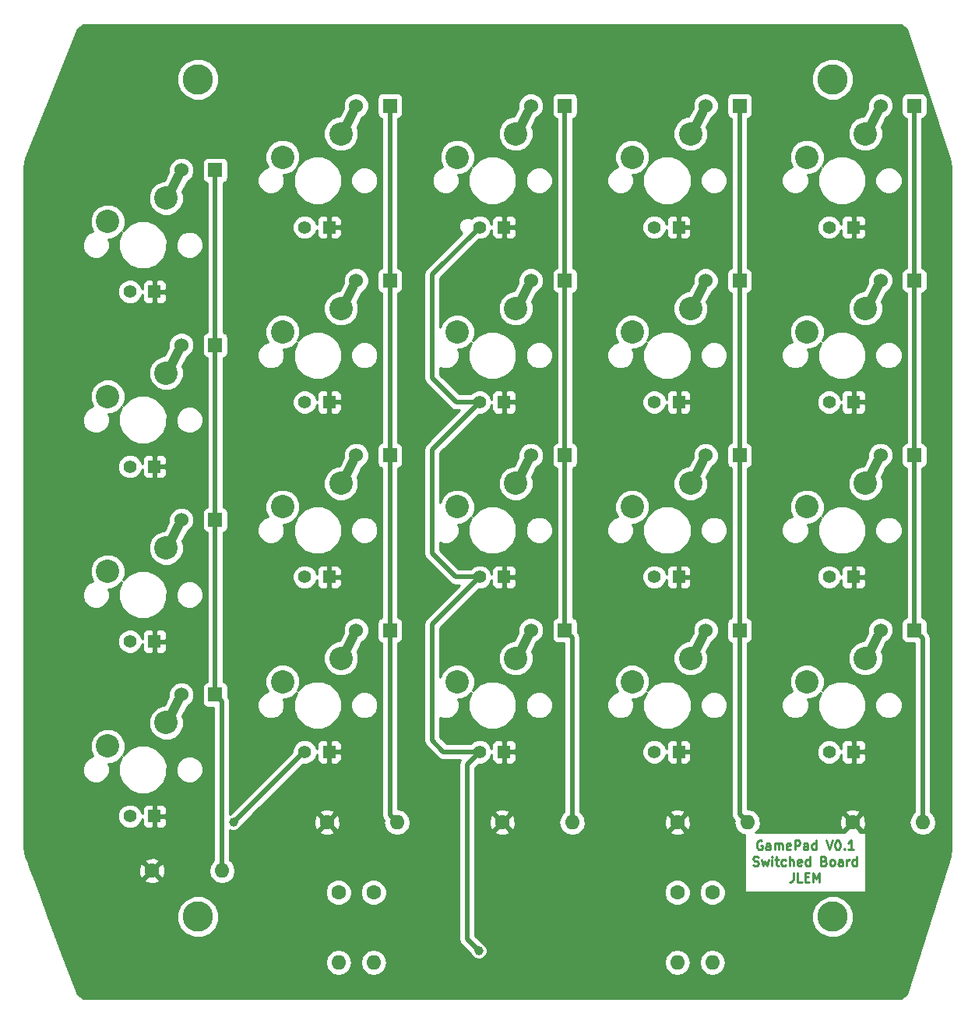
<source format=gbr>
%TF.GenerationSoftware,KiCad,Pcbnew,4.0.7*%
%TF.CreationDate,2017-11-07T22:47:46+00:00*%
%TF.ProjectId,gamepad,67616D657061642E6B696361645F7063,rev?*%
%TF.FileFunction,Copper,L1,Top,Signal*%
%FSLAX46Y46*%
G04 Gerber Fmt 4.6, Leading zero omitted, Abs format (unit mm)*
G04 Created by KiCad (PCBNEW 4.0.7) date 11/07/17 22:47:46*
%MOMM*%
%LPD*%
G01*
G04 APERTURE LIST*
%ADD10C,0.100000*%
%ADD11C,0.250000*%
%ADD12C,1.000000*%
%ADD13C,3.300000*%
%ADD14C,2.540000*%
%ADD15C,1.406400*%
%ADD16R,1.406400X1.406400*%
%ADD17R,1.524000X1.524000*%
%ADD18C,1.524000*%
%ADD19C,1.600000*%
%ADD20O,1.600000X1.600000*%
%ADD21C,1.000000*%
%ADD22C,0.500000*%
%ADD23C,0.254000*%
G04 APERTURE END LIST*
D10*
D11*
X127309524Y-127750000D02*
X127214286Y-127702381D01*
X127071429Y-127702381D01*
X126928571Y-127750000D01*
X126833333Y-127845238D01*
X126785714Y-127940476D01*
X126738095Y-128130952D01*
X126738095Y-128273810D01*
X126785714Y-128464286D01*
X126833333Y-128559524D01*
X126928571Y-128654762D01*
X127071429Y-128702381D01*
X127166667Y-128702381D01*
X127309524Y-128654762D01*
X127357143Y-128607143D01*
X127357143Y-128273810D01*
X127166667Y-128273810D01*
X128214286Y-128702381D02*
X128214286Y-128178571D01*
X128166667Y-128083333D01*
X128071429Y-128035714D01*
X127880952Y-128035714D01*
X127785714Y-128083333D01*
X128214286Y-128654762D02*
X128119048Y-128702381D01*
X127880952Y-128702381D01*
X127785714Y-128654762D01*
X127738095Y-128559524D01*
X127738095Y-128464286D01*
X127785714Y-128369048D01*
X127880952Y-128321429D01*
X128119048Y-128321429D01*
X128214286Y-128273810D01*
X128690476Y-128702381D02*
X128690476Y-128035714D01*
X128690476Y-128130952D02*
X128738095Y-128083333D01*
X128833333Y-128035714D01*
X128976191Y-128035714D01*
X129071429Y-128083333D01*
X129119048Y-128178571D01*
X129119048Y-128702381D01*
X129119048Y-128178571D02*
X129166667Y-128083333D01*
X129261905Y-128035714D01*
X129404762Y-128035714D01*
X129500000Y-128083333D01*
X129547619Y-128178571D01*
X129547619Y-128702381D01*
X130404762Y-128654762D02*
X130309524Y-128702381D01*
X130119047Y-128702381D01*
X130023809Y-128654762D01*
X129976190Y-128559524D01*
X129976190Y-128178571D01*
X130023809Y-128083333D01*
X130119047Y-128035714D01*
X130309524Y-128035714D01*
X130404762Y-128083333D01*
X130452381Y-128178571D01*
X130452381Y-128273810D01*
X129976190Y-128369048D01*
X130880952Y-128702381D02*
X130880952Y-127702381D01*
X131261905Y-127702381D01*
X131357143Y-127750000D01*
X131404762Y-127797619D01*
X131452381Y-127892857D01*
X131452381Y-128035714D01*
X131404762Y-128130952D01*
X131357143Y-128178571D01*
X131261905Y-128226190D01*
X130880952Y-128226190D01*
X132309524Y-128702381D02*
X132309524Y-128178571D01*
X132261905Y-128083333D01*
X132166667Y-128035714D01*
X131976190Y-128035714D01*
X131880952Y-128083333D01*
X132309524Y-128654762D02*
X132214286Y-128702381D01*
X131976190Y-128702381D01*
X131880952Y-128654762D01*
X131833333Y-128559524D01*
X131833333Y-128464286D01*
X131880952Y-128369048D01*
X131976190Y-128321429D01*
X132214286Y-128321429D01*
X132309524Y-128273810D01*
X133214286Y-128702381D02*
X133214286Y-127702381D01*
X133214286Y-128654762D02*
X133119048Y-128702381D01*
X132928571Y-128702381D01*
X132833333Y-128654762D01*
X132785714Y-128607143D01*
X132738095Y-128511905D01*
X132738095Y-128226190D01*
X132785714Y-128130952D01*
X132833333Y-128083333D01*
X132928571Y-128035714D01*
X133119048Y-128035714D01*
X133214286Y-128083333D01*
X134309524Y-127702381D02*
X134642857Y-128702381D01*
X134976191Y-127702381D01*
X135500000Y-127702381D02*
X135595239Y-127702381D01*
X135690477Y-127750000D01*
X135738096Y-127797619D01*
X135785715Y-127892857D01*
X135833334Y-128083333D01*
X135833334Y-128321429D01*
X135785715Y-128511905D01*
X135738096Y-128607143D01*
X135690477Y-128654762D01*
X135595239Y-128702381D01*
X135500000Y-128702381D01*
X135404762Y-128654762D01*
X135357143Y-128607143D01*
X135309524Y-128511905D01*
X135261905Y-128321429D01*
X135261905Y-128083333D01*
X135309524Y-127892857D01*
X135357143Y-127797619D01*
X135404762Y-127750000D01*
X135500000Y-127702381D01*
X136261905Y-128607143D02*
X136309524Y-128654762D01*
X136261905Y-128702381D01*
X136214286Y-128654762D01*
X136261905Y-128607143D01*
X136261905Y-128702381D01*
X137261905Y-128702381D02*
X136690476Y-128702381D01*
X136976190Y-128702381D02*
X136976190Y-127702381D01*
X136880952Y-127845238D01*
X136785714Y-127940476D01*
X136690476Y-127988095D01*
X126357142Y-130404762D02*
X126499999Y-130452381D01*
X126738095Y-130452381D01*
X126833333Y-130404762D01*
X126880952Y-130357143D01*
X126928571Y-130261905D01*
X126928571Y-130166667D01*
X126880952Y-130071429D01*
X126833333Y-130023810D01*
X126738095Y-129976190D01*
X126547618Y-129928571D01*
X126452380Y-129880952D01*
X126404761Y-129833333D01*
X126357142Y-129738095D01*
X126357142Y-129642857D01*
X126404761Y-129547619D01*
X126452380Y-129500000D01*
X126547618Y-129452381D01*
X126785714Y-129452381D01*
X126928571Y-129500000D01*
X127261904Y-129785714D02*
X127452380Y-130452381D01*
X127642857Y-129976190D01*
X127833333Y-130452381D01*
X128023809Y-129785714D01*
X128404761Y-130452381D02*
X128404761Y-129785714D01*
X128404761Y-129452381D02*
X128357142Y-129500000D01*
X128404761Y-129547619D01*
X128452380Y-129500000D01*
X128404761Y-129452381D01*
X128404761Y-129547619D01*
X128738094Y-129785714D02*
X129119046Y-129785714D01*
X128880951Y-129452381D02*
X128880951Y-130309524D01*
X128928570Y-130404762D01*
X129023808Y-130452381D01*
X129119046Y-130452381D01*
X129880952Y-130404762D02*
X129785714Y-130452381D01*
X129595237Y-130452381D01*
X129499999Y-130404762D01*
X129452380Y-130357143D01*
X129404761Y-130261905D01*
X129404761Y-129976190D01*
X129452380Y-129880952D01*
X129499999Y-129833333D01*
X129595237Y-129785714D01*
X129785714Y-129785714D01*
X129880952Y-129833333D01*
X130309523Y-130452381D02*
X130309523Y-129452381D01*
X130738095Y-130452381D02*
X130738095Y-129928571D01*
X130690476Y-129833333D01*
X130595238Y-129785714D01*
X130452380Y-129785714D01*
X130357142Y-129833333D01*
X130309523Y-129880952D01*
X131595238Y-130404762D02*
X131500000Y-130452381D01*
X131309523Y-130452381D01*
X131214285Y-130404762D01*
X131166666Y-130309524D01*
X131166666Y-129928571D01*
X131214285Y-129833333D01*
X131309523Y-129785714D01*
X131500000Y-129785714D01*
X131595238Y-129833333D01*
X131642857Y-129928571D01*
X131642857Y-130023810D01*
X131166666Y-130119048D01*
X132500000Y-130452381D02*
X132500000Y-129452381D01*
X132500000Y-130404762D02*
X132404762Y-130452381D01*
X132214285Y-130452381D01*
X132119047Y-130404762D01*
X132071428Y-130357143D01*
X132023809Y-130261905D01*
X132023809Y-129976190D01*
X132071428Y-129880952D01*
X132119047Y-129833333D01*
X132214285Y-129785714D01*
X132404762Y-129785714D01*
X132500000Y-129833333D01*
X134071429Y-129928571D02*
X134214286Y-129976190D01*
X134261905Y-130023810D01*
X134309524Y-130119048D01*
X134309524Y-130261905D01*
X134261905Y-130357143D01*
X134214286Y-130404762D01*
X134119048Y-130452381D01*
X133738095Y-130452381D01*
X133738095Y-129452381D01*
X134071429Y-129452381D01*
X134166667Y-129500000D01*
X134214286Y-129547619D01*
X134261905Y-129642857D01*
X134261905Y-129738095D01*
X134214286Y-129833333D01*
X134166667Y-129880952D01*
X134071429Y-129928571D01*
X133738095Y-129928571D01*
X134880952Y-130452381D02*
X134785714Y-130404762D01*
X134738095Y-130357143D01*
X134690476Y-130261905D01*
X134690476Y-129976190D01*
X134738095Y-129880952D01*
X134785714Y-129833333D01*
X134880952Y-129785714D01*
X135023810Y-129785714D01*
X135119048Y-129833333D01*
X135166667Y-129880952D01*
X135214286Y-129976190D01*
X135214286Y-130261905D01*
X135166667Y-130357143D01*
X135119048Y-130404762D01*
X135023810Y-130452381D01*
X134880952Y-130452381D01*
X136071429Y-130452381D02*
X136071429Y-129928571D01*
X136023810Y-129833333D01*
X135928572Y-129785714D01*
X135738095Y-129785714D01*
X135642857Y-129833333D01*
X136071429Y-130404762D02*
X135976191Y-130452381D01*
X135738095Y-130452381D01*
X135642857Y-130404762D01*
X135595238Y-130309524D01*
X135595238Y-130214286D01*
X135642857Y-130119048D01*
X135738095Y-130071429D01*
X135976191Y-130071429D01*
X136071429Y-130023810D01*
X136547619Y-130452381D02*
X136547619Y-129785714D01*
X136547619Y-129976190D02*
X136595238Y-129880952D01*
X136642857Y-129833333D01*
X136738095Y-129785714D01*
X136833334Y-129785714D01*
X137595239Y-130452381D02*
X137595239Y-129452381D01*
X137595239Y-130404762D02*
X137500001Y-130452381D01*
X137309524Y-130452381D01*
X137214286Y-130404762D01*
X137166667Y-130357143D01*
X137119048Y-130261905D01*
X137119048Y-129976190D01*
X137166667Y-129880952D01*
X137214286Y-129833333D01*
X137309524Y-129785714D01*
X137500001Y-129785714D01*
X137595239Y-129833333D01*
X130714286Y-131202381D02*
X130714286Y-131916667D01*
X130666666Y-132059524D01*
X130571428Y-132154762D01*
X130428571Y-132202381D01*
X130333333Y-132202381D01*
X131666667Y-132202381D02*
X131190476Y-132202381D01*
X131190476Y-131202381D01*
X132000000Y-131678571D02*
X132333334Y-131678571D01*
X132476191Y-132202381D02*
X132000000Y-132202381D01*
X132000000Y-131202381D01*
X132476191Y-131202381D01*
X132904762Y-132202381D02*
X132904762Y-131202381D01*
X133238096Y-131916667D01*
X133571429Y-131202381D01*
X133571429Y-132202381D01*
D12*
X63048000Y-76158000D02*
X63937000Y-74380000D01*
X63048000Y-95158000D02*
X63937000Y-93380000D01*
X63048000Y-57158000D02*
X63937000Y-55380000D01*
X63048000Y-114158000D02*
X63937000Y-112380000D01*
X82048000Y-50158000D02*
X82937000Y-48380000D01*
X82048000Y-69158000D02*
X82937000Y-67380000D01*
X82048000Y-88158000D02*
X82937000Y-86380000D01*
X82048000Y-107158000D02*
X82937000Y-105380000D01*
X101048000Y-69158000D02*
X101937000Y-67380000D01*
X101048000Y-50158000D02*
X101937000Y-48380000D01*
X101048000Y-107158000D02*
X101937000Y-105380000D01*
X101048000Y-88158000D02*
X101937000Y-86380000D01*
X120048000Y-50158000D02*
X120937000Y-48380000D01*
X120048000Y-69158000D02*
X120937000Y-67380000D01*
X120048000Y-88158000D02*
X120937000Y-86380000D01*
X120048000Y-107158000D02*
X120937000Y-105380000D01*
X139048000Y-107158000D02*
X139937000Y-105380000D01*
X139048000Y-88158000D02*
X139937000Y-86380000D01*
X139048000Y-69158000D02*
X139937000Y-67380000D01*
X139048000Y-50158000D02*
X139937000Y-48380000D01*
D13*
X66000000Y-45000000D03*
X66000000Y-136000000D03*
X135000000Y-136000000D03*
D14*
X56190000Y-79460000D03*
X62540000Y-76920000D03*
D15*
X58603000Y-87080000D03*
D16*
X61270000Y-87080000D03*
D17*
X67874000Y-73872000D03*
D18*
X64191000Y-73872000D03*
D19*
X61000000Y-131000000D03*
D20*
X68620000Y-131000000D03*
D19*
X80010000Y-125730000D03*
D20*
X87630000Y-125730000D03*
D19*
X99060000Y-125730000D03*
D20*
X106680000Y-125730000D03*
D19*
X118110000Y-125730000D03*
D20*
X125730000Y-125730000D03*
D19*
X137160000Y-125730000D03*
D20*
X144780000Y-125730000D03*
D14*
X56190000Y-98460000D03*
X62540000Y-95920000D03*
D15*
X58603000Y-106080000D03*
D16*
X61270000Y-106080000D03*
D17*
X67874000Y-92872000D03*
D18*
X64191000Y-92872000D03*
D14*
X56190000Y-60460000D03*
X62540000Y-57920000D03*
D15*
X58603000Y-68080000D03*
D16*
X61270000Y-68080000D03*
D17*
X67874000Y-54872000D03*
D18*
X64191000Y-54872000D03*
D14*
X56190000Y-117460000D03*
X62540000Y-114920000D03*
D15*
X58603000Y-125080000D03*
D16*
X61270000Y-125080000D03*
D17*
X67874000Y-111872000D03*
D18*
X64191000Y-111872000D03*
D14*
X75190000Y-53460000D03*
X81540000Y-50920000D03*
D15*
X77603000Y-61080000D03*
D16*
X80270000Y-61080000D03*
D17*
X86874000Y-47872000D03*
D18*
X83191000Y-47872000D03*
D14*
X75190000Y-72460000D03*
X81540000Y-69920000D03*
D15*
X77603000Y-80080000D03*
D16*
X80270000Y-80080000D03*
D17*
X86874000Y-66872000D03*
D18*
X83191000Y-66872000D03*
D14*
X75190000Y-91460000D03*
X81540000Y-88920000D03*
D15*
X77603000Y-99080000D03*
D16*
X80270000Y-99080000D03*
D17*
X86874000Y-85872000D03*
D18*
X83191000Y-85872000D03*
D14*
X75190000Y-110460000D03*
X81540000Y-107920000D03*
D15*
X77603000Y-118080000D03*
D16*
X80270000Y-118080000D03*
D17*
X86874000Y-104872000D03*
D18*
X83191000Y-104872000D03*
D14*
X94190000Y-72460000D03*
X100540000Y-69920000D03*
D15*
X96603000Y-80080000D03*
D16*
X99270000Y-80080000D03*
D17*
X105874000Y-66872000D03*
D18*
X102191000Y-66872000D03*
D14*
X94190000Y-53460000D03*
X100540000Y-50920000D03*
D15*
X96603000Y-61080000D03*
D16*
X99270000Y-61080000D03*
D17*
X105874000Y-47872000D03*
D18*
X102191000Y-47872000D03*
D14*
X94190000Y-110460000D03*
X100540000Y-107920000D03*
D15*
X96603000Y-118080000D03*
D16*
X99270000Y-118080000D03*
D17*
X105874000Y-104872000D03*
D18*
X102191000Y-104872000D03*
D14*
X94190000Y-91460000D03*
X100540000Y-88920000D03*
D15*
X96603000Y-99080000D03*
D16*
X99270000Y-99080000D03*
D17*
X105874000Y-85872000D03*
D18*
X102191000Y-85872000D03*
D14*
X113190000Y-53460000D03*
X119540000Y-50920000D03*
D15*
X115603000Y-61080000D03*
D16*
X118270000Y-61080000D03*
D17*
X124874000Y-47872000D03*
D18*
X121191000Y-47872000D03*
D14*
X113190000Y-72460000D03*
X119540000Y-69920000D03*
D15*
X115603000Y-80080000D03*
D16*
X118270000Y-80080000D03*
D17*
X124874000Y-66872000D03*
D18*
X121191000Y-66872000D03*
D14*
X113190000Y-91460000D03*
X119540000Y-88920000D03*
D15*
X115603000Y-99080000D03*
D16*
X118270000Y-99080000D03*
D17*
X124874000Y-85872000D03*
D18*
X121191000Y-85872000D03*
D14*
X113190000Y-110460000D03*
X119540000Y-107920000D03*
D15*
X115603000Y-118080000D03*
D16*
X118270000Y-118080000D03*
D17*
X124874000Y-104872000D03*
D18*
X121191000Y-104872000D03*
D14*
X132190000Y-110460000D03*
X138540000Y-107920000D03*
D15*
X134603000Y-118080000D03*
D16*
X137270000Y-118080000D03*
D17*
X143874000Y-104872000D03*
D18*
X140191000Y-104872000D03*
D14*
X132190000Y-91460000D03*
X138540000Y-88920000D03*
D15*
X134603000Y-99080000D03*
D16*
X137270000Y-99080000D03*
D17*
X143874000Y-85872000D03*
D18*
X140191000Y-85872000D03*
D14*
X132190000Y-72460000D03*
X138540000Y-69920000D03*
D15*
X134603000Y-80080000D03*
D16*
X137270000Y-80080000D03*
D17*
X143874000Y-66872000D03*
D18*
X140191000Y-66872000D03*
D14*
X132190000Y-53460000D03*
X138540000Y-50920000D03*
D15*
X134603000Y-61080000D03*
D16*
X137270000Y-61080000D03*
D17*
X143874000Y-47872000D03*
D18*
X140191000Y-47872000D03*
D19*
X118110000Y-133350000D03*
D20*
X118110000Y-140970000D03*
D19*
X121920000Y-133350000D03*
D20*
X121920000Y-140970000D03*
D19*
X81280000Y-133350000D03*
D20*
X81280000Y-140970000D03*
D19*
X85090000Y-133350000D03*
D20*
X85090000Y-140970000D03*
D13*
X135000000Y-45000000D03*
D21*
X96520000Y-139700000D03*
X69850000Y-125730000D03*
D22*
X67874000Y-73872000D02*
X67874000Y-54872000D01*
X67874000Y-92872000D02*
X67874000Y-73872000D01*
X67874000Y-111872000D02*
X67874000Y-92872000D01*
X68600000Y-130900000D02*
X68580000Y-112578000D01*
X68580000Y-112578000D02*
X67874000Y-111872000D01*
X86874000Y-104872000D02*
X86874000Y-124974000D01*
X86874000Y-124974000D02*
X87630000Y-125730000D01*
X86874000Y-85872000D02*
X86874000Y-104872000D01*
X86874000Y-66872000D02*
X86874000Y-85872000D01*
X86874000Y-47872000D02*
X86874000Y-66872000D01*
X105874000Y-66872000D02*
X105874000Y-47872000D01*
X105874000Y-104872000D02*
X105874000Y-66872000D01*
X106680000Y-125730000D02*
X106680000Y-105678000D01*
X106680000Y-105678000D02*
X105874000Y-104872000D01*
X124874000Y-104872000D02*
X124874000Y-124874000D01*
X124874000Y-124874000D02*
X125730000Y-125730000D01*
X124874000Y-85872000D02*
X124874000Y-104872000D01*
X124874000Y-66872000D02*
X124874000Y-85872000D01*
X124874000Y-47872000D02*
X124874000Y-66872000D01*
X143874000Y-66872000D02*
X143874000Y-47872000D01*
X143874000Y-85872000D02*
X143874000Y-66872000D01*
X143874000Y-104872000D02*
X143874000Y-85872000D01*
X144780000Y-125730000D02*
X144780000Y-105778000D01*
X144780000Y-105778000D02*
X143874000Y-104872000D01*
X96520000Y-139700000D02*
X95250000Y-138430000D01*
X95250000Y-138430000D02*
X95250000Y-119433000D01*
X96603000Y-118080000D02*
X95250000Y-119433000D01*
X69850000Y-125730000D02*
X77500000Y-118080000D01*
X77603000Y-118080000D02*
X77500000Y-118080000D01*
X96603000Y-80080000D02*
X94050000Y-80080000D01*
X91440000Y-66243000D02*
X96603000Y-61080000D01*
X91440000Y-77470000D02*
X91440000Y-66243000D01*
X94050000Y-80080000D02*
X91440000Y-77470000D01*
X96603000Y-99080000D02*
X94000000Y-99080000D01*
X91440000Y-85243000D02*
X96603000Y-80080000D01*
X91440000Y-96520000D02*
X91440000Y-85243000D01*
X94000000Y-99080000D02*
X91440000Y-96520000D01*
X96603000Y-118080000D02*
X92680000Y-118080000D01*
X91440000Y-104243000D02*
X96603000Y-99080000D01*
X91440000Y-116840000D02*
X91440000Y-104243000D01*
X92680000Y-118080000D02*
X91440000Y-116840000D01*
D23*
G36*
X143050596Y-39553397D02*
X147718166Y-53556109D01*
X147873000Y-54510237D01*
X147873000Y-128490368D01*
X147726771Y-129448553D01*
X143040345Y-144445114D01*
X142458338Y-144873000D01*
X53539706Y-144873000D01*
X52929411Y-144450065D01*
X51613845Y-140941887D01*
X79845000Y-140941887D01*
X79845000Y-140998113D01*
X79954233Y-141547264D01*
X80265302Y-142012811D01*
X80730849Y-142323880D01*
X81280000Y-142433113D01*
X81829151Y-142323880D01*
X82294698Y-142012811D01*
X82605767Y-141547264D01*
X82715000Y-140998113D01*
X82715000Y-140941887D01*
X83655000Y-140941887D01*
X83655000Y-140998113D01*
X83764233Y-141547264D01*
X84075302Y-142012811D01*
X84540849Y-142323880D01*
X85090000Y-142433113D01*
X85639151Y-142323880D01*
X86104698Y-142012811D01*
X86415767Y-141547264D01*
X86525000Y-140998113D01*
X86525000Y-140941887D01*
X116675000Y-140941887D01*
X116675000Y-140998113D01*
X116784233Y-141547264D01*
X117095302Y-142012811D01*
X117560849Y-142323880D01*
X118110000Y-142433113D01*
X118659151Y-142323880D01*
X119124698Y-142012811D01*
X119435767Y-141547264D01*
X119545000Y-140998113D01*
X119545000Y-140941887D01*
X120485000Y-140941887D01*
X120485000Y-140998113D01*
X120594233Y-141547264D01*
X120905302Y-142012811D01*
X121370849Y-142323880D01*
X121920000Y-142433113D01*
X122469151Y-142323880D01*
X122934698Y-142012811D01*
X123245767Y-141547264D01*
X123355000Y-140998113D01*
X123355000Y-140941887D01*
X123245767Y-140392736D01*
X122934698Y-139927189D01*
X122469151Y-139616120D01*
X121920000Y-139506887D01*
X121370849Y-139616120D01*
X120905302Y-139927189D01*
X120594233Y-140392736D01*
X120485000Y-140941887D01*
X119545000Y-140941887D01*
X119435767Y-140392736D01*
X119124698Y-139927189D01*
X118659151Y-139616120D01*
X118110000Y-139506887D01*
X117560849Y-139616120D01*
X117095302Y-139927189D01*
X116784233Y-140392736D01*
X116675000Y-140941887D01*
X86525000Y-140941887D01*
X86415767Y-140392736D01*
X86104698Y-139927189D01*
X85639151Y-139616120D01*
X85090000Y-139506887D01*
X84540849Y-139616120D01*
X84075302Y-139927189D01*
X83764233Y-140392736D01*
X83655000Y-140941887D01*
X82715000Y-140941887D01*
X82605767Y-140392736D01*
X82294698Y-139927189D01*
X81829151Y-139616120D01*
X81280000Y-139506887D01*
X80730849Y-139616120D01*
X80265302Y-139927189D01*
X79954233Y-140392736D01*
X79845000Y-140941887D01*
X51613845Y-140941887D01*
X49930333Y-136452521D01*
X63714604Y-136452521D01*
X64061742Y-137292658D01*
X64703961Y-137935999D01*
X65543491Y-138284603D01*
X66452521Y-138285396D01*
X67292658Y-137938258D01*
X67935999Y-137296039D01*
X68284603Y-136456509D01*
X68285396Y-135547479D01*
X67938258Y-134707342D01*
X67296039Y-134064001D01*
X66456509Y-133715397D01*
X65547479Y-133714604D01*
X64707342Y-134061742D01*
X64064001Y-134703961D01*
X63715397Y-135543491D01*
X63714604Y-136452521D01*
X49930333Y-136452521D01*
X48873458Y-133634187D01*
X79844752Y-133634187D01*
X80062757Y-134161800D01*
X80466077Y-134565824D01*
X80993309Y-134784750D01*
X81564187Y-134785248D01*
X82091800Y-134567243D01*
X82495824Y-134163923D01*
X82714750Y-133636691D01*
X82714752Y-133634187D01*
X83654752Y-133634187D01*
X83872757Y-134161800D01*
X84276077Y-134565824D01*
X84803309Y-134784750D01*
X85374187Y-134785248D01*
X85901800Y-134567243D01*
X86305824Y-134163923D01*
X86524750Y-133636691D01*
X86525248Y-133065813D01*
X86307243Y-132538200D01*
X85903923Y-132134176D01*
X85376691Y-131915250D01*
X84805813Y-131914752D01*
X84278200Y-132132757D01*
X83874176Y-132536077D01*
X83655250Y-133063309D01*
X83654752Y-133634187D01*
X82714752Y-133634187D01*
X82715248Y-133065813D01*
X82497243Y-132538200D01*
X82093923Y-132134176D01*
X81566691Y-131915250D01*
X80995813Y-131914752D01*
X80468200Y-132132757D01*
X80064176Y-132536077D01*
X79845250Y-133063309D01*
X79844752Y-133634187D01*
X48873458Y-133634187D01*
X48263542Y-132007745D01*
X60171861Y-132007745D01*
X60245995Y-132253864D01*
X60783223Y-132446965D01*
X61353454Y-132419778D01*
X61754005Y-132253864D01*
X61828139Y-132007745D01*
X61000000Y-131179605D01*
X60171861Y-132007745D01*
X48263542Y-132007745D01*
X47804346Y-130783223D01*
X59553035Y-130783223D01*
X59580222Y-131353454D01*
X59746136Y-131754005D01*
X59992255Y-131828139D01*
X60820395Y-131000000D01*
X61179605Y-131000000D01*
X62007745Y-131828139D01*
X62253864Y-131754005D01*
X62446965Y-131216777D01*
X62419778Y-130646546D01*
X62253864Y-130245995D01*
X62007745Y-130171861D01*
X61179605Y-131000000D01*
X60820395Y-131000000D01*
X59992255Y-130171861D01*
X59746136Y-130245995D01*
X59553035Y-130783223D01*
X47804346Y-130783223D01*
X47507733Y-129992255D01*
X60171861Y-129992255D01*
X61000000Y-130820395D01*
X61828139Y-129992255D01*
X61754005Y-129746136D01*
X61216777Y-129553035D01*
X60646546Y-129580222D01*
X60245995Y-129746136D01*
X60171861Y-129992255D01*
X47507733Y-129992255D01*
X47298486Y-129434265D01*
X47127000Y-128488579D01*
X47127000Y-125345017D01*
X57264568Y-125345017D01*
X57467868Y-125837039D01*
X57843981Y-126213809D01*
X58335648Y-126417967D01*
X58868017Y-126418432D01*
X59360039Y-126215132D01*
X59736809Y-125839019D01*
X59931800Y-125369429D01*
X59931800Y-125909510D01*
X60028473Y-126142899D01*
X60207102Y-126321527D01*
X60440491Y-126418200D01*
X60984250Y-126418200D01*
X61143000Y-126259450D01*
X61143000Y-125207000D01*
X61397000Y-125207000D01*
X61397000Y-126259450D01*
X61555750Y-126418200D01*
X62099509Y-126418200D01*
X62332898Y-126321527D01*
X62511527Y-126142899D01*
X62608200Y-125909510D01*
X62608200Y-125365750D01*
X62449450Y-125207000D01*
X61397000Y-125207000D01*
X61143000Y-125207000D01*
X61123000Y-125207000D01*
X61123000Y-124953000D01*
X61143000Y-124953000D01*
X61143000Y-123900550D01*
X61397000Y-123900550D01*
X61397000Y-124953000D01*
X62449450Y-124953000D01*
X62608200Y-124794250D01*
X62608200Y-124250490D01*
X62511527Y-124017101D01*
X62332898Y-123838473D01*
X62099509Y-123741800D01*
X61555750Y-123741800D01*
X61397000Y-123900550D01*
X61143000Y-123900550D01*
X60984250Y-123741800D01*
X60440491Y-123741800D01*
X60207102Y-123838473D01*
X60028473Y-124017101D01*
X59931800Y-124250490D01*
X59931800Y-124791672D01*
X59738132Y-124322961D01*
X59362019Y-123946191D01*
X58870352Y-123742033D01*
X58337983Y-123741568D01*
X57845961Y-123944868D01*
X57469191Y-124320981D01*
X57265033Y-124812648D01*
X57264568Y-125345017D01*
X47127000Y-125345017D01*
X47127000Y-120294089D01*
X53434743Y-120294089D01*
X53660344Y-120840086D01*
X54077717Y-121258188D01*
X54623319Y-121484742D01*
X55214089Y-121485257D01*
X55760086Y-121259656D01*
X56178188Y-120842283D01*
X56404742Y-120296681D01*
X56405257Y-119705911D01*
X56264423Y-119365065D01*
X56567265Y-119365330D01*
X57267686Y-119075922D01*
X57716693Y-118627698D01*
X57365458Y-119473567D01*
X57364543Y-120521834D01*
X57764853Y-121490658D01*
X58505443Y-122232542D01*
X59473567Y-122634542D01*
X60521834Y-122635457D01*
X61490658Y-122235147D01*
X62232542Y-121494557D01*
X62634542Y-120526433D01*
X62634744Y-120294089D01*
X63594743Y-120294089D01*
X63820344Y-120840086D01*
X64237717Y-121258188D01*
X64783319Y-121484742D01*
X65374089Y-121485257D01*
X65920086Y-121259656D01*
X66338188Y-120842283D01*
X66564742Y-120296681D01*
X66565257Y-119705911D01*
X66339656Y-119159914D01*
X65922283Y-118741812D01*
X65376681Y-118515258D01*
X64785911Y-118514743D01*
X64239914Y-118740344D01*
X63821812Y-119157717D01*
X63595258Y-119703319D01*
X63594743Y-120294089D01*
X62634744Y-120294089D01*
X62635457Y-119478166D01*
X62235147Y-118509342D01*
X61494557Y-117767458D01*
X60526433Y-117365458D01*
X59478166Y-117364543D01*
X58509342Y-117764853D01*
X57854804Y-118418250D01*
X58094668Y-117840590D01*
X58095330Y-117082735D01*
X57805922Y-116382314D01*
X57270505Y-115845961D01*
X56570590Y-115555332D01*
X55812735Y-115554670D01*
X55112314Y-115844078D01*
X54575961Y-116379495D01*
X54285332Y-117079410D01*
X54284670Y-117837265D01*
X54573539Y-118536382D01*
X54079914Y-118740344D01*
X53661812Y-119157717D01*
X53435258Y-119703319D01*
X53434743Y-120294089D01*
X47127000Y-120294089D01*
X47127000Y-115297265D01*
X60634670Y-115297265D01*
X60924078Y-115997686D01*
X61459495Y-116534039D01*
X62159410Y-116824668D01*
X62917265Y-116825330D01*
X63617686Y-116535922D01*
X64154039Y-116000505D01*
X64444668Y-115300590D01*
X64445330Y-114542735D01*
X64300210Y-114191517D01*
X64837821Y-113116295D01*
X64981303Y-113057010D01*
X65374629Y-112664370D01*
X65587757Y-112151100D01*
X65588242Y-111595339D01*
X65376010Y-111081697D01*
X64983370Y-110688371D01*
X64470100Y-110475243D01*
X63914339Y-110474758D01*
X63400697Y-110686990D01*
X63007371Y-111079630D01*
X62794243Y-111592900D01*
X62793776Y-112128512D01*
X62350614Y-113014834D01*
X62162735Y-113014670D01*
X61462314Y-113304078D01*
X60925961Y-113839495D01*
X60635332Y-114539410D01*
X60634670Y-115297265D01*
X47127000Y-115297265D01*
X47127000Y-106345017D01*
X57264568Y-106345017D01*
X57467868Y-106837039D01*
X57843981Y-107213809D01*
X58335648Y-107417967D01*
X58868017Y-107418432D01*
X59360039Y-107215132D01*
X59736809Y-106839019D01*
X59931800Y-106369429D01*
X59931800Y-106909510D01*
X60028473Y-107142899D01*
X60207102Y-107321527D01*
X60440491Y-107418200D01*
X60984250Y-107418200D01*
X61143000Y-107259450D01*
X61143000Y-106207000D01*
X61397000Y-106207000D01*
X61397000Y-107259450D01*
X61555750Y-107418200D01*
X62099509Y-107418200D01*
X62332898Y-107321527D01*
X62511527Y-107142899D01*
X62608200Y-106909510D01*
X62608200Y-106365750D01*
X62449450Y-106207000D01*
X61397000Y-106207000D01*
X61143000Y-106207000D01*
X61123000Y-106207000D01*
X61123000Y-105953000D01*
X61143000Y-105953000D01*
X61143000Y-104900550D01*
X61397000Y-104900550D01*
X61397000Y-105953000D01*
X62449450Y-105953000D01*
X62608200Y-105794250D01*
X62608200Y-105250490D01*
X62511527Y-105017101D01*
X62332898Y-104838473D01*
X62099509Y-104741800D01*
X61555750Y-104741800D01*
X61397000Y-104900550D01*
X61143000Y-104900550D01*
X60984250Y-104741800D01*
X60440491Y-104741800D01*
X60207102Y-104838473D01*
X60028473Y-105017101D01*
X59931800Y-105250490D01*
X59931800Y-105791672D01*
X59738132Y-105322961D01*
X59362019Y-104946191D01*
X58870352Y-104742033D01*
X58337983Y-104741568D01*
X57845961Y-104944868D01*
X57469191Y-105320981D01*
X57265033Y-105812648D01*
X57264568Y-106345017D01*
X47127000Y-106345017D01*
X47127000Y-101294089D01*
X53434743Y-101294089D01*
X53660344Y-101840086D01*
X54077717Y-102258188D01*
X54623319Y-102484742D01*
X55214089Y-102485257D01*
X55760086Y-102259656D01*
X56178188Y-101842283D01*
X56404742Y-101296681D01*
X56405257Y-100705911D01*
X56264423Y-100365065D01*
X56567265Y-100365330D01*
X57267686Y-100075922D01*
X57716693Y-99627698D01*
X57365458Y-100473567D01*
X57364543Y-101521834D01*
X57764853Y-102490658D01*
X58505443Y-103232542D01*
X59473567Y-103634542D01*
X60521834Y-103635457D01*
X61490658Y-103235147D01*
X62232542Y-102494557D01*
X62634542Y-101526433D01*
X62634744Y-101294089D01*
X63594743Y-101294089D01*
X63820344Y-101840086D01*
X64237717Y-102258188D01*
X64783319Y-102484742D01*
X65374089Y-102485257D01*
X65920086Y-102259656D01*
X66338188Y-101842283D01*
X66564742Y-101296681D01*
X66565257Y-100705911D01*
X66339656Y-100159914D01*
X65922283Y-99741812D01*
X65376681Y-99515258D01*
X64785911Y-99514743D01*
X64239914Y-99740344D01*
X63821812Y-100157717D01*
X63595258Y-100703319D01*
X63594743Y-101294089D01*
X62634744Y-101294089D01*
X62635457Y-100478166D01*
X62235147Y-99509342D01*
X61494557Y-98767458D01*
X60526433Y-98365458D01*
X59478166Y-98364543D01*
X58509342Y-98764853D01*
X57854804Y-99418250D01*
X58094668Y-98840590D01*
X58095330Y-98082735D01*
X57805922Y-97382314D01*
X57270505Y-96845961D01*
X56570590Y-96555332D01*
X55812735Y-96554670D01*
X55112314Y-96844078D01*
X54575961Y-97379495D01*
X54285332Y-98079410D01*
X54284670Y-98837265D01*
X54573539Y-99536382D01*
X54079914Y-99740344D01*
X53661812Y-100157717D01*
X53435258Y-100703319D01*
X53434743Y-101294089D01*
X47127000Y-101294089D01*
X47127000Y-96297265D01*
X60634670Y-96297265D01*
X60924078Y-96997686D01*
X61459495Y-97534039D01*
X62159410Y-97824668D01*
X62917265Y-97825330D01*
X63617686Y-97535922D01*
X64154039Y-97000505D01*
X64444668Y-96300590D01*
X64445330Y-95542735D01*
X64300210Y-95191517D01*
X64837821Y-94116295D01*
X64981303Y-94057010D01*
X65374629Y-93664370D01*
X65587757Y-93151100D01*
X65588242Y-92595339D01*
X65376010Y-92081697D01*
X64983370Y-91688371D01*
X64470100Y-91475243D01*
X63914339Y-91474758D01*
X63400697Y-91686990D01*
X63007371Y-92079630D01*
X62794243Y-92592900D01*
X62793776Y-93128512D01*
X62350614Y-94014834D01*
X62162735Y-94014670D01*
X61462314Y-94304078D01*
X60925961Y-94839495D01*
X60635332Y-95539410D01*
X60634670Y-96297265D01*
X47127000Y-96297265D01*
X47127000Y-87345017D01*
X57264568Y-87345017D01*
X57467868Y-87837039D01*
X57843981Y-88213809D01*
X58335648Y-88417967D01*
X58868017Y-88418432D01*
X59360039Y-88215132D01*
X59736809Y-87839019D01*
X59931800Y-87369429D01*
X59931800Y-87909510D01*
X60028473Y-88142899D01*
X60207102Y-88321527D01*
X60440491Y-88418200D01*
X60984250Y-88418200D01*
X61143000Y-88259450D01*
X61143000Y-87207000D01*
X61397000Y-87207000D01*
X61397000Y-88259450D01*
X61555750Y-88418200D01*
X62099509Y-88418200D01*
X62332898Y-88321527D01*
X62511527Y-88142899D01*
X62608200Y-87909510D01*
X62608200Y-87365750D01*
X62449450Y-87207000D01*
X61397000Y-87207000D01*
X61143000Y-87207000D01*
X61123000Y-87207000D01*
X61123000Y-86953000D01*
X61143000Y-86953000D01*
X61143000Y-85900550D01*
X61397000Y-85900550D01*
X61397000Y-86953000D01*
X62449450Y-86953000D01*
X62608200Y-86794250D01*
X62608200Y-86250490D01*
X62511527Y-86017101D01*
X62332898Y-85838473D01*
X62099509Y-85741800D01*
X61555750Y-85741800D01*
X61397000Y-85900550D01*
X61143000Y-85900550D01*
X60984250Y-85741800D01*
X60440491Y-85741800D01*
X60207102Y-85838473D01*
X60028473Y-86017101D01*
X59931800Y-86250490D01*
X59931800Y-86791672D01*
X59738132Y-86322961D01*
X59362019Y-85946191D01*
X58870352Y-85742033D01*
X58337983Y-85741568D01*
X57845961Y-85944868D01*
X57469191Y-86320981D01*
X57265033Y-86812648D01*
X57264568Y-87345017D01*
X47127000Y-87345017D01*
X47127000Y-82294089D01*
X53434743Y-82294089D01*
X53660344Y-82840086D01*
X54077717Y-83258188D01*
X54623319Y-83484742D01*
X55214089Y-83485257D01*
X55760086Y-83259656D01*
X56178188Y-82842283D01*
X56404742Y-82296681D01*
X56405257Y-81705911D01*
X56264423Y-81365065D01*
X56567265Y-81365330D01*
X57267686Y-81075922D01*
X57716693Y-80627698D01*
X57365458Y-81473567D01*
X57364543Y-82521834D01*
X57764853Y-83490658D01*
X58505443Y-84232542D01*
X59473567Y-84634542D01*
X60521834Y-84635457D01*
X61490658Y-84235147D01*
X62232542Y-83494557D01*
X62634542Y-82526433D01*
X62634744Y-82294089D01*
X63594743Y-82294089D01*
X63820344Y-82840086D01*
X64237717Y-83258188D01*
X64783319Y-83484742D01*
X65374089Y-83485257D01*
X65920086Y-83259656D01*
X66338188Y-82842283D01*
X66564742Y-82296681D01*
X66565257Y-81705911D01*
X66339656Y-81159914D01*
X65922283Y-80741812D01*
X65376681Y-80515258D01*
X64785911Y-80514743D01*
X64239914Y-80740344D01*
X63821812Y-81157717D01*
X63595258Y-81703319D01*
X63594743Y-82294089D01*
X62634744Y-82294089D01*
X62635457Y-81478166D01*
X62235147Y-80509342D01*
X61494557Y-79767458D01*
X60526433Y-79365458D01*
X59478166Y-79364543D01*
X58509342Y-79764853D01*
X57854804Y-80418250D01*
X58094668Y-79840590D01*
X58095330Y-79082735D01*
X57805922Y-78382314D01*
X57270505Y-77845961D01*
X56570590Y-77555332D01*
X55812735Y-77554670D01*
X55112314Y-77844078D01*
X54575961Y-78379495D01*
X54285332Y-79079410D01*
X54284670Y-79837265D01*
X54573539Y-80536382D01*
X54079914Y-80740344D01*
X53661812Y-81157717D01*
X53435258Y-81703319D01*
X53434743Y-82294089D01*
X47127000Y-82294089D01*
X47127000Y-77297265D01*
X60634670Y-77297265D01*
X60924078Y-77997686D01*
X61459495Y-78534039D01*
X62159410Y-78824668D01*
X62917265Y-78825330D01*
X63617686Y-78535922D01*
X64154039Y-78000505D01*
X64444668Y-77300590D01*
X64445330Y-76542735D01*
X64300210Y-76191517D01*
X64837821Y-75116295D01*
X64981303Y-75057010D01*
X65374629Y-74664370D01*
X65587757Y-74151100D01*
X65588242Y-73595339D01*
X65376010Y-73081697D01*
X64983370Y-72688371D01*
X64470100Y-72475243D01*
X63914339Y-72474758D01*
X63400697Y-72686990D01*
X63007371Y-73079630D01*
X62794243Y-73592900D01*
X62793776Y-74128512D01*
X62350614Y-75014834D01*
X62162735Y-75014670D01*
X61462314Y-75304078D01*
X60925961Y-75839495D01*
X60635332Y-76539410D01*
X60634670Y-77297265D01*
X47127000Y-77297265D01*
X47127000Y-68345017D01*
X57264568Y-68345017D01*
X57467868Y-68837039D01*
X57843981Y-69213809D01*
X58335648Y-69417967D01*
X58868017Y-69418432D01*
X59360039Y-69215132D01*
X59736809Y-68839019D01*
X59931800Y-68369429D01*
X59931800Y-68909510D01*
X60028473Y-69142899D01*
X60207102Y-69321527D01*
X60440491Y-69418200D01*
X60984250Y-69418200D01*
X61143000Y-69259450D01*
X61143000Y-68207000D01*
X61397000Y-68207000D01*
X61397000Y-69259450D01*
X61555750Y-69418200D01*
X62099509Y-69418200D01*
X62332898Y-69321527D01*
X62511527Y-69142899D01*
X62608200Y-68909510D01*
X62608200Y-68365750D01*
X62449450Y-68207000D01*
X61397000Y-68207000D01*
X61143000Y-68207000D01*
X61123000Y-68207000D01*
X61123000Y-67953000D01*
X61143000Y-67953000D01*
X61143000Y-66900550D01*
X61397000Y-66900550D01*
X61397000Y-67953000D01*
X62449450Y-67953000D01*
X62608200Y-67794250D01*
X62608200Y-67250490D01*
X62511527Y-67017101D01*
X62332898Y-66838473D01*
X62099509Y-66741800D01*
X61555750Y-66741800D01*
X61397000Y-66900550D01*
X61143000Y-66900550D01*
X60984250Y-66741800D01*
X60440491Y-66741800D01*
X60207102Y-66838473D01*
X60028473Y-67017101D01*
X59931800Y-67250490D01*
X59931800Y-67791672D01*
X59738132Y-67322961D01*
X59362019Y-66946191D01*
X58870352Y-66742033D01*
X58337983Y-66741568D01*
X57845961Y-66944868D01*
X57469191Y-67320981D01*
X57265033Y-67812648D01*
X57264568Y-68345017D01*
X47127000Y-68345017D01*
X47127000Y-63294089D01*
X53434743Y-63294089D01*
X53660344Y-63840086D01*
X54077717Y-64258188D01*
X54623319Y-64484742D01*
X55214089Y-64485257D01*
X55760086Y-64259656D01*
X56178188Y-63842283D01*
X56404742Y-63296681D01*
X56405257Y-62705911D01*
X56264423Y-62365065D01*
X56567265Y-62365330D01*
X57267686Y-62075922D01*
X57716693Y-61627698D01*
X57365458Y-62473567D01*
X57364543Y-63521834D01*
X57764853Y-64490658D01*
X58505443Y-65232542D01*
X59473567Y-65634542D01*
X60521834Y-65635457D01*
X61490658Y-65235147D01*
X62232542Y-64494557D01*
X62634542Y-63526433D01*
X62634744Y-63294089D01*
X63594743Y-63294089D01*
X63820344Y-63840086D01*
X64237717Y-64258188D01*
X64783319Y-64484742D01*
X65374089Y-64485257D01*
X65920086Y-64259656D01*
X66338188Y-63842283D01*
X66564742Y-63296681D01*
X66565257Y-62705911D01*
X66339656Y-62159914D01*
X65922283Y-61741812D01*
X65376681Y-61515258D01*
X64785911Y-61514743D01*
X64239914Y-61740344D01*
X63821812Y-62157717D01*
X63595258Y-62703319D01*
X63594743Y-63294089D01*
X62634744Y-63294089D01*
X62635457Y-62478166D01*
X62235147Y-61509342D01*
X61494557Y-60767458D01*
X60526433Y-60365458D01*
X59478166Y-60364543D01*
X58509342Y-60764853D01*
X57854804Y-61418250D01*
X58094668Y-60840590D01*
X58095330Y-60082735D01*
X57805922Y-59382314D01*
X57270505Y-58845961D01*
X56570590Y-58555332D01*
X55812735Y-58554670D01*
X55112314Y-58844078D01*
X54575961Y-59379495D01*
X54285332Y-60079410D01*
X54284670Y-60837265D01*
X54573539Y-61536382D01*
X54079914Y-61740344D01*
X53661812Y-62157717D01*
X53435258Y-62703319D01*
X53434743Y-63294089D01*
X47127000Y-63294089D01*
X47127000Y-58297265D01*
X60634670Y-58297265D01*
X60924078Y-58997686D01*
X61459495Y-59534039D01*
X62159410Y-59824668D01*
X62917265Y-59825330D01*
X63617686Y-59535922D01*
X64154039Y-59000505D01*
X64444668Y-58300590D01*
X64445330Y-57542735D01*
X64300210Y-57191517D01*
X64837821Y-56116295D01*
X64981303Y-56057010D01*
X65374629Y-55664370D01*
X65587757Y-55151100D01*
X65588242Y-54595339D01*
X65387705Y-54110000D01*
X66464560Y-54110000D01*
X66464560Y-55634000D01*
X66513843Y-55881765D01*
X66654191Y-56091809D01*
X66864235Y-56232157D01*
X66989000Y-56256974D01*
X66989000Y-72487026D01*
X66864235Y-72511843D01*
X66654191Y-72652191D01*
X66513843Y-72862235D01*
X66464560Y-73110000D01*
X66464560Y-74634000D01*
X66513843Y-74881765D01*
X66654191Y-75091809D01*
X66864235Y-75232157D01*
X66989000Y-75256974D01*
X66989000Y-91487026D01*
X66864235Y-91511843D01*
X66654191Y-91652191D01*
X66513843Y-91862235D01*
X66464560Y-92110000D01*
X66464560Y-93634000D01*
X66513843Y-93881765D01*
X66654191Y-94091809D01*
X66864235Y-94232157D01*
X66989000Y-94256974D01*
X66989000Y-110487026D01*
X66864235Y-110511843D01*
X66654191Y-110652191D01*
X66513843Y-110862235D01*
X66464560Y-111110000D01*
X66464560Y-112634000D01*
X66513843Y-112881765D01*
X66654191Y-113091809D01*
X66864235Y-113232157D01*
X67112000Y-113281440D01*
X67695768Y-113281440D01*
X67713902Y-129893953D01*
X67577189Y-129985302D01*
X67266120Y-130450849D01*
X67156887Y-131000000D01*
X67266120Y-131549151D01*
X67577189Y-132014698D01*
X68042736Y-132325767D01*
X68591887Y-132435000D01*
X68648113Y-132435000D01*
X69197264Y-132325767D01*
X69662811Y-132014698D01*
X69973880Y-131549151D01*
X70083113Y-131000000D01*
X69973880Y-130450849D01*
X69662811Y-129985302D01*
X69483871Y-129865738D01*
X69480457Y-126737745D01*
X79181861Y-126737745D01*
X79255995Y-126983864D01*
X79793223Y-127176965D01*
X80363454Y-127149778D01*
X80764005Y-126983864D01*
X80838139Y-126737745D01*
X80010000Y-125909605D01*
X79181861Y-126737745D01*
X69480457Y-126737745D01*
X69480294Y-126588888D01*
X69663201Y-126664838D01*
X70035167Y-126665162D01*
X70378943Y-126523117D01*
X70642192Y-126260327D01*
X70692566Y-126139014D01*
X71318356Y-125513223D01*
X78563035Y-125513223D01*
X78590222Y-126083454D01*
X78756136Y-126484005D01*
X79002255Y-126558139D01*
X79830395Y-125730000D01*
X80189605Y-125730000D01*
X81017745Y-126558139D01*
X81263864Y-126484005D01*
X81456965Y-125946777D01*
X81429778Y-125376546D01*
X81263864Y-124975995D01*
X81017745Y-124901861D01*
X80189605Y-125730000D01*
X79830395Y-125730000D01*
X79002255Y-124901861D01*
X78756136Y-124975995D01*
X78563035Y-125513223D01*
X71318356Y-125513223D01*
X72109324Y-124722255D01*
X79181861Y-124722255D01*
X80010000Y-125550395D01*
X80838139Y-124722255D01*
X80764005Y-124476136D01*
X80226777Y-124283035D01*
X79656546Y-124310222D01*
X79255995Y-124476136D01*
X79181861Y-124722255D01*
X72109324Y-124722255D01*
X77413544Y-119418035D01*
X77868017Y-119418432D01*
X78360039Y-119215132D01*
X78736809Y-118839019D01*
X78931800Y-118369429D01*
X78931800Y-118909510D01*
X79028473Y-119142899D01*
X79207102Y-119321527D01*
X79440491Y-119418200D01*
X79984250Y-119418200D01*
X80143000Y-119259450D01*
X80143000Y-118207000D01*
X80397000Y-118207000D01*
X80397000Y-119259450D01*
X80555750Y-119418200D01*
X81099509Y-119418200D01*
X81332898Y-119321527D01*
X81511527Y-119142899D01*
X81608200Y-118909510D01*
X81608200Y-118365750D01*
X81449450Y-118207000D01*
X80397000Y-118207000D01*
X80143000Y-118207000D01*
X80123000Y-118207000D01*
X80123000Y-117953000D01*
X80143000Y-117953000D01*
X80143000Y-116900550D01*
X80397000Y-116900550D01*
X80397000Y-117953000D01*
X81449450Y-117953000D01*
X81608200Y-117794250D01*
X81608200Y-117250490D01*
X81511527Y-117017101D01*
X81332898Y-116838473D01*
X81099509Y-116741800D01*
X80555750Y-116741800D01*
X80397000Y-116900550D01*
X80143000Y-116900550D01*
X79984250Y-116741800D01*
X79440491Y-116741800D01*
X79207102Y-116838473D01*
X79028473Y-117017101D01*
X78931800Y-117250490D01*
X78931800Y-117791672D01*
X78738132Y-117322961D01*
X78362019Y-116946191D01*
X77870352Y-116742033D01*
X77337983Y-116741568D01*
X76845961Y-116944868D01*
X76469191Y-117320981D01*
X76265033Y-117812648D01*
X76264814Y-118063607D01*
X69478396Y-124850024D01*
X69465782Y-113294089D01*
X72434743Y-113294089D01*
X72660344Y-113840086D01*
X73077717Y-114258188D01*
X73623319Y-114484742D01*
X74214089Y-114485257D01*
X74760086Y-114259656D01*
X75178188Y-113842283D01*
X75404742Y-113296681D01*
X75405257Y-112705911D01*
X75264423Y-112365065D01*
X75567265Y-112365330D01*
X76267686Y-112075922D01*
X76716693Y-111627698D01*
X76365458Y-112473567D01*
X76364543Y-113521834D01*
X76764853Y-114490658D01*
X77505443Y-115232542D01*
X78473567Y-115634542D01*
X79521834Y-115635457D01*
X80490658Y-115235147D01*
X81232542Y-114494557D01*
X81634542Y-113526433D01*
X81634744Y-113294089D01*
X82594743Y-113294089D01*
X82820344Y-113840086D01*
X83237717Y-114258188D01*
X83783319Y-114484742D01*
X84374089Y-114485257D01*
X84920086Y-114259656D01*
X85338188Y-113842283D01*
X85564742Y-113296681D01*
X85565257Y-112705911D01*
X85339656Y-112159914D01*
X84922283Y-111741812D01*
X84376681Y-111515258D01*
X83785911Y-111514743D01*
X83239914Y-111740344D01*
X82821812Y-112157717D01*
X82595258Y-112703319D01*
X82594743Y-113294089D01*
X81634744Y-113294089D01*
X81635457Y-112478166D01*
X81235147Y-111509342D01*
X80494557Y-110767458D01*
X79526433Y-110365458D01*
X78478166Y-110364543D01*
X77509342Y-110764853D01*
X76854804Y-111418250D01*
X77094668Y-110840590D01*
X77095330Y-110082735D01*
X76805922Y-109382314D01*
X76270505Y-108845961D01*
X75570590Y-108555332D01*
X74812735Y-108554670D01*
X74112314Y-108844078D01*
X73575961Y-109379495D01*
X73285332Y-110079410D01*
X73284670Y-110837265D01*
X73573539Y-111536382D01*
X73079914Y-111740344D01*
X72661812Y-112157717D01*
X72435258Y-112703319D01*
X72434743Y-113294089D01*
X69465782Y-113294089D01*
X69465000Y-112578005D01*
X69465001Y-112578000D01*
X69465000Y-112577995D01*
X69464999Y-112577034D01*
X69431327Y-112408713D01*
X69397633Y-112239326D01*
X69397360Y-112238917D01*
X69397263Y-112238433D01*
X69301034Y-112094754D01*
X69283440Y-112068423D01*
X69283440Y-111110000D01*
X69234157Y-110862235D01*
X69093809Y-110652191D01*
X68883765Y-110511843D01*
X68759000Y-110487026D01*
X68759000Y-108297265D01*
X79634670Y-108297265D01*
X79924078Y-108997686D01*
X80459495Y-109534039D01*
X81159410Y-109824668D01*
X81917265Y-109825330D01*
X82617686Y-109535922D01*
X83154039Y-109000505D01*
X83444668Y-108300590D01*
X83445330Y-107542735D01*
X83300210Y-107191517D01*
X83837821Y-106116295D01*
X83981303Y-106057010D01*
X84374629Y-105664370D01*
X84587757Y-105151100D01*
X84588242Y-104595339D01*
X84376010Y-104081697D01*
X83983370Y-103688371D01*
X83470100Y-103475243D01*
X82914339Y-103474758D01*
X82400697Y-103686990D01*
X82007371Y-104079630D01*
X81794243Y-104592900D01*
X81793776Y-105128512D01*
X81350614Y-106014834D01*
X81162735Y-106014670D01*
X80462314Y-106304078D01*
X79925961Y-106839495D01*
X79635332Y-107539410D01*
X79634670Y-108297265D01*
X68759000Y-108297265D01*
X68759000Y-99345017D01*
X76264568Y-99345017D01*
X76467868Y-99837039D01*
X76843981Y-100213809D01*
X77335648Y-100417967D01*
X77868017Y-100418432D01*
X78360039Y-100215132D01*
X78736809Y-99839019D01*
X78931800Y-99369429D01*
X78931800Y-99909510D01*
X79028473Y-100142899D01*
X79207102Y-100321527D01*
X79440491Y-100418200D01*
X79984250Y-100418200D01*
X80143000Y-100259450D01*
X80143000Y-99207000D01*
X80397000Y-99207000D01*
X80397000Y-100259450D01*
X80555750Y-100418200D01*
X81099509Y-100418200D01*
X81332898Y-100321527D01*
X81511527Y-100142899D01*
X81608200Y-99909510D01*
X81608200Y-99365750D01*
X81449450Y-99207000D01*
X80397000Y-99207000D01*
X80143000Y-99207000D01*
X80123000Y-99207000D01*
X80123000Y-98953000D01*
X80143000Y-98953000D01*
X80143000Y-97900550D01*
X80397000Y-97900550D01*
X80397000Y-98953000D01*
X81449450Y-98953000D01*
X81608200Y-98794250D01*
X81608200Y-98250490D01*
X81511527Y-98017101D01*
X81332898Y-97838473D01*
X81099509Y-97741800D01*
X80555750Y-97741800D01*
X80397000Y-97900550D01*
X80143000Y-97900550D01*
X79984250Y-97741800D01*
X79440491Y-97741800D01*
X79207102Y-97838473D01*
X79028473Y-98017101D01*
X78931800Y-98250490D01*
X78931800Y-98791672D01*
X78738132Y-98322961D01*
X78362019Y-97946191D01*
X77870352Y-97742033D01*
X77337983Y-97741568D01*
X76845961Y-97944868D01*
X76469191Y-98320981D01*
X76265033Y-98812648D01*
X76264568Y-99345017D01*
X68759000Y-99345017D01*
X68759000Y-94294089D01*
X72434743Y-94294089D01*
X72660344Y-94840086D01*
X73077717Y-95258188D01*
X73623319Y-95484742D01*
X74214089Y-95485257D01*
X74760086Y-95259656D01*
X75178188Y-94842283D01*
X75404742Y-94296681D01*
X75405257Y-93705911D01*
X75264423Y-93365065D01*
X75567265Y-93365330D01*
X76267686Y-93075922D01*
X76716693Y-92627698D01*
X76365458Y-93473567D01*
X76364543Y-94521834D01*
X76764853Y-95490658D01*
X77505443Y-96232542D01*
X78473567Y-96634542D01*
X79521834Y-96635457D01*
X80490658Y-96235147D01*
X81232542Y-95494557D01*
X81634542Y-94526433D01*
X81634744Y-94294089D01*
X82594743Y-94294089D01*
X82820344Y-94840086D01*
X83237717Y-95258188D01*
X83783319Y-95484742D01*
X84374089Y-95485257D01*
X84920086Y-95259656D01*
X85338188Y-94842283D01*
X85564742Y-94296681D01*
X85565257Y-93705911D01*
X85339656Y-93159914D01*
X84922283Y-92741812D01*
X84376681Y-92515258D01*
X83785911Y-92514743D01*
X83239914Y-92740344D01*
X82821812Y-93157717D01*
X82595258Y-93703319D01*
X82594743Y-94294089D01*
X81634744Y-94294089D01*
X81635457Y-93478166D01*
X81235147Y-92509342D01*
X80494557Y-91767458D01*
X79526433Y-91365458D01*
X78478166Y-91364543D01*
X77509342Y-91764853D01*
X76854804Y-92418250D01*
X77094668Y-91840590D01*
X77095330Y-91082735D01*
X76805922Y-90382314D01*
X76270505Y-89845961D01*
X75570590Y-89555332D01*
X74812735Y-89554670D01*
X74112314Y-89844078D01*
X73575961Y-90379495D01*
X73285332Y-91079410D01*
X73284670Y-91837265D01*
X73573539Y-92536382D01*
X73079914Y-92740344D01*
X72661812Y-93157717D01*
X72435258Y-93703319D01*
X72434743Y-94294089D01*
X68759000Y-94294089D01*
X68759000Y-94256974D01*
X68883765Y-94232157D01*
X69093809Y-94091809D01*
X69234157Y-93881765D01*
X69283440Y-93634000D01*
X69283440Y-92110000D01*
X69234157Y-91862235D01*
X69093809Y-91652191D01*
X68883765Y-91511843D01*
X68759000Y-91487026D01*
X68759000Y-89297265D01*
X79634670Y-89297265D01*
X79924078Y-89997686D01*
X80459495Y-90534039D01*
X81159410Y-90824668D01*
X81917265Y-90825330D01*
X82617686Y-90535922D01*
X83154039Y-90000505D01*
X83444668Y-89300590D01*
X83445330Y-88542735D01*
X83300210Y-88191517D01*
X83837821Y-87116295D01*
X83981303Y-87057010D01*
X84374629Y-86664370D01*
X84587757Y-86151100D01*
X84588242Y-85595339D01*
X84376010Y-85081697D01*
X83983370Y-84688371D01*
X83470100Y-84475243D01*
X82914339Y-84474758D01*
X82400697Y-84686990D01*
X82007371Y-85079630D01*
X81794243Y-85592900D01*
X81793776Y-86128512D01*
X81350614Y-87014834D01*
X81162735Y-87014670D01*
X80462314Y-87304078D01*
X79925961Y-87839495D01*
X79635332Y-88539410D01*
X79634670Y-89297265D01*
X68759000Y-89297265D01*
X68759000Y-80345017D01*
X76264568Y-80345017D01*
X76467868Y-80837039D01*
X76843981Y-81213809D01*
X77335648Y-81417967D01*
X77868017Y-81418432D01*
X78360039Y-81215132D01*
X78736809Y-80839019D01*
X78931800Y-80369429D01*
X78931800Y-80909510D01*
X79028473Y-81142899D01*
X79207102Y-81321527D01*
X79440491Y-81418200D01*
X79984250Y-81418200D01*
X80143000Y-81259450D01*
X80143000Y-80207000D01*
X80397000Y-80207000D01*
X80397000Y-81259450D01*
X80555750Y-81418200D01*
X81099509Y-81418200D01*
X81332898Y-81321527D01*
X81511527Y-81142899D01*
X81608200Y-80909510D01*
X81608200Y-80365750D01*
X81449450Y-80207000D01*
X80397000Y-80207000D01*
X80143000Y-80207000D01*
X80123000Y-80207000D01*
X80123000Y-79953000D01*
X80143000Y-79953000D01*
X80143000Y-78900550D01*
X80397000Y-78900550D01*
X80397000Y-79953000D01*
X81449450Y-79953000D01*
X81608200Y-79794250D01*
X81608200Y-79250490D01*
X81511527Y-79017101D01*
X81332898Y-78838473D01*
X81099509Y-78741800D01*
X80555750Y-78741800D01*
X80397000Y-78900550D01*
X80143000Y-78900550D01*
X79984250Y-78741800D01*
X79440491Y-78741800D01*
X79207102Y-78838473D01*
X79028473Y-79017101D01*
X78931800Y-79250490D01*
X78931800Y-79791672D01*
X78738132Y-79322961D01*
X78362019Y-78946191D01*
X77870352Y-78742033D01*
X77337983Y-78741568D01*
X76845961Y-78944868D01*
X76469191Y-79320981D01*
X76265033Y-79812648D01*
X76264568Y-80345017D01*
X68759000Y-80345017D01*
X68759000Y-75294089D01*
X72434743Y-75294089D01*
X72660344Y-75840086D01*
X73077717Y-76258188D01*
X73623319Y-76484742D01*
X74214089Y-76485257D01*
X74760086Y-76259656D01*
X75178188Y-75842283D01*
X75404742Y-75296681D01*
X75405257Y-74705911D01*
X75264423Y-74365065D01*
X75567265Y-74365330D01*
X76267686Y-74075922D01*
X76716693Y-73627698D01*
X76365458Y-74473567D01*
X76364543Y-75521834D01*
X76764853Y-76490658D01*
X77505443Y-77232542D01*
X78473567Y-77634542D01*
X79521834Y-77635457D01*
X80490658Y-77235147D01*
X81232542Y-76494557D01*
X81634542Y-75526433D01*
X81634744Y-75294089D01*
X82594743Y-75294089D01*
X82820344Y-75840086D01*
X83237717Y-76258188D01*
X83783319Y-76484742D01*
X84374089Y-76485257D01*
X84920086Y-76259656D01*
X85338188Y-75842283D01*
X85564742Y-75296681D01*
X85565257Y-74705911D01*
X85339656Y-74159914D01*
X84922283Y-73741812D01*
X84376681Y-73515258D01*
X83785911Y-73514743D01*
X83239914Y-73740344D01*
X82821812Y-74157717D01*
X82595258Y-74703319D01*
X82594743Y-75294089D01*
X81634744Y-75294089D01*
X81635457Y-74478166D01*
X81235147Y-73509342D01*
X80494557Y-72767458D01*
X79526433Y-72365458D01*
X78478166Y-72364543D01*
X77509342Y-72764853D01*
X76854804Y-73418250D01*
X77094668Y-72840590D01*
X77095330Y-72082735D01*
X76805922Y-71382314D01*
X76270505Y-70845961D01*
X75570590Y-70555332D01*
X74812735Y-70554670D01*
X74112314Y-70844078D01*
X73575961Y-71379495D01*
X73285332Y-72079410D01*
X73284670Y-72837265D01*
X73573539Y-73536382D01*
X73079914Y-73740344D01*
X72661812Y-74157717D01*
X72435258Y-74703319D01*
X72434743Y-75294089D01*
X68759000Y-75294089D01*
X68759000Y-75256974D01*
X68883765Y-75232157D01*
X69093809Y-75091809D01*
X69234157Y-74881765D01*
X69283440Y-74634000D01*
X69283440Y-73110000D01*
X69234157Y-72862235D01*
X69093809Y-72652191D01*
X68883765Y-72511843D01*
X68759000Y-72487026D01*
X68759000Y-70297265D01*
X79634670Y-70297265D01*
X79924078Y-70997686D01*
X80459495Y-71534039D01*
X81159410Y-71824668D01*
X81917265Y-71825330D01*
X82617686Y-71535922D01*
X83154039Y-71000505D01*
X83444668Y-70300590D01*
X83445330Y-69542735D01*
X83300210Y-69191517D01*
X83837821Y-68116295D01*
X83981303Y-68057010D01*
X84374629Y-67664370D01*
X84587757Y-67151100D01*
X84588242Y-66595339D01*
X84376010Y-66081697D01*
X83983370Y-65688371D01*
X83470100Y-65475243D01*
X82914339Y-65474758D01*
X82400697Y-65686990D01*
X82007371Y-66079630D01*
X81794243Y-66592900D01*
X81793776Y-67128512D01*
X81350614Y-68014834D01*
X81162735Y-68014670D01*
X80462314Y-68304078D01*
X79925961Y-68839495D01*
X79635332Y-69539410D01*
X79634670Y-70297265D01*
X68759000Y-70297265D01*
X68759000Y-61345017D01*
X76264568Y-61345017D01*
X76467868Y-61837039D01*
X76843981Y-62213809D01*
X77335648Y-62417967D01*
X77868017Y-62418432D01*
X78360039Y-62215132D01*
X78736809Y-61839019D01*
X78931800Y-61369429D01*
X78931800Y-61909510D01*
X79028473Y-62142899D01*
X79207102Y-62321527D01*
X79440491Y-62418200D01*
X79984250Y-62418200D01*
X80143000Y-62259450D01*
X80143000Y-61207000D01*
X80397000Y-61207000D01*
X80397000Y-62259450D01*
X80555750Y-62418200D01*
X81099509Y-62418200D01*
X81332898Y-62321527D01*
X81511527Y-62142899D01*
X81608200Y-61909510D01*
X81608200Y-61365750D01*
X81449450Y-61207000D01*
X80397000Y-61207000D01*
X80143000Y-61207000D01*
X80123000Y-61207000D01*
X80123000Y-60953000D01*
X80143000Y-60953000D01*
X80143000Y-59900550D01*
X80397000Y-59900550D01*
X80397000Y-60953000D01*
X81449450Y-60953000D01*
X81608200Y-60794250D01*
X81608200Y-60250490D01*
X81511527Y-60017101D01*
X81332898Y-59838473D01*
X81099509Y-59741800D01*
X80555750Y-59741800D01*
X80397000Y-59900550D01*
X80143000Y-59900550D01*
X79984250Y-59741800D01*
X79440491Y-59741800D01*
X79207102Y-59838473D01*
X79028473Y-60017101D01*
X78931800Y-60250490D01*
X78931800Y-60791672D01*
X78738132Y-60322961D01*
X78362019Y-59946191D01*
X77870352Y-59742033D01*
X77337983Y-59741568D01*
X76845961Y-59944868D01*
X76469191Y-60320981D01*
X76265033Y-60812648D01*
X76264568Y-61345017D01*
X68759000Y-61345017D01*
X68759000Y-56294089D01*
X72434743Y-56294089D01*
X72660344Y-56840086D01*
X73077717Y-57258188D01*
X73623319Y-57484742D01*
X74214089Y-57485257D01*
X74760086Y-57259656D01*
X75178188Y-56842283D01*
X75404742Y-56296681D01*
X75405257Y-55705911D01*
X75264423Y-55365065D01*
X75567265Y-55365330D01*
X76267686Y-55075922D01*
X76716693Y-54627698D01*
X76365458Y-55473567D01*
X76364543Y-56521834D01*
X76764853Y-57490658D01*
X77505443Y-58232542D01*
X78473567Y-58634542D01*
X79521834Y-58635457D01*
X80490658Y-58235147D01*
X81232542Y-57494557D01*
X81634542Y-56526433D01*
X81634744Y-56294089D01*
X82594743Y-56294089D01*
X82820344Y-56840086D01*
X83237717Y-57258188D01*
X83783319Y-57484742D01*
X84374089Y-57485257D01*
X84920086Y-57259656D01*
X85338188Y-56842283D01*
X85564742Y-56296681D01*
X85565257Y-55705911D01*
X85339656Y-55159914D01*
X84922283Y-54741812D01*
X84376681Y-54515258D01*
X83785911Y-54514743D01*
X83239914Y-54740344D01*
X82821812Y-55157717D01*
X82595258Y-55703319D01*
X82594743Y-56294089D01*
X81634744Y-56294089D01*
X81635457Y-55478166D01*
X81235147Y-54509342D01*
X80494557Y-53767458D01*
X79526433Y-53365458D01*
X78478166Y-53364543D01*
X77509342Y-53764853D01*
X76854804Y-54418250D01*
X77094668Y-53840590D01*
X77095330Y-53082735D01*
X76805922Y-52382314D01*
X76270505Y-51845961D01*
X75570590Y-51555332D01*
X74812735Y-51554670D01*
X74112314Y-51844078D01*
X73575961Y-52379495D01*
X73285332Y-53079410D01*
X73284670Y-53837265D01*
X73573539Y-54536382D01*
X73079914Y-54740344D01*
X72661812Y-55157717D01*
X72435258Y-55703319D01*
X72434743Y-56294089D01*
X68759000Y-56294089D01*
X68759000Y-56256974D01*
X68883765Y-56232157D01*
X69093809Y-56091809D01*
X69234157Y-55881765D01*
X69283440Y-55634000D01*
X69283440Y-54110000D01*
X69234157Y-53862235D01*
X69093809Y-53652191D01*
X68883765Y-53511843D01*
X68636000Y-53462560D01*
X67112000Y-53462560D01*
X66864235Y-53511843D01*
X66654191Y-53652191D01*
X66513843Y-53862235D01*
X66464560Y-54110000D01*
X65387705Y-54110000D01*
X65376010Y-54081697D01*
X64983370Y-53688371D01*
X64470100Y-53475243D01*
X63914339Y-53474758D01*
X63400697Y-53686990D01*
X63007371Y-54079630D01*
X62794243Y-54592900D01*
X62793776Y-55128512D01*
X62350614Y-56014834D01*
X62162735Y-56014670D01*
X61462314Y-56304078D01*
X60925961Y-56839495D01*
X60635332Y-57539410D01*
X60634670Y-58297265D01*
X47127000Y-58297265D01*
X47127000Y-54512116D01*
X47308111Y-53571683D01*
X48217877Y-51297265D01*
X79634670Y-51297265D01*
X79924078Y-51997686D01*
X80459495Y-52534039D01*
X81159410Y-52824668D01*
X81917265Y-52825330D01*
X82617686Y-52535922D01*
X83154039Y-52000505D01*
X83444668Y-51300590D01*
X83445330Y-50542735D01*
X83300210Y-50191517D01*
X83837821Y-49116295D01*
X83981303Y-49057010D01*
X84374629Y-48664370D01*
X84587757Y-48151100D01*
X84588242Y-47595339D01*
X84387705Y-47110000D01*
X85464560Y-47110000D01*
X85464560Y-48634000D01*
X85513843Y-48881765D01*
X85654191Y-49091809D01*
X85864235Y-49232157D01*
X85989000Y-49256974D01*
X85989000Y-65487026D01*
X85864235Y-65511843D01*
X85654191Y-65652191D01*
X85513843Y-65862235D01*
X85464560Y-66110000D01*
X85464560Y-67634000D01*
X85513843Y-67881765D01*
X85654191Y-68091809D01*
X85864235Y-68232157D01*
X85989000Y-68256974D01*
X85989000Y-84487026D01*
X85864235Y-84511843D01*
X85654191Y-84652191D01*
X85513843Y-84862235D01*
X85464560Y-85110000D01*
X85464560Y-86634000D01*
X85513843Y-86881765D01*
X85654191Y-87091809D01*
X85864235Y-87232157D01*
X85989000Y-87256974D01*
X85989000Y-103487026D01*
X85864235Y-103511843D01*
X85654191Y-103652191D01*
X85513843Y-103862235D01*
X85464560Y-104110000D01*
X85464560Y-105634000D01*
X85513843Y-105881765D01*
X85654191Y-106091809D01*
X85864235Y-106232157D01*
X85989000Y-106256974D01*
X85989000Y-124973995D01*
X85988999Y-124974000D01*
X86035347Y-125207000D01*
X86056367Y-125312675D01*
X86108919Y-125391325D01*
X86205502Y-125535872D01*
X86166887Y-125730000D01*
X86276120Y-126279151D01*
X86587189Y-126744698D01*
X87052736Y-127055767D01*
X87601887Y-127165000D01*
X87658113Y-127165000D01*
X88207264Y-127055767D01*
X88672811Y-126744698D01*
X88983880Y-126279151D01*
X89093113Y-125730000D01*
X88983880Y-125180849D01*
X88672811Y-124715302D01*
X88207264Y-124404233D01*
X87759000Y-124315068D01*
X87759000Y-106256974D01*
X87883765Y-106232157D01*
X88093809Y-106091809D01*
X88234157Y-105881765D01*
X88283440Y-105634000D01*
X88283440Y-104110000D01*
X88234157Y-103862235D01*
X88093809Y-103652191D01*
X87883765Y-103511843D01*
X87759000Y-103487026D01*
X87759000Y-87256974D01*
X87883765Y-87232157D01*
X88093809Y-87091809D01*
X88234157Y-86881765D01*
X88283440Y-86634000D01*
X88283440Y-85110000D01*
X88234157Y-84862235D01*
X88093809Y-84652191D01*
X87883765Y-84511843D01*
X87759000Y-84487026D01*
X87759000Y-68256974D01*
X87883765Y-68232157D01*
X88093809Y-68091809D01*
X88234157Y-67881765D01*
X88283440Y-67634000D01*
X88283440Y-66243000D01*
X90554999Y-66243000D01*
X90555000Y-66243005D01*
X90555000Y-77469995D01*
X90554999Y-77470000D01*
X90611190Y-77752484D01*
X90622367Y-77808675D01*
X90750543Y-78000505D01*
X90814210Y-78095790D01*
X93424208Y-80705787D01*
X93424210Y-80705790D01*
X93711325Y-80897633D01*
X94050000Y-80965000D01*
X94466421Y-80965000D01*
X90814210Y-84617210D01*
X90622367Y-84904325D01*
X90622367Y-84904326D01*
X90554999Y-85243000D01*
X90555000Y-85243005D01*
X90555000Y-96519995D01*
X90554999Y-96520000D01*
X90611190Y-96802484D01*
X90622367Y-96858675D01*
X90814210Y-97145790D01*
X93374208Y-99705787D01*
X93374210Y-99705790D01*
X93661325Y-99897633D01*
X93717516Y-99908810D01*
X94000000Y-99965001D01*
X94000005Y-99965000D01*
X94466421Y-99965000D01*
X90814210Y-103617210D01*
X90622367Y-103904325D01*
X90622367Y-103904326D01*
X90554999Y-104243000D01*
X90555000Y-104243005D01*
X90555000Y-116839995D01*
X90554999Y-116840000D01*
X90602622Y-117079410D01*
X90622367Y-117178675D01*
X90747171Y-117365458D01*
X90814210Y-117465790D01*
X92054208Y-118705787D01*
X92054210Y-118705790D01*
X92341325Y-118897633D01*
X92397516Y-118908810D01*
X92680000Y-118965001D01*
X92680005Y-118965000D01*
X94518779Y-118965000D01*
X94432367Y-119094325D01*
X94432367Y-119094326D01*
X94364999Y-119433000D01*
X94365000Y-119433005D01*
X94365000Y-138429995D01*
X94364999Y-138430000D01*
X94421190Y-138712484D01*
X94432367Y-138768675D01*
X94624210Y-139055790D01*
X95677255Y-140108834D01*
X95726883Y-140228943D01*
X95989673Y-140492192D01*
X96333201Y-140634838D01*
X96705167Y-140635162D01*
X97048943Y-140493117D01*
X97312192Y-140230327D01*
X97454838Y-139886799D01*
X97455162Y-139514833D01*
X97313117Y-139171057D01*
X97050327Y-138907808D01*
X96929013Y-138857434D01*
X96135000Y-138063420D01*
X96135000Y-136452521D01*
X132714604Y-136452521D01*
X133061742Y-137292658D01*
X133703961Y-137935999D01*
X134543491Y-138284603D01*
X135452521Y-138285396D01*
X136292658Y-137938258D01*
X136935999Y-137296039D01*
X137284603Y-136456509D01*
X137285396Y-135547479D01*
X136938258Y-134707342D01*
X136296039Y-134064001D01*
X135456509Y-133715397D01*
X134547479Y-133714604D01*
X133707342Y-134061742D01*
X133064001Y-134703961D01*
X132715397Y-135543491D01*
X132714604Y-136452521D01*
X96135000Y-136452521D01*
X96135000Y-133634187D01*
X116674752Y-133634187D01*
X116892757Y-134161800D01*
X117296077Y-134565824D01*
X117823309Y-134784750D01*
X118394187Y-134785248D01*
X118921800Y-134567243D01*
X119325824Y-134163923D01*
X119544750Y-133636691D01*
X119544752Y-133634187D01*
X120484752Y-133634187D01*
X120702757Y-134161800D01*
X121106077Y-134565824D01*
X121633309Y-134784750D01*
X122204187Y-134785248D01*
X122731800Y-134567243D01*
X123135824Y-134163923D01*
X123354750Y-133636691D01*
X123355248Y-133065813D01*
X123137243Y-132538200D01*
X122733923Y-132134176D01*
X122206691Y-131915250D01*
X121635813Y-131914752D01*
X121108200Y-132132757D01*
X120704176Y-132536077D01*
X120485250Y-133063309D01*
X120484752Y-133634187D01*
X119544752Y-133634187D01*
X119545248Y-133065813D01*
X119327243Y-132538200D01*
X118923923Y-132134176D01*
X118396691Y-131915250D01*
X117825813Y-131914752D01*
X117298200Y-132132757D01*
X116894176Y-132536077D01*
X116675250Y-133063309D01*
X116674752Y-133634187D01*
X96135000Y-133634187D01*
X96135000Y-126737745D01*
X98231861Y-126737745D01*
X98305995Y-126983864D01*
X98843223Y-127176965D01*
X99413454Y-127149778D01*
X99814005Y-126983864D01*
X99888139Y-126737745D01*
X99060000Y-125909605D01*
X98231861Y-126737745D01*
X96135000Y-126737745D01*
X96135000Y-125513223D01*
X97613035Y-125513223D01*
X97640222Y-126083454D01*
X97806136Y-126484005D01*
X98052255Y-126558139D01*
X98880395Y-125730000D01*
X99239605Y-125730000D01*
X100067745Y-126558139D01*
X100313864Y-126484005D01*
X100506965Y-125946777D01*
X100479778Y-125376546D01*
X100313864Y-124975995D01*
X100067745Y-124901861D01*
X99239605Y-125730000D01*
X98880395Y-125730000D01*
X98052255Y-124901861D01*
X97806136Y-124975995D01*
X97613035Y-125513223D01*
X96135000Y-125513223D01*
X96135000Y-124722255D01*
X98231861Y-124722255D01*
X99060000Y-125550395D01*
X99888139Y-124722255D01*
X99814005Y-124476136D01*
X99276777Y-124283035D01*
X98706546Y-124310222D01*
X98305995Y-124476136D01*
X98231861Y-124722255D01*
X96135000Y-124722255D01*
X96135000Y-119799580D01*
X96516455Y-119418125D01*
X96868017Y-119418432D01*
X97360039Y-119215132D01*
X97736809Y-118839019D01*
X97931800Y-118369429D01*
X97931800Y-118909510D01*
X98028473Y-119142899D01*
X98207102Y-119321527D01*
X98440491Y-119418200D01*
X98984250Y-119418200D01*
X99143000Y-119259450D01*
X99143000Y-118207000D01*
X99397000Y-118207000D01*
X99397000Y-119259450D01*
X99555750Y-119418200D01*
X100099509Y-119418200D01*
X100332898Y-119321527D01*
X100511527Y-119142899D01*
X100608200Y-118909510D01*
X100608200Y-118365750D01*
X100449450Y-118207000D01*
X99397000Y-118207000D01*
X99143000Y-118207000D01*
X99123000Y-118207000D01*
X99123000Y-117953000D01*
X99143000Y-117953000D01*
X99143000Y-116900550D01*
X99397000Y-116900550D01*
X99397000Y-117953000D01*
X100449450Y-117953000D01*
X100608200Y-117794250D01*
X100608200Y-117250490D01*
X100511527Y-117017101D01*
X100332898Y-116838473D01*
X100099509Y-116741800D01*
X99555750Y-116741800D01*
X99397000Y-116900550D01*
X99143000Y-116900550D01*
X98984250Y-116741800D01*
X98440491Y-116741800D01*
X98207102Y-116838473D01*
X98028473Y-117017101D01*
X97931800Y-117250490D01*
X97931800Y-117791672D01*
X97738132Y-117322961D01*
X97362019Y-116946191D01*
X96870352Y-116742033D01*
X96337983Y-116741568D01*
X95845961Y-116944868D01*
X95595392Y-117195000D01*
X93046579Y-117195000D01*
X92325000Y-116473420D01*
X92325000Y-114360869D01*
X92623319Y-114484742D01*
X93214089Y-114485257D01*
X93760086Y-114259656D01*
X94178188Y-113842283D01*
X94404742Y-113296681D01*
X94405257Y-112705911D01*
X94264423Y-112365065D01*
X94567265Y-112365330D01*
X95267686Y-112075922D01*
X95716693Y-111627698D01*
X95365458Y-112473567D01*
X95364543Y-113521834D01*
X95764853Y-114490658D01*
X96505443Y-115232542D01*
X97473567Y-115634542D01*
X98521834Y-115635457D01*
X99490658Y-115235147D01*
X100232542Y-114494557D01*
X100634542Y-113526433D01*
X100634744Y-113294089D01*
X101594743Y-113294089D01*
X101820344Y-113840086D01*
X102237717Y-114258188D01*
X102783319Y-114484742D01*
X103374089Y-114485257D01*
X103920086Y-114259656D01*
X104338188Y-113842283D01*
X104564742Y-113296681D01*
X104565257Y-112705911D01*
X104339656Y-112159914D01*
X103922283Y-111741812D01*
X103376681Y-111515258D01*
X102785911Y-111514743D01*
X102239914Y-111740344D01*
X101821812Y-112157717D01*
X101595258Y-112703319D01*
X101594743Y-113294089D01*
X100634744Y-113294089D01*
X100635457Y-112478166D01*
X100235147Y-111509342D01*
X99494557Y-110767458D01*
X98526433Y-110365458D01*
X97478166Y-110364543D01*
X96509342Y-110764853D01*
X95854804Y-111418250D01*
X96094668Y-110840590D01*
X96095330Y-110082735D01*
X95805922Y-109382314D01*
X95270505Y-108845961D01*
X94570590Y-108555332D01*
X93812735Y-108554670D01*
X93112314Y-108844078D01*
X92575961Y-109379495D01*
X92325000Y-109983878D01*
X92325000Y-108297265D01*
X98634670Y-108297265D01*
X98924078Y-108997686D01*
X99459495Y-109534039D01*
X100159410Y-109824668D01*
X100917265Y-109825330D01*
X101617686Y-109535922D01*
X102154039Y-109000505D01*
X102444668Y-108300590D01*
X102445330Y-107542735D01*
X102300210Y-107191517D01*
X102837821Y-106116295D01*
X102981303Y-106057010D01*
X103374629Y-105664370D01*
X103587757Y-105151100D01*
X103588242Y-104595339D01*
X103376010Y-104081697D01*
X102983370Y-103688371D01*
X102470100Y-103475243D01*
X101914339Y-103474758D01*
X101400697Y-103686990D01*
X101007371Y-104079630D01*
X100794243Y-104592900D01*
X100793776Y-105128512D01*
X100350614Y-106014834D01*
X100162735Y-106014670D01*
X99462314Y-106304078D01*
X98925961Y-106839495D01*
X98635332Y-107539410D01*
X98634670Y-108297265D01*
X92325000Y-108297265D01*
X92325000Y-104609580D01*
X96516454Y-100418125D01*
X96868017Y-100418432D01*
X97360039Y-100215132D01*
X97736809Y-99839019D01*
X97931800Y-99369429D01*
X97931800Y-99909510D01*
X98028473Y-100142899D01*
X98207102Y-100321527D01*
X98440491Y-100418200D01*
X98984250Y-100418200D01*
X99143000Y-100259450D01*
X99143000Y-99207000D01*
X99397000Y-99207000D01*
X99397000Y-100259450D01*
X99555750Y-100418200D01*
X100099509Y-100418200D01*
X100332898Y-100321527D01*
X100511527Y-100142899D01*
X100608200Y-99909510D01*
X100608200Y-99365750D01*
X100449450Y-99207000D01*
X99397000Y-99207000D01*
X99143000Y-99207000D01*
X99123000Y-99207000D01*
X99123000Y-98953000D01*
X99143000Y-98953000D01*
X99143000Y-97900550D01*
X99397000Y-97900550D01*
X99397000Y-98953000D01*
X100449450Y-98953000D01*
X100608200Y-98794250D01*
X100608200Y-98250490D01*
X100511527Y-98017101D01*
X100332898Y-97838473D01*
X100099509Y-97741800D01*
X99555750Y-97741800D01*
X99397000Y-97900550D01*
X99143000Y-97900550D01*
X98984250Y-97741800D01*
X98440491Y-97741800D01*
X98207102Y-97838473D01*
X98028473Y-98017101D01*
X97931800Y-98250490D01*
X97931800Y-98791672D01*
X97738132Y-98322961D01*
X97362019Y-97946191D01*
X96870352Y-97742033D01*
X96337983Y-97741568D01*
X95845961Y-97944868D01*
X95595392Y-98195000D01*
X94366579Y-98195000D01*
X92325000Y-96153420D01*
X92325000Y-95360869D01*
X92623319Y-95484742D01*
X93214089Y-95485257D01*
X93760086Y-95259656D01*
X94178188Y-94842283D01*
X94404742Y-94296681D01*
X94405257Y-93705911D01*
X94264423Y-93365065D01*
X94567265Y-93365330D01*
X95267686Y-93075922D01*
X95716693Y-92627698D01*
X95365458Y-93473567D01*
X95364543Y-94521834D01*
X95764853Y-95490658D01*
X96505443Y-96232542D01*
X97473567Y-96634542D01*
X98521834Y-96635457D01*
X99490658Y-96235147D01*
X100232542Y-95494557D01*
X100634542Y-94526433D01*
X100634744Y-94294089D01*
X101594743Y-94294089D01*
X101820344Y-94840086D01*
X102237717Y-95258188D01*
X102783319Y-95484742D01*
X103374089Y-95485257D01*
X103920086Y-95259656D01*
X104338188Y-94842283D01*
X104564742Y-94296681D01*
X104565257Y-93705911D01*
X104339656Y-93159914D01*
X103922283Y-92741812D01*
X103376681Y-92515258D01*
X102785911Y-92514743D01*
X102239914Y-92740344D01*
X101821812Y-93157717D01*
X101595258Y-93703319D01*
X101594743Y-94294089D01*
X100634744Y-94294089D01*
X100635457Y-93478166D01*
X100235147Y-92509342D01*
X99494557Y-91767458D01*
X98526433Y-91365458D01*
X97478166Y-91364543D01*
X96509342Y-91764853D01*
X95854804Y-92418250D01*
X96094668Y-91840590D01*
X96095330Y-91082735D01*
X95805922Y-90382314D01*
X95270505Y-89845961D01*
X94570590Y-89555332D01*
X93812735Y-89554670D01*
X93112314Y-89844078D01*
X92575961Y-90379495D01*
X92325000Y-90983878D01*
X92325000Y-89297265D01*
X98634670Y-89297265D01*
X98924078Y-89997686D01*
X99459495Y-90534039D01*
X100159410Y-90824668D01*
X100917265Y-90825330D01*
X101617686Y-90535922D01*
X102154039Y-90000505D01*
X102444668Y-89300590D01*
X102445330Y-88542735D01*
X102300210Y-88191517D01*
X102837821Y-87116295D01*
X102981303Y-87057010D01*
X103374629Y-86664370D01*
X103587757Y-86151100D01*
X103588242Y-85595339D01*
X103376010Y-85081697D01*
X102983370Y-84688371D01*
X102470100Y-84475243D01*
X101914339Y-84474758D01*
X101400697Y-84686990D01*
X101007371Y-85079630D01*
X100794243Y-85592900D01*
X100793776Y-86128512D01*
X100350614Y-87014834D01*
X100162735Y-87014670D01*
X99462314Y-87304078D01*
X98925961Y-87839495D01*
X98635332Y-88539410D01*
X98634670Y-89297265D01*
X92325000Y-89297265D01*
X92325000Y-85609580D01*
X96516454Y-81418125D01*
X96868017Y-81418432D01*
X97360039Y-81215132D01*
X97736809Y-80839019D01*
X97931800Y-80369429D01*
X97931800Y-80909510D01*
X98028473Y-81142899D01*
X98207102Y-81321527D01*
X98440491Y-81418200D01*
X98984250Y-81418200D01*
X99143000Y-81259450D01*
X99143000Y-80207000D01*
X99397000Y-80207000D01*
X99397000Y-81259450D01*
X99555750Y-81418200D01*
X100099509Y-81418200D01*
X100332898Y-81321527D01*
X100511527Y-81142899D01*
X100608200Y-80909510D01*
X100608200Y-80365750D01*
X100449450Y-80207000D01*
X99397000Y-80207000D01*
X99143000Y-80207000D01*
X99123000Y-80207000D01*
X99123000Y-79953000D01*
X99143000Y-79953000D01*
X99143000Y-78900550D01*
X99397000Y-78900550D01*
X99397000Y-79953000D01*
X100449450Y-79953000D01*
X100608200Y-79794250D01*
X100608200Y-79250490D01*
X100511527Y-79017101D01*
X100332898Y-78838473D01*
X100099509Y-78741800D01*
X99555750Y-78741800D01*
X99397000Y-78900550D01*
X99143000Y-78900550D01*
X98984250Y-78741800D01*
X98440491Y-78741800D01*
X98207102Y-78838473D01*
X98028473Y-79017101D01*
X97931800Y-79250490D01*
X97931800Y-79791672D01*
X97738132Y-79322961D01*
X97362019Y-78946191D01*
X96870352Y-78742033D01*
X96337983Y-78741568D01*
X95845961Y-78944868D01*
X95595392Y-79195000D01*
X94416579Y-79195000D01*
X92325000Y-77103420D01*
X92325000Y-76360869D01*
X92623319Y-76484742D01*
X93214089Y-76485257D01*
X93760086Y-76259656D01*
X94178188Y-75842283D01*
X94404742Y-75296681D01*
X94405257Y-74705911D01*
X94264423Y-74365065D01*
X94567265Y-74365330D01*
X95267686Y-74075922D01*
X95716693Y-73627698D01*
X95365458Y-74473567D01*
X95364543Y-75521834D01*
X95764853Y-76490658D01*
X96505443Y-77232542D01*
X97473567Y-77634542D01*
X98521834Y-77635457D01*
X99490658Y-77235147D01*
X100232542Y-76494557D01*
X100634542Y-75526433D01*
X100634744Y-75294089D01*
X101594743Y-75294089D01*
X101820344Y-75840086D01*
X102237717Y-76258188D01*
X102783319Y-76484742D01*
X103374089Y-76485257D01*
X103920086Y-76259656D01*
X104338188Y-75842283D01*
X104564742Y-75296681D01*
X104565257Y-74705911D01*
X104339656Y-74159914D01*
X103922283Y-73741812D01*
X103376681Y-73515258D01*
X102785911Y-73514743D01*
X102239914Y-73740344D01*
X101821812Y-74157717D01*
X101595258Y-74703319D01*
X101594743Y-75294089D01*
X100634744Y-75294089D01*
X100635457Y-74478166D01*
X100235147Y-73509342D01*
X99494557Y-72767458D01*
X98526433Y-72365458D01*
X97478166Y-72364543D01*
X96509342Y-72764853D01*
X95854804Y-73418250D01*
X96094668Y-72840590D01*
X96095330Y-72082735D01*
X95805922Y-71382314D01*
X95270505Y-70845961D01*
X94570590Y-70555332D01*
X93812735Y-70554670D01*
X93112314Y-70844078D01*
X92575961Y-71379495D01*
X92325000Y-71983878D01*
X92325000Y-70297265D01*
X98634670Y-70297265D01*
X98924078Y-70997686D01*
X99459495Y-71534039D01*
X100159410Y-71824668D01*
X100917265Y-71825330D01*
X101617686Y-71535922D01*
X102154039Y-71000505D01*
X102444668Y-70300590D01*
X102445330Y-69542735D01*
X102300210Y-69191517D01*
X102837821Y-68116295D01*
X102981303Y-68057010D01*
X103374629Y-67664370D01*
X103587757Y-67151100D01*
X103588242Y-66595339D01*
X103376010Y-66081697D01*
X102983370Y-65688371D01*
X102470100Y-65475243D01*
X101914339Y-65474758D01*
X101400697Y-65686990D01*
X101007371Y-66079630D01*
X100794243Y-66592900D01*
X100793776Y-67128512D01*
X100350614Y-68014834D01*
X100162735Y-68014670D01*
X99462314Y-68304078D01*
X98925961Y-68839495D01*
X98635332Y-69539410D01*
X98634670Y-70297265D01*
X92325000Y-70297265D01*
X92325000Y-66609580D01*
X96516454Y-62418125D01*
X96868017Y-62418432D01*
X97360039Y-62215132D01*
X97736809Y-61839019D01*
X97931800Y-61369429D01*
X97931800Y-61909510D01*
X98028473Y-62142899D01*
X98207102Y-62321527D01*
X98440491Y-62418200D01*
X98984250Y-62418200D01*
X99143000Y-62259450D01*
X99143000Y-61207000D01*
X99397000Y-61207000D01*
X99397000Y-62259450D01*
X99555750Y-62418200D01*
X100099509Y-62418200D01*
X100332898Y-62321527D01*
X100511527Y-62142899D01*
X100608200Y-61909510D01*
X100608200Y-61365750D01*
X100449450Y-61207000D01*
X99397000Y-61207000D01*
X99143000Y-61207000D01*
X99123000Y-61207000D01*
X99123000Y-60953000D01*
X99143000Y-60953000D01*
X99143000Y-59900550D01*
X99397000Y-59900550D01*
X99397000Y-60953000D01*
X100449450Y-60953000D01*
X100608200Y-60794250D01*
X100608200Y-60250490D01*
X100511527Y-60017101D01*
X100332898Y-59838473D01*
X100099509Y-59741800D01*
X99555750Y-59741800D01*
X99397000Y-59900550D01*
X99143000Y-59900550D01*
X98984250Y-59741800D01*
X98440491Y-59741800D01*
X98207102Y-59838473D01*
X98028473Y-60017101D01*
X97931800Y-60250490D01*
X97931800Y-60791672D01*
X97738132Y-60322961D01*
X97362019Y-59946191D01*
X96870352Y-59742033D01*
X96337983Y-59741568D01*
X95845961Y-59944868D01*
X95668957Y-60121563D01*
X95436799Y-60025162D01*
X95064833Y-60024838D01*
X94721057Y-60166883D01*
X94457808Y-60429673D01*
X94315162Y-60773201D01*
X94314838Y-61145167D01*
X94456883Y-61488943D01*
X94699469Y-61731952D01*
X90814210Y-65617210D01*
X90622367Y-65904325D01*
X90622367Y-65904326D01*
X90554999Y-66243000D01*
X88283440Y-66243000D01*
X88283440Y-66110000D01*
X88234157Y-65862235D01*
X88093809Y-65652191D01*
X87883765Y-65511843D01*
X87759000Y-65487026D01*
X87759000Y-56294089D01*
X91434743Y-56294089D01*
X91660344Y-56840086D01*
X92077717Y-57258188D01*
X92623319Y-57484742D01*
X93214089Y-57485257D01*
X93760086Y-57259656D01*
X94178188Y-56842283D01*
X94404742Y-56296681D01*
X94405257Y-55705911D01*
X94264423Y-55365065D01*
X94567265Y-55365330D01*
X95267686Y-55075922D01*
X95716693Y-54627698D01*
X95365458Y-55473567D01*
X95364543Y-56521834D01*
X95764853Y-57490658D01*
X96505443Y-58232542D01*
X97473567Y-58634542D01*
X98521834Y-58635457D01*
X99490658Y-58235147D01*
X100232542Y-57494557D01*
X100634542Y-56526433D01*
X100634744Y-56294089D01*
X101594743Y-56294089D01*
X101820344Y-56840086D01*
X102237717Y-57258188D01*
X102783319Y-57484742D01*
X103374089Y-57485257D01*
X103920086Y-57259656D01*
X104338188Y-56842283D01*
X104564742Y-56296681D01*
X104565257Y-55705911D01*
X104339656Y-55159914D01*
X103922283Y-54741812D01*
X103376681Y-54515258D01*
X102785911Y-54514743D01*
X102239914Y-54740344D01*
X101821812Y-55157717D01*
X101595258Y-55703319D01*
X101594743Y-56294089D01*
X100634744Y-56294089D01*
X100635457Y-55478166D01*
X100235147Y-54509342D01*
X99494557Y-53767458D01*
X98526433Y-53365458D01*
X97478166Y-53364543D01*
X96509342Y-53764853D01*
X95854804Y-54418250D01*
X96094668Y-53840590D01*
X96095330Y-53082735D01*
X95805922Y-52382314D01*
X95270505Y-51845961D01*
X94570590Y-51555332D01*
X93812735Y-51554670D01*
X93112314Y-51844078D01*
X92575961Y-52379495D01*
X92285332Y-53079410D01*
X92284670Y-53837265D01*
X92573539Y-54536382D01*
X92079914Y-54740344D01*
X91661812Y-55157717D01*
X91435258Y-55703319D01*
X91434743Y-56294089D01*
X87759000Y-56294089D01*
X87759000Y-51297265D01*
X98634670Y-51297265D01*
X98924078Y-51997686D01*
X99459495Y-52534039D01*
X100159410Y-52824668D01*
X100917265Y-52825330D01*
X101617686Y-52535922D01*
X102154039Y-52000505D01*
X102444668Y-51300590D01*
X102445330Y-50542735D01*
X102300210Y-50191517D01*
X102837821Y-49116295D01*
X102981303Y-49057010D01*
X103374629Y-48664370D01*
X103587757Y-48151100D01*
X103588242Y-47595339D01*
X103387705Y-47110000D01*
X104464560Y-47110000D01*
X104464560Y-48634000D01*
X104513843Y-48881765D01*
X104654191Y-49091809D01*
X104864235Y-49232157D01*
X104989000Y-49256974D01*
X104989000Y-65487026D01*
X104864235Y-65511843D01*
X104654191Y-65652191D01*
X104513843Y-65862235D01*
X104464560Y-66110000D01*
X104464560Y-67634000D01*
X104513843Y-67881765D01*
X104654191Y-68091809D01*
X104864235Y-68232157D01*
X104989000Y-68256974D01*
X104989000Y-84487026D01*
X104864235Y-84511843D01*
X104654191Y-84652191D01*
X104513843Y-84862235D01*
X104464560Y-85110000D01*
X104464560Y-86634000D01*
X104513843Y-86881765D01*
X104654191Y-87091809D01*
X104864235Y-87232157D01*
X104989000Y-87256974D01*
X104989000Y-103487026D01*
X104864235Y-103511843D01*
X104654191Y-103652191D01*
X104513843Y-103862235D01*
X104464560Y-104110000D01*
X104464560Y-105634000D01*
X104513843Y-105881765D01*
X104654191Y-106091809D01*
X104864235Y-106232157D01*
X105112000Y-106281440D01*
X105795000Y-106281440D01*
X105795000Y-124609856D01*
X105637189Y-124715302D01*
X105326120Y-125180849D01*
X105216887Y-125730000D01*
X105326120Y-126279151D01*
X105637189Y-126744698D01*
X106102736Y-127055767D01*
X106651887Y-127165000D01*
X106708113Y-127165000D01*
X107257264Y-127055767D01*
X107722811Y-126744698D01*
X107727456Y-126737745D01*
X117281861Y-126737745D01*
X117355995Y-126983864D01*
X117893223Y-127176965D01*
X118463454Y-127149778D01*
X118864005Y-126983864D01*
X118938139Y-126737745D01*
X118110000Y-125909605D01*
X117281861Y-126737745D01*
X107727456Y-126737745D01*
X108033880Y-126279151D01*
X108143113Y-125730000D01*
X108099994Y-125513223D01*
X116663035Y-125513223D01*
X116690222Y-126083454D01*
X116856136Y-126484005D01*
X117102255Y-126558139D01*
X117930395Y-125730000D01*
X118289605Y-125730000D01*
X119117745Y-126558139D01*
X119363864Y-126484005D01*
X119556965Y-125946777D01*
X119529778Y-125376546D01*
X119363864Y-124975995D01*
X119117745Y-124901861D01*
X118289605Y-125730000D01*
X117930395Y-125730000D01*
X117102255Y-124901861D01*
X116856136Y-124975995D01*
X116663035Y-125513223D01*
X108099994Y-125513223D01*
X108033880Y-125180849D01*
X107727457Y-124722255D01*
X117281861Y-124722255D01*
X118110000Y-125550395D01*
X118938139Y-124722255D01*
X118864005Y-124476136D01*
X118326777Y-124283035D01*
X117756546Y-124310222D01*
X117355995Y-124476136D01*
X117281861Y-124722255D01*
X107727457Y-124722255D01*
X107722811Y-124715302D01*
X107565000Y-124609856D01*
X107565000Y-118345017D01*
X114264568Y-118345017D01*
X114467868Y-118837039D01*
X114843981Y-119213809D01*
X115335648Y-119417967D01*
X115868017Y-119418432D01*
X116360039Y-119215132D01*
X116736809Y-118839019D01*
X116931800Y-118369429D01*
X116931800Y-118909510D01*
X117028473Y-119142899D01*
X117207102Y-119321527D01*
X117440491Y-119418200D01*
X117984250Y-119418200D01*
X118143000Y-119259450D01*
X118143000Y-118207000D01*
X118397000Y-118207000D01*
X118397000Y-119259450D01*
X118555750Y-119418200D01*
X119099509Y-119418200D01*
X119332898Y-119321527D01*
X119511527Y-119142899D01*
X119608200Y-118909510D01*
X119608200Y-118365750D01*
X119449450Y-118207000D01*
X118397000Y-118207000D01*
X118143000Y-118207000D01*
X118123000Y-118207000D01*
X118123000Y-117953000D01*
X118143000Y-117953000D01*
X118143000Y-116900550D01*
X118397000Y-116900550D01*
X118397000Y-117953000D01*
X119449450Y-117953000D01*
X119608200Y-117794250D01*
X119608200Y-117250490D01*
X119511527Y-117017101D01*
X119332898Y-116838473D01*
X119099509Y-116741800D01*
X118555750Y-116741800D01*
X118397000Y-116900550D01*
X118143000Y-116900550D01*
X117984250Y-116741800D01*
X117440491Y-116741800D01*
X117207102Y-116838473D01*
X117028473Y-117017101D01*
X116931800Y-117250490D01*
X116931800Y-117791672D01*
X116738132Y-117322961D01*
X116362019Y-116946191D01*
X115870352Y-116742033D01*
X115337983Y-116741568D01*
X114845961Y-116944868D01*
X114469191Y-117320981D01*
X114265033Y-117812648D01*
X114264568Y-118345017D01*
X107565000Y-118345017D01*
X107565000Y-113294089D01*
X110434743Y-113294089D01*
X110660344Y-113840086D01*
X111077717Y-114258188D01*
X111623319Y-114484742D01*
X112214089Y-114485257D01*
X112760086Y-114259656D01*
X113178188Y-113842283D01*
X113404742Y-113296681D01*
X113405257Y-112705911D01*
X113264423Y-112365065D01*
X113567265Y-112365330D01*
X114267686Y-112075922D01*
X114716693Y-111627698D01*
X114365458Y-112473567D01*
X114364543Y-113521834D01*
X114764853Y-114490658D01*
X115505443Y-115232542D01*
X116473567Y-115634542D01*
X117521834Y-115635457D01*
X118490658Y-115235147D01*
X119232542Y-114494557D01*
X119634542Y-113526433D01*
X119634744Y-113294089D01*
X120594743Y-113294089D01*
X120820344Y-113840086D01*
X121237717Y-114258188D01*
X121783319Y-114484742D01*
X122374089Y-114485257D01*
X122920086Y-114259656D01*
X123338188Y-113842283D01*
X123564742Y-113296681D01*
X123565257Y-112705911D01*
X123339656Y-112159914D01*
X122922283Y-111741812D01*
X122376681Y-111515258D01*
X121785911Y-111514743D01*
X121239914Y-111740344D01*
X120821812Y-112157717D01*
X120595258Y-112703319D01*
X120594743Y-113294089D01*
X119634744Y-113294089D01*
X119635457Y-112478166D01*
X119235147Y-111509342D01*
X118494557Y-110767458D01*
X117526433Y-110365458D01*
X116478166Y-110364543D01*
X115509342Y-110764853D01*
X114854804Y-111418250D01*
X115094668Y-110840590D01*
X115095330Y-110082735D01*
X114805922Y-109382314D01*
X114270505Y-108845961D01*
X113570590Y-108555332D01*
X112812735Y-108554670D01*
X112112314Y-108844078D01*
X111575961Y-109379495D01*
X111285332Y-110079410D01*
X111284670Y-110837265D01*
X111573539Y-111536382D01*
X111079914Y-111740344D01*
X110661812Y-112157717D01*
X110435258Y-112703319D01*
X110434743Y-113294089D01*
X107565000Y-113294089D01*
X107565000Y-108297265D01*
X117634670Y-108297265D01*
X117924078Y-108997686D01*
X118459495Y-109534039D01*
X119159410Y-109824668D01*
X119917265Y-109825330D01*
X120617686Y-109535922D01*
X121154039Y-109000505D01*
X121444668Y-108300590D01*
X121445330Y-107542735D01*
X121300210Y-107191517D01*
X121837821Y-106116295D01*
X121981303Y-106057010D01*
X122374629Y-105664370D01*
X122587757Y-105151100D01*
X122588242Y-104595339D01*
X122376010Y-104081697D01*
X121983370Y-103688371D01*
X121470100Y-103475243D01*
X120914339Y-103474758D01*
X120400697Y-103686990D01*
X120007371Y-104079630D01*
X119794243Y-104592900D01*
X119793776Y-105128512D01*
X119350614Y-106014834D01*
X119162735Y-106014670D01*
X118462314Y-106304078D01*
X117925961Y-106839495D01*
X117635332Y-107539410D01*
X117634670Y-108297265D01*
X107565000Y-108297265D01*
X107565000Y-105678005D01*
X107565001Y-105678000D01*
X107497633Y-105339325D01*
X107485376Y-105320981D01*
X107305790Y-105052210D01*
X107305787Y-105052208D01*
X107283440Y-105029861D01*
X107283440Y-104110000D01*
X107234157Y-103862235D01*
X107093809Y-103652191D01*
X106883765Y-103511843D01*
X106759000Y-103487026D01*
X106759000Y-99345017D01*
X114264568Y-99345017D01*
X114467868Y-99837039D01*
X114843981Y-100213809D01*
X115335648Y-100417967D01*
X115868017Y-100418432D01*
X116360039Y-100215132D01*
X116736809Y-99839019D01*
X116931800Y-99369429D01*
X116931800Y-99909510D01*
X117028473Y-100142899D01*
X117207102Y-100321527D01*
X117440491Y-100418200D01*
X117984250Y-100418200D01*
X118143000Y-100259450D01*
X118143000Y-99207000D01*
X118397000Y-99207000D01*
X118397000Y-100259450D01*
X118555750Y-100418200D01*
X119099509Y-100418200D01*
X119332898Y-100321527D01*
X119511527Y-100142899D01*
X119608200Y-99909510D01*
X119608200Y-99365750D01*
X119449450Y-99207000D01*
X118397000Y-99207000D01*
X118143000Y-99207000D01*
X118123000Y-99207000D01*
X118123000Y-98953000D01*
X118143000Y-98953000D01*
X118143000Y-97900550D01*
X118397000Y-97900550D01*
X118397000Y-98953000D01*
X119449450Y-98953000D01*
X119608200Y-98794250D01*
X119608200Y-98250490D01*
X119511527Y-98017101D01*
X119332898Y-97838473D01*
X119099509Y-97741800D01*
X118555750Y-97741800D01*
X118397000Y-97900550D01*
X118143000Y-97900550D01*
X117984250Y-97741800D01*
X117440491Y-97741800D01*
X117207102Y-97838473D01*
X117028473Y-98017101D01*
X116931800Y-98250490D01*
X116931800Y-98791672D01*
X116738132Y-98322961D01*
X116362019Y-97946191D01*
X115870352Y-97742033D01*
X115337983Y-97741568D01*
X114845961Y-97944868D01*
X114469191Y-98320981D01*
X114265033Y-98812648D01*
X114264568Y-99345017D01*
X106759000Y-99345017D01*
X106759000Y-94294089D01*
X110434743Y-94294089D01*
X110660344Y-94840086D01*
X111077717Y-95258188D01*
X111623319Y-95484742D01*
X112214089Y-95485257D01*
X112760086Y-95259656D01*
X113178188Y-94842283D01*
X113404742Y-94296681D01*
X113405257Y-93705911D01*
X113264423Y-93365065D01*
X113567265Y-93365330D01*
X114267686Y-93075922D01*
X114716693Y-92627698D01*
X114365458Y-93473567D01*
X114364543Y-94521834D01*
X114764853Y-95490658D01*
X115505443Y-96232542D01*
X116473567Y-96634542D01*
X117521834Y-96635457D01*
X118490658Y-96235147D01*
X119232542Y-95494557D01*
X119634542Y-94526433D01*
X119634744Y-94294089D01*
X120594743Y-94294089D01*
X120820344Y-94840086D01*
X121237717Y-95258188D01*
X121783319Y-95484742D01*
X122374089Y-95485257D01*
X122920086Y-95259656D01*
X123338188Y-94842283D01*
X123564742Y-94296681D01*
X123565257Y-93705911D01*
X123339656Y-93159914D01*
X122922283Y-92741812D01*
X122376681Y-92515258D01*
X121785911Y-92514743D01*
X121239914Y-92740344D01*
X120821812Y-93157717D01*
X120595258Y-93703319D01*
X120594743Y-94294089D01*
X119634744Y-94294089D01*
X119635457Y-93478166D01*
X119235147Y-92509342D01*
X118494557Y-91767458D01*
X117526433Y-91365458D01*
X116478166Y-91364543D01*
X115509342Y-91764853D01*
X114854804Y-92418250D01*
X115094668Y-91840590D01*
X115095330Y-91082735D01*
X114805922Y-90382314D01*
X114270505Y-89845961D01*
X113570590Y-89555332D01*
X112812735Y-89554670D01*
X112112314Y-89844078D01*
X111575961Y-90379495D01*
X111285332Y-91079410D01*
X111284670Y-91837265D01*
X111573539Y-92536382D01*
X111079914Y-92740344D01*
X110661812Y-93157717D01*
X110435258Y-93703319D01*
X110434743Y-94294089D01*
X106759000Y-94294089D01*
X106759000Y-89297265D01*
X117634670Y-89297265D01*
X117924078Y-89997686D01*
X118459495Y-90534039D01*
X119159410Y-90824668D01*
X119917265Y-90825330D01*
X120617686Y-90535922D01*
X121154039Y-90000505D01*
X121444668Y-89300590D01*
X121445330Y-88542735D01*
X121300210Y-88191517D01*
X121837821Y-87116295D01*
X121981303Y-87057010D01*
X122374629Y-86664370D01*
X122587757Y-86151100D01*
X122588242Y-85595339D01*
X122376010Y-85081697D01*
X121983370Y-84688371D01*
X121470100Y-84475243D01*
X120914339Y-84474758D01*
X120400697Y-84686990D01*
X120007371Y-85079630D01*
X119794243Y-85592900D01*
X119793776Y-86128512D01*
X119350614Y-87014834D01*
X119162735Y-87014670D01*
X118462314Y-87304078D01*
X117925961Y-87839495D01*
X117635332Y-88539410D01*
X117634670Y-89297265D01*
X106759000Y-89297265D01*
X106759000Y-87256974D01*
X106883765Y-87232157D01*
X107093809Y-87091809D01*
X107234157Y-86881765D01*
X107283440Y-86634000D01*
X107283440Y-85110000D01*
X107234157Y-84862235D01*
X107093809Y-84652191D01*
X106883765Y-84511843D01*
X106759000Y-84487026D01*
X106759000Y-80345017D01*
X114264568Y-80345017D01*
X114467868Y-80837039D01*
X114843981Y-81213809D01*
X115335648Y-81417967D01*
X115868017Y-81418432D01*
X116360039Y-81215132D01*
X116736809Y-80839019D01*
X116931800Y-80369429D01*
X116931800Y-80909510D01*
X117028473Y-81142899D01*
X117207102Y-81321527D01*
X117440491Y-81418200D01*
X117984250Y-81418200D01*
X118143000Y-81259450D01*
X118143000Y-80207000D01*
X118397000Y-80207000D01*
X118397000Y-81259450D01*
X118555750Y-81418200D01*
X119099509Y-81418200D01*
X119332898Y-81321527D01*
X119511527Y-81142899D01*
X119608200Y-80909510D01*
X119608200Y-80365750D01*
X119449450Y-80207000D01*
X118397000Y-80207000D01*
X118143000Y-80207000D01*
X118123000Y-80207000D01*
X118123000Y-79953000D01*
X118143000Y-79953000D01*
X118143000Y-78900550D01*
X118397000Y-78900550D01*
X118397000Y-79953000D01*
X119449450Y-79953000D01*
X119608200Y-79794250D01*
X119608200Y-79250490D01*
X119511527Y-79017101D01*
X119332898Y-78838473D01*
X119099509Y-78741800D01*
X118555750Y-78741800D01*
X118397000Y-78900550D01*
X118143000Y-78900550D01*
X117984250Y-78741800D01*
X117440491Y-78741800D01*
X117207102Y-78838473D01*
X117028473Y-79017101D01*
X116931800Y-79250490D01*
X116931800Y-79791672D01*
X116738132Y-79322961D01*
X116362019Y-78946191D01*
X115870352Y-78742033D01*
X115337983Y-78741568D01*
X114845961Y-78944868D01*
X114469191Y-79320981D01*
X114265033Y-79812648D01*
X114264568Y-80345017D01*
X106759000Y-80345017D01*
X106759000Y-75294089D01*
X110434743Y-75294089D01*
X110660344Y-75840086D01*
X111077717Y-76258188D01*
X111623319Y-76484742D01*
X112214089Y-76485257D01*
X112760086Y-76259656D01*
X113178188Y-75842283D01*
X113404742Y-75296681D01*
X113405257Y-74705911D01*
X113264423Y-74365065D01*
X113567265Y-74365330D01*
X114267686Y-74075922D01*
X114716693Y-73627698D01*
X114365458Y-74473567D01*
X114364543Y-75521834D01*
X114764853Y-76490658D01*
X115505443Y-77232542D01*
X116473567Y-77634542D01*
X117521834Y-77635457D01*
X118490658Y-77235147D01*
X119232542Y-76494557D01*
X119634542Y-75526433D01*
X119634744Y-75294089D01*
X120594743Y-75294089D01*
X120820344Y-75840086D01*
X121237717Y-76258188D01*
X121783319Y-76484742D01*
X122374089Y-76485257D01*
X122920086Y-76259656D01*
X123338188Y-75842283D01*
X123564742Y-75296681D01*
X123565257Y-74705911D01*
X123339656Y-74159914D01*
X122922283Y-73741812D01*
X122376681Y-73515258D01*
X121785911Y-73514743D01*
X121239914Y-73740344D01*
X120821812Y-74157717D01*
X120595258Y-74703319D01*
X120594743Y-75294089D01*
X119634744Y-75294089D01*
X119635457Y-74478166D01*
X119235147Y-73509342D01*
X118494557Y-72767458D01*
X117526433Y-72365458D01*
X116478166Y-72364543D01*
X115509342Y-72764853D01*
X114854804Y-73418250D01*
X115094668Y-72840590D01*
X115095330Y-72082735D01*
X114805922Y-71382314D01*
X114270505Y-70845961D01*
X113570590Y-70555332D01*
X112812735Y-70554670D01*
X112112314Y-70844078D01*
X111575961Y-71379495D01*
X111285332Y-72079410D01*
X111284670Y-72837265D01*
X111573539Y-73536382D01*
X111079914Y-73740344D01*
X110661812Y-74157717D01*
X110435258Y-74703319D01*
X110434743Y-75294089D01*
X106759000Y-75294089D01*
X106759000Y-70297265D01*
X117634670Y-70297265D01*
X117924078Y-70997686D01*
X118459495Y-71534039D01*
X119159410Y-71824668D01*
X119917265Y-71825330D01*
X120617686Y-71535922D01*
X121154039Y-71000505D01*
X121444668Y-70300590D01*
X121445330Y-69542735D01*
X121300210Y-69191517D01*
X121837821Y-68116295D01*
X121981303Y-68057010D01*
X122374629Y-67664370D01*
X122587757Y-67151100D01*
X122588242Y-66595339D01*
X122376010Y-66081697D01*
X121983370Y-65688371D01*
X121470100Y-65475243D01*
X120914339Y-65474758D01*
X120400697Y-65686990D01*
X120007371Y-66079630D01*
X119794243Y-66592900D01*
X119793776Y-67128512D01*
X119350614Y-68014834D01*
X119162735Y-68014670D01*
X118462314Y-68304078D01*
X117925961Y-68839495D01*
X117635332Y-69539410D01*
X117634670Y-70297265D01*
X106759000Y-70297265D01*
X106759000Y-68256974D01*
X106883765Y-68232157D01*
X107093809Y-68091809D01*
X107234157Y-67881765D01*
X107283440Y-67634000D01*
X107283440Y-66110000D01*
X107234157Y-65862235D01*
X107093809Y-65652191D01*
X106883765Y-65511843D01*
X106759000Y-65487026D01*
X106759000Y-61345017D01*
X114264568Y-61345017D01*
X114467868Y-61837039D01*
X114843981Y-62213809D01*
X115335648Y-62417967D01*
X115868017Y-62418432D01*
X116360039Y-62215132D01*
X116736809Y-61839019D01*
X116931800Y-61369429D01*
X116931800Y-61909510D01*
X117028473Y-62142899D01*
X117207102Y-62321527D01*
X117440491Y-62418200D01*
X117984250Y-62418200D01*
X118143000Y-62259450D01*
X118143000Y-61207000D01*
X118397000Y-61207000D01*
X118397000Y-62259450D01*
X118555750Y-62418200D01*
X119099509Y-62418200D01*
X119332898Y-62321527D01*
X119511527Y-62142899D01*
X119608200Y-61909510D01*
X119608200Y-61365750D01*
X119449450Y-61207000D01*
X118397000Y-61207000D01*
X118143000Y-61207000D01*
X118123000Y-61207000D01*
X118123000Y-60953000D01*
X118143000Y-60953000D01*
X118143000Y-59900550D01*
X118397000Y-59900550D01*
X118397000Y-60953000D01*
X119449450Y-60953000D01*
X119608200Y-60794250D01*
X119608200Y-60250490D01*
X119511527Y-60017101D01*
X119332898Y-59838473D01*
X119099509Y-59741800D01*
X118555750Y-59741800D01*
X118397000Y-59900550D01*
X118143000Y-59900550D01*
X117984250Y-59741800D01*
X117440491Y-59741800D01*
X117207102Y-59838473D01*
X117028473Y-60017101D01*
X116931800Y-60250490D01*
X116931800Y-60791672D01*
X116738132Y-60322961D01*
X116362019Y-59946191D01*
X115870352Y-59742033D01*
X115337983Y-59741568D01*
X114845961Y-59944868D01*
X114469191Y-60320981D01*
X114265033Y-60812648D01*
X114264568Y-61345017D01*
X106759000Y-61345017D01*
X106759000Y-56294089D01*
X110434743Y-56294089D01*
X110660344Y-56840086D01*
X111077717Y-57258188D01*
X111623319Y-57484742D01*
X112214089Y-57485257D01*
X112760086Y-57259656D01*
X113178188Y-56842283D01*
X113404742Y-56296681D01*
X113405257Y-55705911D01*
X113264423Y-55365065D01*
X113567265Y-55365330D01*
X114267686Y-55075922D01*
X114716693Y-54627698D01*
X114365458Y-55473567D01*
X114364543Y-56521834D01*
X114764853Y-57490658D01*
X115505443Y-58232542D01*
X116473567Y-58634542D01*
X117521834Y-58635457D01*
X118490658Y-58235147D01*
X119232542Y-57494557D01*
X119634542Y-56526433D01*
X119634744Y-56294089D01*
X120594743Y-56294089D01*
X120820344Y-56840086D01*
X121237717Y-57258188D01*
X121783319Y-57484742D01*
X122374089Y-57485257D01*
X122920086Y-57259656D01*
X123338188Y-56842283D01*
X123564742Y-56296681D01*
X123565257Y-55705911D01*
X123339656Y-55159914D01*
X122922283Y-54741812D01*
X122376681Y-54515258D01*
X121785911Y-54514743D01*
X121239914Y-54740344D01*
X120821812Y-55157717D01*
X120595258Y-55703319D01*
X120594743Y-56294089D01*
X119634744Y-56294089D01*
X119635457Y-55478166D01*
X119235147Y-54509342D01*
X118494557Y-53767458D01*
X117526433Y-53365458D01*
X116478166Y-53364543D01*
X115509342Y-53764853D01*
X114854804Y-54418250D01*
X115094668Y-53840590D01*
X115095330Y-53082735D01*
X114805922Y-52382314D01*
X114270505Y-51845961D01*
X113570590Y-51555332D01*
X112812735Y-51554670D01*
X112112314Y-51844078D01*
X111575961Y-52379495D01*
X111285332Y-53079410D01*
X111284670Y-53837265D01*
X111573539Y-54536382D01*
X111079914Y-54740344D01*
X110661812Y-55157717D01*
X110435258Y-55703319D01*
X110434743Y-56294089D01*
X106759000Y-56294089D01*
X106759000Y-51297265D01*
X117634670Y-51297265D01*
X117924078Y-51997686D01*
X118459495Y-52534039D01*
X119159410Y-52824668D01*
X119917265Y-52825330D01*
X120617686Y-52535922D01*
X121154039Y-52000505D01*
X121444668Y-51300590D01*
X121445330Y-50542735D01*
X121300210Y-50191517D01*
X121837821Y-49116295D01*
X121981303Y-49057010D01*
X122374629Y-48664370D01*
X122587757Y-48151100D01*
X122588242Y-47595339D01*
X122387705Y-47110000D01*
X123464560Y-47110000D01*
X123464560Y-48634000D01*
X123513843Y-48881765D01*
X123654191Y-49091809D01*
X123864235Y-49232157D01*
X123989000Y-49256974D01*
X123989000Y-65487026D01*
X123864235Y-65511843D01*
X123654191Y-65652191D01*
X123513843Y-65862235D01*
X123464560Y-66110000D01*
X123464560Y-67634000D01*
X123513843Y-67881765D01*
X123654191Y-68091809D01*
X123864235Y-68232157D01*
X123989000Y-68256974D01*
X123989000Y-84487026D01*
X123864235Y-84511843D01*
X123654191Y-84652191D01*
X123513843Y-84862235D01*
X123464560Y-85110000D01*
X123464560Y-86634000D01*
X123513843Y-86881765D01*
X123654191Y-87091809D01*
X123864235Y-87232157D01*
X123989000Y-87256974D01*
X123989000Y-103487026D01*
X123864235Y-103511843D01*
X123654191Y-103652191D01*
X123513843Y-103862235D01*
X123464560Y-104110000D01*
X123464560Y-105634000D01*
X123513843Y-105881765D01*
X123654191Y-106091809D01*
X123864235Y-106232157D01*
X123989000Y-106256974D01*
X123989000Y-124873995D01*
X123988999Y-124874000D01*
X124008891Y-124974000D01*
X124056367Y-125212675D01*
X124175737Y-125391326D01*
X124248210Y-125499790D01*
X124301983Y-125553563D01*
X124266887Y-125730000D01*
X124376120Y-126279151D01*
X124687189Y-126744698D01*
X125152736Y-127055767D01*
X125406667Y-127106277D01*
X125406667Y-133352500D01*
X138593334Y-133352500D01*
X138593334Y-126832500D01*
X137959598Y-126832500D01*
X137988139Y-126737745D01*
X137160000Y-125909605D01*
X136331861Y-126737745D01*
X136360402Y-126832500D01*
X126641406Y-126832500D01*
X126772811Y-126744698D01*
X127083880Y-126279151D01*
X127193113Y-125730000D01*
X127149994Y-125513223D01*
X135713035Y-125513223D01*
X135740222Y-126083454D01*
X135906136Y-126484005D01*
X136152255Y-126558139D01*
X136980395Y-125730000D01*
X137339605Y-125730000D01*
X138167745Y-126558139D01*
X138413864Y-126484005D01*
X138606965Y-125946777D01*
X138579778Y-125376546D01*
X138413864Y-124975995D01*
X138167745Y-124901861D01*
X137339605Y-125730000D01*
X136980395Y-125730000D01*
X136152255Y-124901861D01*
X135906136Y-124975995D01*
X135713035Y-125513223D01*
X127149994Y-125513223D01*
X127083880Y-125180849D01*
X126777457Y-124722255D01*
X136331861Y-124722255D01*
X137160000Y-125550395D01*
X137988139Y-124722255D01*
X137914005Y-124476136D01*
X137376777Y-124283035D01*
X136806546Y-124310222D01*
X136405995Y-124476136D01*
X136331861Y-124722255D01*
X126777457Y-124722255D01*
X126772811Y-124715302D01*
X126307264Y-124404233D01*
X125759000Y-124295176D01*
X125759000Y-118345017D01*
X133264568Y-118345017D01*
X133467868Y-118837039D01*
X133843981Y-119213809D01*
X134335648Y-119417967D01*
X134868017Y-119418432D01*
X135360039Y-119215132D01*
X135736809Y-118839019D01*
X135931800Y-118369429D01*
X135931800Y-118909510D01*
X136028473Y-119142899D01*
X136207102Y-119321527D01*
X136440491Y-119418200D01*
X136984250Y-119418200D01*
X137143000Y-119259450D01*
X137143000Y-118207000D01*
X137397000Y-118207000D01*
X137397000Y-119259450D01*
X137555750Y-119418200D01*
X138099509Y-119418200D01*
X138332898Y-119321527D01*
X138511527Y-119142899D01*
X138608200Y-118909510D01*
X138608200Y-118365750D01*
X138449450Y-118207000D01*
X137397000Y-118207000D01*
X137143000Y-118207000D01*
X137123000Y-118207000D01*
X137123000Y-117953000D01*
X137143000Y-117953000D01*
X137143000Y-116900550D01*
X137397000Y-116900550D01*
X137397000Y-117953000D01*
X138449450Y-117953000D01*
X138608200Y-117794250D01*
X138608200Y-117250490D01*
X138511527Y-117017101D01*
X138332898Y-116838473D01*
X138099509Y-116741800D01*
X137555750Y-116741800D01*
X137397000Y-116900550D01*
X137143000Y-116900550D01*
X136984250Y-116741800D01*
X136440491Y-116741800D01*
X136207102Y-116838473D01*
X136028473Y-117017101D01*
X135931800Y-117250490D01*
X135931800Y-117791672D01*
X135738132Y-117322961D01*
X135362019Y-116946191D01*
X134870352Y-116742033D01*
X134337983Y-116741568D01*
X133845961Y-116944868D01*
X133469191Y-117320981D01*
X133265033Y-117812648D01*
X133264568Y-118345017D01*
X125759000Y-118345017D01*
X125759000Y-113294089D01*
X129434743Y-113294089D01*
X129660344Y-113840086D01*
X130077717Y-114258188D01*
X130623319Y-114484742D01*
X131214089Y-114485257D01*
X131760086Y-114259656D01*
X132178188Y-113842283D01*
X132404742Y-113296681D01*
X132405257Y-112705911D01*
X132264423Y-112365065D01*
X132567265Y-112365330D01*
X133267686Y-112075922D01*
X133716693Y-111627698D01*
X133365458Y-112473567D01*
X133364543Y-113521834D01*
X133764853Y-114490658D01*
X134505443Y-115232542D01*
X135473567Y-115634542D01*
X136521834Y-115635457D01*
X137490658Y-115235147D01*
X138232542Y-114494557D01*
X138634542Y-113526433D01*
X138634744Y-113294089D01*
X139594743Y-113294089D01*
X139820344Y-113840086D01*
X140237717Y-114258188D01*
X140783319Y-114484742D01*
X141374089Y-114485257D01*
X141920086Y-114259656D01*
X142338188Y-113842283D01*
X142564742Y-113296681D01*
X142565257Y-112705911D01*
X142339656Y-112159914D01*
X141922283Y-111741812D01*
X141376681Y-111515258D01*
X140785911Y-111514743D01*
X140239914Y-111740344D01*
X139821812Y-112157717D01*
X139595258Y-112703319D01*
X139594743Y-113294089D01*
X138634744Y-113294089D01*
X138635457Y-112478166D01*
X138235147Y-111509342D01*
X137494557Y-110767458D01*
X136526433Y-110365458D01*
X135478166Y-110364543D01*
X134509342Y-110764853D01*
X133854804Y-111418250D01*
X134094668Y-110840590D01*
X134095330Y-110082735D01*
X133805922Y-109382314D01*
X133270505Y-108845961D01*
X132570590Y-108555332D01*
X131812735Y-108554670D01*
X131112314Y-108844078D01*
X130575961Y-109379495D01*
X130285332Y-110079410D01*
X130284670Y-110837265D01*
X130573539Y-111536382D01*
X130079914Y-111740344D01*
X129661812Y-112157717D01*
X129435258Y-112703319D01*
X129434743Y-113294089D01*
X125759000Y-113294089D01*
X125759000Y-108297265D01*
X136634670Y-108297265D01*
X136924078Y-108997686D01*
X137459495Y-109534039D01*
X138159410Y-109824668D01*
X138917265Y-109825330D01*
X139617686Y-109535922D01*
X140154039Y-109000505D01*
X140444668Y-108300590D01*
X140445330Y-107542735D01*
X140300210Y-107191517D01*
X140837821Y-106116295D01*
X140981303Y-106057010D01*
X141374629Y-105664370D01*
X141587757Y-105151100D01*
X141588242Y-104595339D01*
X141376010Y-104081697D01*
X140983370Y-103688371D01*
X140470100Y-103475243D01*
X139914339Y-103474758D01*
X139400697Y-103686990D01*
X139007371Y-104079630D01*
X138794243Y-104592900D01*
X138793776Y-105128512D01*
X138350614Y-106014834D01*
X138162735Y-106014670D01*
X137462314Y-106304078D01*
X136925961Y-106839495D01*
X136635332Y-107539410D01*
X136634670Y-108297265D01*
X125759000Y-108297265D01*
X125759000Y-106256974D01*
X125883765Y-106232157D01*
X126093809Y-106091809D01*
X126234157Y-105881765D01*
X126283440Y-105634000D01*
X126283440Y-104110000D01*
X126234157Y-103862235D01*
X126093809Y-103652191D01*
X125883765Y-103511843D01*
X125759000Y-103487026D01*
X125759000Y-99345017D01*
X133264568Y-99345017D01*
X133467868Y-99837039D01*
X133843981Y-100213809D01*
X134335648Y-100417967D01*
X134868017Y-100418432D01*
X135360039Y-100215132D01*
X135736809Y-99839019D01*
X135931800Y-99369429D01*
X135931800Y-99909510D01*
X136028473Y-100142899D01*
X136207102Y-100321527D01*
X136440491Y-100418200D01*
X136984250Y-100418200D01*
X137143000Y-100259450D01*
X137143000Y-99207000D01*
X137397000Y-99207000D01*
X137397000Y-100259450D01*
X137555750Y-100418200D01*
X138099509Y-100418200D01*
X138332898Y-100321527D01*
X138511527Y-100142899D01*
X138608200Y-99909510D01*
X138608200Y-99365750D01*
X138449450Y-99207000D01*
X137397000Y-99207000D01*
X137143000Y-99207000D01*
X137123000Y-99207000D01*
X137123000Y-98953000D01*
X137143000Y-98953000D01*
X137143000Y-97900550D01*
X137397000Y-97900550D01*
X137397000Y-98953000D01*
X138449450Y-98953000D01*
X138608200Y-98794250D01*
X138608200Y-98250490D01*
X138511527Y-98017101D01*
X138332898Y-97838473D01*
X138099509Y-97741800D01*
X137555750Y-97741800D01*
X137397000Y-97900550D01*
X137143000Y-97900550D01*
X136984250Y-97741800D01*
X136440491Y-97741800D01*
X136207102Y-97838473D01*
X136028473Y-98017101D01*
X135931800Y-98250490D01*
X135931800Y-98791672D01*
X135738132Y-98322961D01*
X135362019Y-97946191D01*
X134870352Y-97742033D01*
X134337983Y-97741568D01*
X133845961Y-97944868D01*
X133469191Y-98320981D01*
X133265033Y-98812648D01*
X133264568Y-99345017D01*
X125759000Y-99345017D01*
X125759000Y-94294089D01*
X129434743Y-94294089D01*
X129660344Y-94840086D01*
X130077717Y-95258188D01*
X130623319Y-95484742D01*
X131214089Y-95485257D01*
X131760086Y-95259656D01*
X132178188Y-94842283D01*
X132404742Y-94296681D01*
X132405257Y-93705911D01*
X132264423Y-93365065D01*
X132567265Y-93365330D01*
X133267686Y-93075922D01*
X133716693Y-92627698D01*
X133365458Y-93473567D01*
X133364543Y-94521834D01*
X133764853Y-95490658D01*
X134505443Y-96232542D01*
X135473567Y-96634542D01*
X136521834Y-96635457D01*
X137490658Y-96235147D01*
X138232542Y-95494557D01*
X138634542Y-94526433D01*
X138634744Y-94294089D01*
X139594743Y-94294089D01*
X139820344Y-94840086D01*
X140237717Y-95258188D01*
X140783319Y-95484742D01*
X141374089Y-95485257D01*
X141920086Y-95259656D01*
X142338188Y-94842283D01*
X142564742Y-94296681D01*
X142565257Y-93705911D01*
X142339656Y-93159914D01*
X141922283Y-92741812D01*
X141376681Y-92515258D01*
X140785911Y-92514743D01*
X140239914Y-92740344D01*
X139821812Y-93157717D01*
X139595258Y-93703319D01*
X139594743Y-94294089D01*
X138634744Y-94294089D01*
X138635457Y-93478166D01*
X138235147Y-92509342D01*
X137494557Y-91767458D01*
X136526433Y-91365458D01*
X135478166Y-91364543D01*
X134509342Y-91764853D01*
X133854804Y-92418250D01*
X134094668Y-91840590D01*
X134095330Y-91082735D01*
X133805922Y-90382314D01*
X133270505Y-89845961D01*
X132570590Y-89555332D01*
X131812735Y-89554670D01*
X131112314Y-89844078D01*
X130575961Y-90379495D01*
X130285332Y-91079410D01*
X130284670Y-91837265D01*
X130573539Y-92536382D01*
X130079914Y-92740344D01*
X129661812Y-93157717D01*
X129435258Y-93703319D01*
X129434743Y-94294089D01*
X125759000Y-94294089D01*
X125759000Y-89297265D01*
X136634670Y-89297265D01*
X136924078Y-89997686D01*
X137459495Y-90534039D01*
X138159410Y-90824668D01*
X138917265Y-90825330D01*
X139617686Y-90535922D01*
X140154039Y-90000505D01*
X140444668Y-89300590D01*
X140445330Y-88542735D01*
X140300210Y-88191517D01*
X140837821Y-87116295D01*
X140981303Y-87057010D01*
X141374629Y-86664370D01*
X141587757Y-86151100D01*
X141588242Y-85595339D01*
X141376010Y-85081697D01*
X140983370Y-84688371D01*
X140470100Y-84475243D01*
X139914339Y-84474758D01*
X139400697Y-84686990D01*
X139007371Y-85079630D01*
X138794243Y-85592900D01*
X138793776Y-86128512D01*
X138350614Y-87014834D01*
X138162735Y-87014670D01*
X137462314Y-87304078D01*
X136925961Y-87839495D01*
X136635332Y-88539410D01*
X136634670Y-89297265D01*
X125759000Y-89297265D01*
X125759000Y-87256974D01*
X125883765Y-87232157D01*
X126093809Y-87091809D01*
X126234157Y-86881765D01*
X126283440Y-86634000D01*
X126283440Y-85110000D01*
X126234157Y-84862235D01*
X126093809Y-84652191D01*
X125883765Y-84511843D01*
X125759000Y-84487026D01*
X125759000Y-80345017D01*
X133264568Y-80345017D01*
X133467868Y-80837039D01*
X133843981Y-81213809D01*
X134335648Y-81417967D01*
X134868017Y-81418432D01*
X135360039Y-81215132D01*
X135736809Y-80839019D01*
X135931800Y-80369429D01*
X135931800Y-80909510D01*
X136028473Y-81142899D01*
X136207102Y-81321527D01*
X136440491Y-81418200D01*
X136984250Y-81418200D01*
X137143000Y-81259450D01*
X137143000Y-80207000D01*
X137397000Y-80207000D01*
X137397000Y-81259450D01*
X137555750Y-81418200D01*
X138099509Y-81418200D01*
X138332898Y-81321527D01*
X138511527Y-81142899D01*
X138608200Y-80909510D01*
X138608200Y-80365750D01*
X138449450Y-80207000D01*
X137397000Y-80207000D01*
X137143000Y-80207000D01*
X137123000Y-80207000D01*
X137123000Y-79953000D01*
X137143000Y-79953000D01*
X137143000Y-78900550D01*
X137397000Y-78900550D01*
X137397000Y-79953000D01*
X138449450Y-79953000D01*
X138608200Y-79794250D01*
X138608200Y-79250490D01*
X138511527Y-79017101D01*
X138332898Y-78838473D01*
X138099509Y-78741800D01*
X137555750Y-78741800D01*
X137397000Y-78900550D01*
X137143000Y-78900550D01*
X136984250Y-78741800D01*
X136440491Y-78741800D01*
X136207102Y-78838473D01*
X136028473Y-79017101D01*
X135931800Y-79250490D01*
X135931800Y-79791672D01*
X135738132Y-79322961D01*
X135362019Y-78946191D01*
X134870352Y-78742033D01*
X134337983Y-78741568D01*
X133845961Y-78944868D01*
X133469191Y-79320981D01*
X133265033Y-79812648D01*
X133264568Y-80345017D01*
X125759000Y-80345017D01*
X125759000Y-75294089D01*
X129434743Y-75294089D01*
X129660344Y-75840086D01*
X130077717Y-76258188D01*
X130623319Y-76484742D01*
X131214089Y-76485257D01*
X131760086Y-76259656D01*
X132178188Y-75842283D01*
X132404742Y-75296681D01*
X132405257Y-74705911D01*
X132264423Y-74365065D01*
X132567265Y-74365330D01*
X133267686Y-74075922D01*
X133716693Y-73627698D01*
X133365458Y-74473567D01*
X133364543Y-75521834D01*
X133764853Y-76490658D01*
X134505443Y-77232542D01*
X135473567Y-77634542D01*
X136521834Y-77635457D01*
X137490658Y-77235147D01*
X138232542Y-76494557D01*
X138634542Y-75526433D01*
X138634744Y-75294089D01*
X139594743Y-75294089D01*
X139820344Y-75840086D01*
X140237717Y-76258188D01*
X140783319Y-76484742D01*
X141374089Y-76485257D01*
X141920086Y-76259656D01*
X142338188Y-75842283D01*
X142564742Y-75296681D01*
X142565257Y-74705911D01*
X142339656Y-74159914D01*
X141922283Y-73741812D01*
X141376681Y-73515258D01*
X140785911Y-73514743D01*
X140239914Y-73740344D01*
X139821812Y-74157717D01*
X139595258Y-74703319D01*
X139594743Y-75294089D01*
X138634744Y-75294089D01*
X138635457Y-74478166D01*
X138235147Y-73509342D01*
X137494557Y-72767458D01*
X136526433Y-72365458D01*
X135478166Y-72364543D01*
X134509342Y-72764853D01*
X133854804Y-73418250D01*
X134094668Y-72840590D01*
X134095330Y-72082735D01*
X133805922Y-71382314D01*
X133270505Y-70845961D01*
X132570590Y-70555332D01*
X131812735Y-70554670D01*
X131112314Y-70844078D01*
X130575961Y-71379495D01*
X130285332Y-72079410D01*
X130284670Y-72837265D01*
X130573539Y-73536382D01*
X130079914Y-73740344D01*
X129661812Y-74157717D01*
X129435258Y-74703319D01*
X129434743Y-75294089D01*
X125759000Y-75294089D01*
X125759000Y-70297265D01*
X136634670Y-70297265D01*
X136924078Y-70997686D01*
X137459495Y-71534039D01*
X138159410Y-71824668D01*
X138917265Y-71825330D01*
X139617686Y-71535922D01*
X140154039Y-71000505D01*
X140444668Y-70300590D01*
X140445330Y-69542735D01*
X140300210Y-69191517D01*
X140837821Y-68116295D01*
X140981303Y-68057010D01*
X141374629Y-67664370D01*
X141587757Y-67151100D01*
X141588242Y-66595339D01*
X141376010Y-66081697D01*
X140983370Y-65688371D01*
X140470100Y-65475243D01*
X139914339Y-65474758D01*
X139400697Y-65686990D01*
X139007371Y-66079630D01*
X138794243Y-66592900D01*
X138793776Y-67128512D01*
X138350614Y-68014834D01*
X138162735Y-68014670D01*
X137462314Y-68304078D01*
X136925961Y-68839495D01*
X136635332Y-69539410D01*
X136634670Y-70297265D01*
X125759000Y-70297265D01*
X125759000Y-68256974D01*
X125883765Y-68232157D01*
X126093809Y-68091809D01*
X126234157Y-67881765D01*
X126283440Y-67634000D01*
X126283440Y-66110000D01*
X126234157Y-65862235D01*
X126093809Y-65652191D01*
X125883765Y-65511843D01*
X125759000Y-65487026D01*
X125759000Y-61345017D01*
X133264568Y-61345017D01*
X133467868Y-61837039D01*
X133843981Y-62213809D01*
X134335648Y-62417967D01*
X134868017Y-62418432D01*
X135360039Y-62215132D01*
X135736809Y-61839019D01*
X135931800Y-61369429D01*
X135931800Y-61909510D01*
X136028473Y-62142899D01*
X136207102Y-62321527D01*
X136440491Y-62418200D01*
X136984250Y-62418200D01*
X137143000Y-62259450D01*
X137143000Y-61207000D01*
X137397000Y-61207000D01*
X137397000Y-62259450D01*
X137555750Y-62418200D01*
X138099509Y-62418200D01*
X138332898Y-62321527D01*
X138511527Y-62142899D01*
X138608200Y-61909510D01*
X138608200Y-61365750D01*
X138449450Y-61207000D01*
X137397000Y-61207000D01*
X137143000Y-61207000D01*
X137123000Y-61207000D01*
X137123000Y-60953000D01*
X137143000Y-60953000D01*
X137143000Y-59900550D01*
X137397000Y-59900550D01*
X137397000Y-60953000D01*
X138449450Y-60953000D01*
X138608200Y-60794250D01*
X138608200Y-60250490D01*
X138511527Y-60017101D01*
X138332898Y-59838473D01*
X138099509Y-59741800D01*
X137555750Y-59741800D01*
X137397000Y-59900550D01*
X137143000Y-59900550D01*
X136984250Y-59741800D01*
X136440491Y-59741800D01*
X136207102Y-59838473D01*
X136028473Y-60017101D01*
X135931800Y-60250490D01*
X135931800Y-60791672D01*
X135738132Y-60322961D01*
X135362019Y-59946191D01*
X134870352Y-59742033D01*
X134337983Y-59741568D01*
X133845961Y-59944868D01*
X133469191Y-60320981D01*
X133265033Y-60812648D01*
X133264568Y-61345017D01*
X125759000Y-61345017D01*
X125759000Y-56294089D01*
X129434743Y-56294089D01*
X129660344Y-56840086D01*
X130077717Y-57258188D01*
X130623319Y-57484742D01*
X131214089Y-57485257D01*
X131760086Y-57259656D01*
X132178188Y-56842283D01*
X132404742Y-56296681D01*
X132405257Y-55705911D01*
X132264423Y-55365065D01*
X132567265Y-55365330D01*
X133267686Y-55075922D01*
X133716693Y-54627698D01*
X133365458Y-55473567D01*
X133364543Y-56521834D01*
X133764853Y-57490658D01*
X134505443Y-58232542D01*
X135473567Y-58634542D01*
X136521834Y-58635457D01*
X137490658Y-58235147D01*
X138232542Y-57494557D01*
X138634542Y-56526433D01*
X138634744Y-56294089D01*
X139594743Y-56294089D01*
X139820344Y-56840086D01*
X140237717Y-57258188D01*
X140783319Y-57484742D01*
X141374089Y-57485257D01*
X141920086Y-57259656D01*
X142338188Y-56842283D01*
X142564742Y-56296681D01*
X142565257Y-55705911D01*
X142339656Y-55159914D01*
X141922283Y-54741812D01*
X141376681Y-54515258D01*
X140785911Y-54514743D01*
X140239914Y-54740344D01*
X139821812Y-55157717D01*
X139595258Y-55703319D01*
X139594743Y-56294089D01*
X138634744Y-56294089D01*
X138635457Y-55478166D01*
X138235147Y-54509342D01*
X137494557Y-53767458D01*
X136526433Y-53365458D01*
X135478166Y-53364543D01*
X134509342Y-53764853D01*
X133854804Y-54418250D01*
X134094668Y-53840590D01*
X134095330Y-53082735D01*
X133805922Y-52382314D01*
X133270505Y-51845961D01*
X132570590Y-51555332D01*
X131812735Y-51554670D01*
X131112314Y-51844078D01*
X130575961Y-52379495D01*
X130285332Y-53079410D01*
X130284670Y-53837265D01*
X130573539Y-54536382D01*
X130079914Y-54740344D01*
X129661812Y-55157717D01*
X129435258Y-55703319D01*
X129434743Y-56294089D01*
X125759000Y-56294089D01*
X125759000Y-51297265D01*
X136634670Y-51297265D01*
X136924078Y-51997686D01*
X137459495Y-52534039D01*
X138159410Y-52824668D01*
X138917265Y-52825330D01*
X139617686Y-52535922D01*
X140154039Y-52000505D01*
X140444668Y-51300590D01*
X140445330Y-50542735D01*
X140300210Y-50191517D01*
X140837821Y-49116295D01*
X140981303Y-49057010D01*
X141374629Y-48664370D01*
X141587757Y-48151100D01*
X141588242Y-47595339D01*
X141387705Y-47110000D01*
X142464560Y-47110000D01*
X142464560Y-48634000D01*
X142513843Y-48881765D01*
X142654191Y-49091809D01*
X142864235Y-49232157D01*
X142989000Y-49256974D01*
X142989000Y-65487026D01*
X142864235Y-65511843D01*
X142654191Y-65652191D01*
X142513843Y-65862235D01*
X142464560Y-66110000D01*
X142464560Y-67634000D01*
X142513843Y-67881765D01*
X142654191Y-68091809D01*
X142864235Y-68232157D01*
X142989000Y-68256974D01*
X142989000Y-84487026D01*
X142864235Y-84511843D01*
X142654191Y-84652191D01*
X142513843Y-84862235D01*
X142464560Y-85110000D01*
X142464560Y-86634000D01*
X142513843Y-86881765D01*
X142654191Y-87091809D01*
X142864235Y-87232157D01*
X142989000Y-87256974D01*
X142989000Y-103487026D01*
X142864235Y-103511843D01*
X142654191Y-103652191D01*
X142513843Y-103862235D01*
X142464560Y-104110000D01*
X142464560Y-105634000D01*
X142513843Y-105881765D01*
X142654191Y-106091809D01*
X142864235Y-106232157D01*
X143112000Y-106281440D01*
X143895000Y-106281440D01*
X143895000Y-124609856D01*
X143737189Y-124715302D01*
X143426120Y-125180849D01*
X143316887Y-125730000D01*
X143426120Y-126279151D01*
X143737189Y-126744698D01*
X144202736Y-127055767D01*
X144751887Y-127165000D01*
X144808113Y-127165000D01*
X145357264Y-127055767D01*
X145822811Y-126744698D01*
X146133880Y-126279151D01*
X146243113Y-125730000D01*
X146133880Y-125180849D01*
X145822811Y-124715302D01*
X145665000Y-124609856D01*
X145665000Y-105778000D01*
X145597633Y-105439325D01*
X145405790Y-105152210D01*
X145405787Y-105152208D01*
X145283440Y-105029861D01*
X145283440Y-104110000D01*
X145234157Y-103862235D01*
X145093809Y-103652191D01*
X144883765Y-103511843D01*
X144759000Y-103487026D01*
X144759000Y-87256974D01*
X144883765Y-87232157D01*
X145093809Y-87091809D01*
X145234157Y-86881765D01*
X145283440Y-86634000D01*
X145283440Y-85110000D01*
X145234157Y-84862235D01*
X145093809Y-84652191D01*
X144883765Y-84511843D01*
X144759000Y-84487026D01*
X144759000Y-68256974D01*
X144883765Y-68232157D01*
X145093809Y-68091809D01*
X145234157Y-67881765D01*
X145283440Y-67634000D01*
X145283440Y-66110000D01*
X145234157Y-65862235D01*
X145093809Y-65652191D01*
X144883765Y-65511843D01*
X144759000Y-65487026D01*
X144759000Y-49256974D01*
X144883765Y-49232157D01*
X145093809Y-49091809D01*
X145234157Y-48881765D01*
X145283440Y-48634000D01*
X145283440Y-47110000D01*
X145234157Y-46862235D01*
X145093809Y-46652191D01*
X144883765Y-46511843D01*
X144636000Y-46462560D01*
X143112000Y-46462560D01*
X142864235Y-46511843D01*
X142654191Y-46652191D01*
X142513843Y-46862235D01*
X142464560Y-47110000D01*
X141387705Y-47110000D01*
X141376010Y-47081697D01*
X140983370Y-46688371D01*
X140470100Y-46475243D01*
X139914339Y-46474758D01*
X139400697Y-46686990D01*
X139007371Y-47079630D01*
X138794243Y-47592900D01*
X138793776Y-48128512D01*
X138350614Y-49014834D01*
X138162735Y-49014670D01*
X137462314Y-49304078D01*
X136925961Y-49839495D01*
X136635332Y-50539410D01*
X136634670Y-51297265D01*
X125759000Y-51297265D01*
X125759000Y-49256974D01*
X125883765Y-49232157D01*
X126093809Y-49091809D01*
X126234157Y-48881765D01*
X126283440Y-48634000D01*
X126283440Y-47110000D01*
X126234157Y-46862235D01*
X126093809Y-46652191D01*
X125883765Y-46511843D01*
X125636000Y-46462560D01*
X124112000Y-46462560D01*
X123864235Y-46511843D01*
X123654191Y-46652191D01*
X123513843Y-46862235D01*
X123464560Y-47110000D01*
X122387705Y-47110000D01*
X122376010Y-47081697D01*
X121983370Y-46688371D01*
X121470100Y-46475243D01*
X120914339Y-46474758D01*
X120400697Y-46686990D01*
X120007371Y-47079630D01*
X119794243Y-47592900D01*
X119793776Y-48128512D01*
X119350614Y-49014834D01*
X119162735Y-49014670D01*
X118462314Y-49304078D01*
X117925961Y-49839495D01*
X117635332Y-50539410D01*
X117634670Y-51297265D01*
X106759000Y-51297265D01*
X106759000Y-49256974D01*
X106883765Y-49232157D01*
X107093809Y-49091809D01*
X107234157Y-48881765D01*
X107283440Y-48634000D01*
X107283440Y-47110000D01*
X107234157Y-46862235D01*
X107093809Y-46652191D01*
X106883765Y-46511843D01*
X106636000Y-46462560D01*
X105112000Y-46462560D01*
X104864235Y-46511843D01*
X104654191Y-46652191D01*
X104513843Y-46862235D01*
X104464560Y-47110000D01*
X103387705Y-47110000D01*
X103376010Y-47081697D01*
X102983370Y-46688371D01*
X102470100Y-46475243D01*
X101914339Y-46474758D01*
X101400697Y-46686990D01*
X101007371Y-47079630D01*
X100794243Y-47592900D01*
X100793776Y-48128512D01*
X100350614Y-49014834D01*
X100162735Y-49014670D01*
X99462314Y-49304078D01*
X98925961Y-49839495D01*
X98635332Y-50539410D01*
X98634670Y-51297265D01*
X87759000Y-51297265D01*
X87759000Y-49256974D01*
X87883765Y-49232157D01*
X88093809Y-49091809D01*
X88234157Y-48881765D01*
X88283440Y-48634000D01*
X88283440Y-47110000D01*
X88234157Y-46862235D01*
X88093809Y-46652191D01*
X87883765Y-46511843D01*
X87636000Y-46462560D01*
X86112000Y-46462560D01*
X85864235Y-46511843D01*
X85654191Y-46652191D01*
X85513843Y-46862235D01*
X85464560Y-47110000D01*
X84387705Y-47110000D01*
X84376010Y-47081697D01*
X83983370Y-46688371D01*
X83470100Y-46475243D01*
X82914339Y-46474758D01*
X82400697Y-46686990D01*
X82007371Y-47079630D01*
X81794243Y-47592900D01*
X81793776Y-48128512D01*
X81350614Y-49014834D01*
X81162735Y-49014670D01*
X80462314Y-49304078D01*
X79925961Y-49839495D01*
X79635332Y-50539410D01*
X79634670Y-51297265D01*
X48217877Y-51297265D01*
X50555775Y-45452521D01*
X63714604Y-45452521D01*
X64061742Y-46292658D01*
X64703961Y-46935999D01*
X65543491Y-47284603D01*
X66452521Y-47285396D01*
X67292658Y-46938258D01*
X67935999Y-46296039D01*
X68284603Y-45456509D01*
X68284606Y-45452521D01*
X132714604Y-45452521D01*
X133061742Y-46292658D01*
X133703961Y-46935999D01*
X134543491Y-47284603D01*
X135452521Y-47285396D01*
X136292658Y-46938258D01*
X136935999Y-46296039D01*
X137284603Y-45456509D01*
X137285396Y-44547479D01*
X136938258Y-43707342D01*
X136296039Y-43064001D01*
X135456509Y-42715397D01*
X134547479Y-42714604D01*
X133707342Y-43061742D01*
X133064001Y-43703961D01*
X132715397Y-44543491D01*
X132714604Y-45452521D01*
X68284606Y-45452521D01*
X68285396Y-44547479D01*
X67938258Y-43707342D01*
X67296039Y-43064001D01*
X66456509Y-42715397D01*
X65547479Y-42714604D01*
X64707342Y-43061742D01*
X64064001Y-43703961D01*
X63715397Y-44543491D01*
X63714604Y-45452521D01*
X50555775Y-45452521D01*
X52917757Y-39547567D01*
X53538949Y-39127000D01*
X142459001Y-39127000D01*
X143050596Y-39553397D01*
X143050596Y-39553397D01*
G37*
X143050596Y-39553397D02*
X147718166Y-53556109D01*
X147873000Y-54510237D01*
X147873000Y-128490368D01*
X147726771Y-129448553D01*
X143040345Y-144445114D01*
X142458338Y-144873000D01*
X53539706Y-144873000D01*
X52929411Y-144450065D01*
X51613845Y-140941887D01*
X79845000Y-140941887D01*
X79845000Y-140998113D01*
X79954233Y-141547264D01*
X80265302Y-142012811D01*
X80730849Y-142323880D01*
X81280000Y-142433113D01*
X81829151Y-142323880D01*
X82294698Y-142012811D01*
X82605767Y-141547264D01*
X82715000Y-140998113D01*
X82715000Y-140941887D01*
X83655000Y-140941887D01*
X83655000Y-140998113D01*
X83764233Y-141547264D01*
X84075302Y-142012811D01*
X84540849Y-142323880D01*
X85090000Y-142433113D01*
X85639151Y-142323880D01*
X86104698Y-142012811D01*
X86415767Y-141547264D01*
X86525000Y-140998113D01*
X86525000Y-140941887D01*
X116675000Y-140941887D01*
X116675000Y-140998113D01*
X116784233Y-141547264D01*
X117095302Y-142012811D01*
X117560849Y-142323880D01*
X118110000Y-142433113D01*
X118659151Y-142323880D01*
X119124698Y-142012811D01*
X119435767Y-141547264D01*
X119545000Y-140998113D01*
X119545000Y-140941887D01*
X120485000Y-140941887D01*
X120485000Y-140998113D01*
X120594233Y-141547264D01*
X120905302Y-142012811D01*
X121370849Y-142323880D01*
X121920000Y-142433113D01*
X122469151Y-142323880D01*
X122934698Y-142012811D01*
X123245767Y-141547264D01*
X123355000Y-140998113D01*
X123355000Y-140941887D01*
X123245767Y-140392736D01*
X122934698Y-139927189D01*
X122469151Y-139616120D01*
X121920000Y-139506887D01*
X121370849Y-139616120D01*
X120905302Y-139927189D01*
X120594233Y-140392736D01*
X120485000Y-140941887D01*
X119545000Y-140941887D01*
X119435767Y-140392736D01*
X119124698Y-139927189D01*
X118659151Y-139616120D01*
X118110000Y-139506887D01*
X117560849Y-139616120D01*
X117095302Y-139927189D01*
X116784233Y-140392736D01*
X116675000Y-140941887D01*
X86525000Y-140941887D01*
X86415767Y-140392736D01*
X86104698Y-139927189D01*
X85639151Y-139616120D01*
X85090000Y-139506887D01*
X84540849Y-139616120D01*
X84075302Y-139927189D01*
X83764233Y-140392736D01*
X83655000Y-140941887D01*
X82715000Y-140941887D01*
X82605767Y-140392736D01*
X82294698Y-139927189D01*
X81829151Y-139616120D01*
X81280000Y-139506887D01*
X80730849Y-139616120D01*
X80265302Y-139927189D01*
X79954233Y-140392736D01*
X79845000Y-140941887D01*
X51613845Y-140941887D01*
X49930333Y-136452521D01*
X63714604Y-136452521D01*
X64061742Y-137292658D01*
X64703961Y-137935999D01*
X65543491Y-138284603D01*
X66452521Y-138285396D01*
X67292658Y-137938258D01*
X67935999Y-137296039D01*
X68284603Y-136456509D01*
X68285396Y-135547479D01*
X67938258Y-134707342D01*
X67296039Y-134064001D01*
X66456509Y-133715397D01*
X65547479Y-133714604D01*
X64707342Y-134061742D01*
X64064001Y-134703961D01*
X63715397Y-135543491D01*
X63714604Y-136452521D01*
X49930333Y-136452521D01*
X48873458Y-133634187D01*
X79844752Y-133634187D01*
X80062757Y-134161800D01*
X80466077Y-134565824D01*
X80993309Y-134784750D01*
X81564187Y-134785248D01*
X82091800Y-134567243D01*
X82495824Y-134163923D01*
X82714750Y-133636691D01*
X82714752Y-133634187D01*
X83654752Y-133634187D01*
X83872757Y-134161800D01*
X84276077Y-134565824D01*
X84803309Y-134784750D01*
X85374187Y-134785248D01*
X85901800Y-134567243D01*
X86305824Y-134163923D01*
X86524750Y-133636691D01*
X86525248Y-133065813D01*
X86307243Y-132538200D01*
X85903923Y-132134176D01*
X85376691Y-131915250D01*
X84805813Y-131914752D01*
X84278200Y-132132757D01*
X83874176Y-132536077D01*
X83655250Y-133063309D01*
X83654752Y-133634187D01*
X82714752Y-133634187D01*
X82715248Y-133065813D01*
X82497243Y-132538200D01*
X82093923Y-132134176D01*
X81566691Y-131915250D01*
X80995813Y-131914752D01*
X80468200Y-132132757D01*
X80064176Y-132536077D01*
X79845250Y-133063309D01*
X79844752Y-133634187D01*
X48873458Y-133634187D01*
X48263542Y-132007745D01*
X60171861Y-132007745D01*
X60245995Y-132253864D01*
X60783223Y-132446965D01*
X61353454Y-132419778D01*
X61754005Y-132253864D01*
X61828139Y-132007745D01*
X61000000Y-131179605D01*
X60171861Y-132007745D01*
X48263542Y-132007745D01*
X47804346Y-130783223D01*
X59553035Y-130783223D01*
X59580222Y-131353454D01*
X59746136Y-131754005D01*
X59992255Y-131828139D01*
X60820395Y-131000000D01*
X61179605Y-131000000D01*
X62007745Y-131828139D01*
X62253864Y-131754005D01*
X62446965Y-131216777D01*
X62419778Y-130646546D01*
X62253864Y-130245995D01*
X62007745Y-130171861D01*
X61179605Y-131000000D01*
X60820395Y-131000000D01*
X59992255Y-130171861D01*
X59746136Y-130245995D01*
X59553035Y-130783223D01*
X47804346Y-130783223D01*
X47507733Y-129992255D01*
X60171861Y-129992255D01*
X61000000Y-130820395D01*
X61828139Y-129992255D01*
X61754005Y-129746136D01*
X61216777Y-129553035D01*
X60646546Y-129580222D01*
X60245995Y-129746136D01*
X60171861Y-129992255D01*
X47507733Y-129992255D01*
X47298486Y-129434265D01*
X47127000Y-128488579D01*
X47127000Y-125345017D01*
X57264568Y-125345017D01*
X57467868Y-125837039D01*
X57843981Y-126213809D01*
X58335648Y-126417967D01*
X58868017Y-126418432D01*
X59360039Y-126215132D01*
X59736809Y-125839019D01*
X59931800Y-125369429D01*
X59931800Y-125909510D01*
X60028473Y-126142899D01*
X60207102Y-126321527D01*
X60440491Y-126418200D01*
X60984250Y-126418200D01*
X61143000Y-126259450D01*
X61143000Y-125207000D01*
X61397000Y-125207000D01*
X61397000Y-126259450D01*
X61555750Y-126418200D01*
X62099509Y-126418200D01*
X62332898Y-126321527D01*
X62511527Y-126142899D01*
X62608200Y-125909510D01*
X62608200Y-125365750D01*
X62449450Y-125207000D01*
X61397000Y-125207000D01*
X61143000Y-125207000D01*
X61123000Y-125207000D01*
X61123000Y-124953000D01*
X61143000Y-124953000D01*
X61143000Y-123900550D01*
X61397000Y-123900550D01*
X61397000Y-124953000D01*
X62449450Y-124953000D01*
X62608200Y-124794250D01*
X62608200Y-124250490D01*
X62511527Y-124017101D01*
X62332898Y-123838473D01*
X62099509Y-123741800D01*
X61555750Y-123741800D01*
X61397000Y-123900550D01*
X61143000Y-123900550D01*
X60984250Y-123741800D01*
X60440491Y-123741800D01*
X60207102Y-123838473D01*
X60028473Y-124017101D01*
X59931800Y-124250490D01*
X59931800Y-124791672D01*
X59738132Y-124322961D01*
X59362019Y-123946191D01*
X58870352Y-123742033D01*
X58337983Y-123741568D01*
X57845961Y-123944868D01*
X57469191Y-124320981D01*
X57265033Y-124812648D01*
X57264568Y-125345017D01*
X47127000Y-125345017D01*
X47127000Y-120294089D01*
X53434743Y-120294089D01*
X53660344Y-120840086D01*
X54077717Y-121258188D01*
X54623319Y-121484742D01*
X55214089Y-121485257D01*
X55760086Y-121259656D01*
X56178188Y-120842283D01*
X56404742Y-120296681D01*
X56405257Y-119705911D01*
X56264423Y-119365065D01*
X56567265Y-119365330D01*
X57267686Y-119075922D01*
X57716693Y-118627698D01*
X57365458Y-119473567D01*
X57364543Y-120521834D01*
X57764853Y-121490658D01*
X58505443Y-122232542D01*
X59473567Y-122634542D01*
X60521834Y-122635457D01*
X61490658Y-122235147D01*
X62232542Y-121494557D01*
X62634542Y-120526433D01*
X62634744Y-120294089D01*
X63594743Y-120294089D01*
X63820344Y-120840086D01*
X64237717Y-121258188D01*
X64783319Y-121484742D01*
X65374089Y-121485257D01*
X65920086Y-121259656D01*
X66338188Y-120842283D01*
X66564742Y-120296681D01*
X66565257Y-119705911D01*
X66339656Y-119159914D01*
X65922283Y-118741812D01*
X65376681Y-118515258D01*
X64785911Y-118514743D01*
X64239914Y-118740344D01*
X63821812Y-119157717D01*
X63595258Y-119703319D01*
X63594743Y-120294089D01*
X62634744Y-120294089D01*
X62635457Y-119478166D01*
X62235147Y-118509342D01*
X61494557Y-117767458D01*
X60526433Y-117365458D01*
X59478166Y-117364543D01*
X58509342Y-117764853D01*
X57854804Y-118418250D01*
X58094668Y-117840590D01*
X58095330Y-117082735D01*
X57805922Y-116382314D01*
X57270505Y-115845961D01*
X56570590Y-115555332D01*
X55812735Y-115554670D01*
X55112314Y-115844078D01*
X54575961Y-116379495D01*
X54285332Y-117079410D01*
X54284670Y-117837265D01*
X54573539Y-118536382D01*
X54079914Y-118740344D01*
X53661812Y-119157717D01*
X53435258Y-119703319D01*
X53434743Y-120294089D01*
X47127000Y-120294089D01*
X47127000Y-115297265D01*
X60634670Y-115297265D01*
X60924078Y-115997686D01*
X61459495Y-116534039D01*
X62159410Y-116824668D01*
X62917265Y-116825330D01*
X63617686Y-116535922D01*
X64154039Y-116000505D01*
X64444668Y-115300590D01*
X64445330Y-114542735D01*
X64300210Y-114191517D01*
X64837821Y-113116295D01*
X64981303Y-113057010D01*
X65374629Y-112664370D01*
X65587757Y-112151100D01*
X65588242Y-111595339D01*
X65376010Y-111081697D01*
X64983370Y-110688371D01*
X64470100Y-110475243D01*
X63914339Y-110474758D01*
X63400697Y-110686990D01*
X63007371Y-111079630D01*
X62794243Y-111592900D01*
X62793776Y-112128512D01*
X62350614Y-113014834D01*
X62162735Y-113014670D01*
X61462314Y-113304078D01*
X60925961Y-113839495D01*
X60635332Y-114539410D01*
X60634670Y-115297265D01*
X47127000Y-115297265D01*
X47127000Y-106345017D01*
X57264568Y-106345017D01*
X57467868Y-106837039D01*
X57843981Y-107213809D01*
X58335648Y-107417967D01*
X58868017Y-107418432D01*
X59360039Y-107215132D01*
X59736809Y-106839019D01*
X59931800Y-106369429D01*
X59931800Y-106909510D01*
X60028473Y-107142899D01*
X60207102Y-107321527D01*
X60440491Y-107418200D01*
X60984250Y-107418200D01*
X61143000Y-107259450D01*
X61143000Y-106207000D01*
X61397000Y-106207000D01*
X61397000Y-107259450D01*
X61555750Y-107418200D01*
X62099509Y-107418200D01*
X62332898Y-107321527D01*
X62511527Y-107142899D01*
X62608200Y-106909510D01*
X62608200Y-106365750D01*
X62449450Y-106207000D01*
X61397000Y-106207000D01*
X61143000Y-106207000D01*
X61123000Y-106207000D01*
X61123000Y-105953000D01*
X61143000Y-105953000D01*
X61143000Y-104900550D01*
X61397000Y-104900550D01*
X61397000Y-105953000D01*
X62449450Y-105953000D01*
X62608200Y-105794250D01*
X62608200Y-105250490D01*
X62511527Y-105017101D01*
X62332898Y-104838473D01*
X62099509Y-104741800D01*
X61555750Y-104741800D01*
X61397000Y-104900550D01*
X61143000Y-104900550D01*
X60984250Y-104741800D01*
X60440491Y-104741800D01*
X60207102Y-104838473D01*
X60028473Y-105017101D01*
X59931800Y-105250490D01*
X59931800Y-105791672D01*
X59738132Y-105322961D01*
X59362019Y-104946191D01*
X58870352Y-104742033D01*
X58337983Y-104741568D01*
X57845961Y-104944868D01*
X57469191Y-105320981D01*
X57265033Y-105812648D01*
X57264568Y-106345017D01*
X47127000Y-106345017D01*
X47127000Y-101294089D01*
X53434743Y-101294089D01*
X53660344Y-101840086D01*
X54077717Y-102258188D01*
X54623319Y-102484742D01*
X55214089Y-102485257D01*
X55760086Y-102259656D01*
X56178188Y-101842283D01*
X56404742Y-101296681D01*
X56405257Y-100705911D01*
X56264423Y-100365065D01*
X56567265Y-100365330D01*
X57267686Y-100075922D01*
X57716693Y-99627698D01*
X57365458Y-100473567D01*
X57364543Y-101521834D01*
X57764853Y-102490658D01*
X58505443Y-103232542D01*
X59473567Y-103634542D01*
X60521834Y-103635457D01*
X61490658Y-103235147D01*
X62232542Y-102494557D01*
X62634542Y-101526433D01*
X62634744Y-101294089D01*
X63594743Y-101294089D01*
X63820344Y-101840086D01*
X64237717Y-102258188D01*
X64783319Y-102484742D01*
X65374089Y-102485257D01*
X65920086Y-102259656D01*
X66338188Y-101842283D01*
X66564742Y-101296681D01*
X66565257Y-100705911D01*
X66339656Y-100159914D01*
X65922283Y-99741812D01*
X65376681Y-99515258D01*
X64785911Y-99514743D01*
X64239914Y-99740344D01*
X63821812Y-100157717D01*
X63595258Y-100703319D01*
X63594743Y-101294089D01*
X62634744Y-101294089D01*
X62635457Y-100478166D01*
X62235147Y-99509342D01*
X61494557Y-98767458D01*
X60526433Y-98365458D01*
X59478166Y-98364543D01*
X58509342Y-98764853D01*
X57854804Y-99418250D01*
X58094668Y-98840590D01*
X58095330Y-98082735D01*
X57805922Y-97382314D01*
X57270505Y-96845961D01*
X56570590Y-96555332D01*
X55812735Y-96554670D01*
X55112314Y-96844078D01*
X54575961Y-97379495D01*
X54285332Y-98079410D01*
X54284670Y-98837265D01*
X54573539Y-99536382D01*
X54079914Y-99740344D01*
X53661812Y-100157717D01*
X53435258Y-100703319D01*
X53434743Y-101294089D01*
X47127000Y-101294089D01*
X47127000Y-96297265D01*
X60634670Y-96297265D01*
X60924078Y-96997686D01*
X61459495Y-97534039D01*
X62159410Y-97824668D01*
X62917265Y-97825330D01*
X63617686Y-97535922D01*
X64154039Y-97000505D01*
X64444668Y-96300590D01*
X64445330Y-95542735D01*
X64300210Y-95191517D01*
X64837821Y-94116295D01*
X64981303Y-94057010D01*
X65374629Y-93664370D01*
X65587757Y-93151100D01*
X65588242Y-92595339D01*
X65376010Y-92081697D01*
X64983370Y-91688371D01*
X64470100Y-91475243D01*
X63914339Y-91474758D01*
X63400697Y-91686990D01*
X63007371Y-92079630D01*
X62794243Y-92592900D01*
X62793776Y-93128512D01*
X62350614Y-94014834D01*
X62162735Y-94014670D01*
X61462314Y-94304078D01*
X60925961Y-94839495D01*
X60635332Y-95539410D01*
X60634670Y-96297265D01*
X47127000Y-96297265D01*
X47127000Y-87345017D01*
X57264568Y-87345017D01*
X57467868Y-87837039D01*
X57843981Y-88213809D01*
X58335648Y-88417967D01*
X58868017Y-88418432D01*
X59360039Y-88215132D01*
X59736809Y-87839019D01*
X59931800Y-87369429D01*
X59931800Y-87909510D01*
X60028473Y-88142899D01*
X60207102Y-88321527D01*
X60440491Y-88418200D01*
X60984250Y-88418200D01*
X61143000Y-88259450D01*
X61143000Y-87207000D01*
X61397000Y-87207000D01*
X61397000Y-88259450D01*
X61555750Y-88418200D01*
X62099509Y-88418200D01*
X62332898Y-88321527D01*
X62511527Y-88142899D01*
X62608200Y-87909510D01*
X62608200Y-87365750D01*
X62449450Y-87207000D01*
X61397000Y-87207000D01*
X61143000Y-87207000D01*
X61123000Y-87207000D01*
X61123000Y-86953000D01*
X61143000Y-86953000D01*
X61143000Y-85900550D01*
X61397000Y-85900550D01*
X61397000Y-86953000D01*
X62449450Y-86953000D01*
X62608200Y-86794250D01*
X62608200Y-86250490D01*
X62511527Y-86017101D01*
X62332898Y-85838473D01*
X62099509Y-85741800D01*
X61555750Y-85741800D01*
X61397000Y-85900550D01*
X61143000Y-85900550D01*
X60984250Y-85741800D01*
X60440491Y-85741800D01*
X60207102Y-85838473D01*
X60028473Y-86017101D01*
X59931800Y-86250490D01*
X59931800Y-86791672D01*
X59738132Y-86322961D01*
X59362019Y-85946191D01*
X58870352Y-85742033D01*
X58337983Y-85741568D01*
X57845961Y-85944868D01*
X57469191Y-86320981D01*
X57265033Y-86812648D01*
X57264568Y-87345017D01*
X47127000Y-87345017D01*
X47127000Y-82294089D01*
X53434743Y-82294089D01*
X53660344Y-82840086D01*
X54077717Y-83258188D01*
X54623319Y-83484742D01*
X55214089Y-83485257D01*
X55760086Y-83259656D01*
X56178188Y-82842283D01*
X56404742Y-82296681D01*
X56405257Y-81705911D01*
X56264423Y-81365065D01*
X56567265Y-81365330D01*
X57267686Y-81075922D01*
X57716693Y-80627698D01*
X57365458Y-81473567D01*
X57364543Y-82521834D01*
X57764853Y-83490658D01*
X58505443Y-84232542D01*
X59473567Y-84634542D01*
X60521834Y-84635457D01*
X61490658Y-84235147D01*
X62232542Y-83494557D01*
X62634542Y-82526433D01*
X62634744Y-82294089D01*
X63594743Y-82294089D01*
X63820344Y-82840086D01*
X64237717Y-83258188D01*
X64783319Y-83484742D01*
X65374089Y-83485257D01*
X65920086Y-83259656D01*
X66338188Y-82842283D01*
X66564742Y-82296681D01*
X66565257Y-81705911D01*
X66339656Y-81159914D01*
X65922283Y-80741812D01*
X65376681Y-80515258D01*
X64785911Y-80514743D01*
X64239914Y-80740344D01*
X63821812Y-81157717D01*
X63595258Y-81703319D01*
X63594743Y-82294089D01*
X62634744Y-82294089D01*
X62635457Y-81478166D01*
X62235147Y-80509342D01*
X61494557Y-79767458D01*
X60526433Y-79365458D01*
X59478166Y-79364543D01*
X58509342Y-79764853D01*
X57854804Y-80418250D01*
X58094668Y-79840590D01*
X58095330Y-79082735D01*
X57805922Y-78382314D01*
X57270505Y-77845961D01*
X56570590Y-77555332D01*
X55812735Y-77554670D01*
X55112314Y-77844078D01*
X54575961Y-78379495D01*
X54285332Y-79079410D01*
X54284670Y-79837265D01*
X54573539Y-80536382D01*
X54079914Y-80740344D01*
X53661812Y-81157717D01*
X53435258Y-81703319D01*
X53434743Y-82294089D01*
X47127000Y-82294089D01*
X47127000Y-77297265D01*
X60634670Y-77297265D01*
X60924078Y-77997686D01*
X61459495Y-78534039D01*
X62159410Y-78824668D01*
X62917265Y-78825330D01*
X63617686Y-78535922D01*
X64154039Y-78000505D01*
X64444668Y-77300590D01*
X64445330Y-76542735D01*
X64300210Y-76191517D01*
X64837821Y-75116295D01*
X64981303Y-75057010D01*
X65374629Y-74664370D01*
X65587757Y-74151100D01*
X65588242Y-73595339D01*
X65376010Y-73081697D01*
X64983370Y-72688371D01*
X64470100Y-72475243D01*
X63914339Y-72474758D01*
X63400697Y-72686990D01*
X63007371Y-73079630D01*
X62794243Y-73592900D01*
X62793776Y-74128512D01*
X62350614Y-75014834D01*
X62162735Y-75014670D01*
X61462314Y-75304078D01*
X60925961Y-75839495D01*
X60635332Y-76539410D01*
X60634670Y-77297265D01*
X47127000Y-77297265D01*
X47127000Y-68345017D01*
X57264568Y-68345017D01*
X57467868Y-68837039D01*
X57843981Y-69213809D01*
X58335648Y-69417967D01*
X58868017Y-69418432D01*
X59360039Y-69215132D01*
X59736809Y-68839019D01*
X59931800Y-68369429D01*
X59931800Y-68909510D01*
X60028473Y-69142899D01*
X60207102Y-69321527D01*
X60440491Y-69418200D01*
X60984250Y-69418200D01*
X61143000Y-69259450D01*
X61143000Y-68207000D01*
X61397000Y-68207000D01*
X61397000Y-69259450D01*
X61555750Y-69418200D01*
X62099509Y-69418200D01*
X62332898Y-69321527D01*
X62511527Y-69142899D01*
X62608200Y-68909510D01*
X62608200Y-68365750D01*
X62449450Y-68207000D01*
X61397000Y-68207000D01*
X61143000Y-68207000D01*
X61123000Y-68207000D01*
X61123000Y-67953000D01*
X61143000Y-67953000D01*
X61143000Y-66900550D01*
X61397000Y-66900550D01*
X61397000Y-67953000D01*
X62449450Y-67953000D01*
X62608200Y-67794250D01*
X62608200Y-67250490D01*
X62511527Y-67017101D01*
X62332898Y-66838473D01*
X62099509Y-66741800D01*
X61555750Y-66741800D01*
X61397000Y-66900550D01*
X61143000Y-66900550D01*
X60984250Y-66741800D01*
X60440491Y-66741800D01*
X60207102Y-66838473D01*
X60028473Y-67017101D01*
X59931800Y-67250490D01*
X59931800Y-67791672D01*
X59738132Y-67322961D01*
X59362019Y-66946191D01*
X58870352Y-66742033D01*
X58337983Y-66741568D01*
X57845961Y-66944868D01*
X57469191Y-67320981D01*
X57265033Y-67812648D01*
X57264568Y-68345017D01*
X47127000Y-68345017D01*
X47127000Y-63294089D01*
X53434743Y-63294089D01*
X53660344Y-63840086D01*
X54077717Y-64258188D01*
X54623319Y-64484742D01*
X55214089Y-64485257D01*
X55760086Y-64259656D01*
X56178188Y-63842283D01*
X56404742Y-63296681D01*
X56405257Y-62705911D01*
X56264423Y-62365065D01*
X56567265Y-62365330D01*
X57267686Y-62075922D01*
X57716693Y-61627698D01*
X57365458Y-62473567D01*
X57364543Y-63521834D01*
X57764853Y-64490658D01*
X58505443Y-65232542D01*
X59473567Y-65634542D01*
X60521834Y-65635457D01*
X61490658Y-65235147D01*
X62232542Y-64494557D01*
X62634542Y-63526433D01*
X62634744Y-63294089D01*
X63594743Y-63294089D01*
X63820344Y-63840086D01*
X64237717Y-64258188D01*
X64783319Y-64484742D01*
X65374089Y-64485257D01*
X65920086Y-64259656D01*
X66338188Y-63842283D01*
X66564742Y-63296681D01*
X66565257Y-62705911D01*
X66339656Y-62159914D01*
X65922283Y-61741812D01*
X65376681Y-61515258D01*
X64785911Y-61514743D01*
X64239914Y-61740344D01*
X63821812Y-62157717D01*
X63595258Y-62703319D01*
X63594743Y-63294089D01*
X62634744Y-63294089D01*
X62635457Y-62478166D01*
X62235147Y-61509342D01*
X61494557Y-60767458D01*
X60526433Y-60365458D01*
X59478166Y-60364543D01*
X58509342Y-60764853D01*
X57854804Y-61418250D01*
X58094668Y-60840590D01*
X58095330Y-60082735D01*
X57805922Y-59382314D01*
X57270505Y-58845961D01*
X56570590Y-58555332D01*
X55812735Y-58554670D01*
X55112314Y-58844078D01*
X54575961Y-59379495D01*
X54285332Y-60079410D01*
X54284670Y-60837265D01*
X54573539Y-61536382D01*
X54079914Y-61740344D01*
X53661812Y-62157717D01*
X53435258Y-62703319D01*
X53434743Y-63294089D01*
X47127000Y-63294089D01*
X47127000Y-58297265D01*
X60634670Y-58297265D01*
X60924078Y-58997686D01*
X61459495Y-59534039D01*
X62159410Y-59824668D01*
X62917265Y-59825330D01*
X63617686Y-59535922D01*
X64154039Y-59000505D01*
X64444668Y-58300590D01*
X64445330Y-57542735D01*
X64300210Y-57191517D01*
X64837821Y-56116295D01*
X64981303Y-56057010D01*
X65374629Y-55664370D01*
X65587757Y-55151100D01*
X65588242Y-54595339D01*
X65387705Y-54110000D01*
X66464560Y-54110000D01*
X66464560Y-55634000D01*
X66513843Y-55881765D01*
X66654191Y-56091809D01*
X66864235Y-56232157D01*
X66989000Y-56256974D01*
X66989000Y-72487026D01*
X66864235Y-72511843D01*
X66654191Y-72652191D01*
X66513843Y-72862235D01*
X66464560Y-73110000D01*
X66464560Y-74634000D01*
X66513843Y-74881765D01*
X66654191Y-75091809D01*
X66864235Y-75232157D01*
X66989000Y-75256974D01*
X66989000Y-91487026D01*
X66864235Y-91511843D01*
X66654191Y-91652191D01*
X66513843Y-91862235D01*
X66464560Y-92110000D01*
X66464560Y-93634000D01*
X66513843Y-93881765D01*
X66654191Y-94091809D01*
X66864235Y-94232157D01*
X66989000Y-94256974D01*
X66989000Y-110487026D01*
X66864235Y-110511843D01*
X66654191Y-110652191D01*
X66513843Y-110862235D01*
X66464560Y-111110000D01*
X66464560Y-112634000D01*
X66513843Y-112881765D01*
X66654191Y-113091809D01*
X66864235Y-113232157D01*
X67112000Y-113281440D01*
X67695768Y-113281440D01*
X67713902Y-129893953D01*
X67577189Y-129985302D01*
X67266120Y-130450849D01*
X67156887Y-131000000D01*
X67266120Y-131549151D01*
X67577189Y-132014698D01*
X68042736Y-132325767D01*
X68591887Y-132435000D01*
X68648113Y-132435000D01*
X69197264Y-132325767D01*
X69662811Y-132014698D01*
X69973880Y-131549151D01*
X70083113Y-131000000D01*
X69973880Y-130450849D01*
X69662811Y-129985302D01*
X69483871Y-129865738D01*
X69480457Y-126737745D01*
X79181861Y-126737745D01*
X79255995Y-126983864D01*
X79793223Y-127176965D01*
X80363454Y-127149778D01*
X80764005Y-126983864D01*
X80838139Y-126737745D01*
X80010000Y-125909605D01*
X79181861Y-126737745D01*
X69480457Y-126737745D01*
X69480294Y-126588888D01*
X69663201Y-126664838D01*
X70035167Y-126665162D01*
X70378943Y-126523117D01*
X70642192Y-126260327D01*
X70692566Y-126139014D01*
X71318356Y-125513223D01*
X78563035Y-125513223D01*
X78590222Y-126083454D01*
X78756136Y-126484005D01*
X79002255Y-126558139D01*
X79830395Y-125730000D01*
X80189605Y-125730000D01*
X81017745Y-126558139D01*
X81263864Y-126484005D01*
X81456965Y-125946777D01*
X81429778Y-125376546D01*
X81263864Y-124975995D01*
X81017745Y-124901861D01*
X80189605Y-125730000D01*
X79830395Y-125730000D01*
X79002255Y-124901861D01*
X78756136Y-124975995D01*
X78563035Y-125513223D01*
X71318356Y-125513223D01*
X72109324Y-124722255D01*
X79181861Y-124722255D01*
X80010000Y-125550395D01*
X80838139Y-124722255D01*
X80764005Y-124476136D01*
X80226777Y-124283035D01*
X79656546Y-124310222D01*
X79255995Y-124476136D01*
X79181861Y-124722255D01*
X72109324Y-124722255D01*
X77413544Y-119418035D01*
X77868017Y-119418432D01*
X78360039Y-119215132D01*
X78736809Y-118839019D01*
X78931800Y-118369429D01*
X78931800Y-118909510D01*
X79028473Y-119142899D01*
X79207102Y-119321527D01*
X79440491Y-119418200D01*
X79984250Y-119418200D01*
X80143000Y-119259450D01*
X80143000Y-118207000D01*
X80397000Y-118207000D01*
X80397000Y-119259450D01*
X80555750Y-119418200D01*
X81099509Y-119418200D01*
X81332898Y-119321527D01*
X81511527Y-119142899D01*
X81608200Y-118909510D01*
X81608200Y-118365750D01*
X81449450Y-118207000D01*
X80397000Y-118207000D01*
X80143000Y-118207000D01*
X80123000Y-118207000D01*
X80123000Y-117953000D01*
X80143000Y-117953000D01*
X80143000Y-116900550D01*
X80397000Y-116900550D01*
X80397000Y-117953000D01*
X81449450Y-117953000D01*
X81608200Y-117794250D01*
X81608200Y-117250490D01*
X81511527Y-117017101D01*
X81332898Y-116838473D01*
X81099509Y-116741800D01*
X80555750Y-116741800D01*
X80397000Y-116900550D01*
X80143000Y-116900550D01*
X79984250Y-116741800D01*
X79440491Y-116741800D01*
X79207102Y-116838473D01*
X79028473Y-117017101D01*
X78931800Y-117250490D01*
X78931800Y-117791672D01*
X78738132Y-117322961D01*
X78362019Y-116946191D01*
X77870352Y-116742033D01*
X77337983Y-116741568D01*
X76845961Y-116944868D01*
X76469191Y-117320981D01*
X76265033Y-117812648D01*
X76264814Y-118063607D01*
X69478396Y-124850024D01*
X69465782Y-113294089D01*
X72434743Y-113294089D01*
X72660344Y-113840086D01*
X73077717Y-114258188D01*
X73623319Y-114484742D01*
X74214089Y-114485257D01*
X74760086Y-114259656D01*
X75178188Y-113842283D01*
X75404742Y-113296681D01*
X75405257Y-112705911D01*
X75264423Y-112365065D01*
X75567265Y-112365330D01*
X76267686Y-112075922D01*
X76716693Y-111627698D01*
X76365458Y-112473567D01*
X76364543Y-113521834D01*
X76764853Y-114490658D01*
X77505443Y-115232542D01*
X78473567Y-115634542D01*
X79521834Y-115635457D01*
X80490658Y-115235147D01*
X81232542Y-114494557D01*
X81634542Y-113526433D01*
X81634744Y-113294089D01*
X82594743Y-113294089D01*
X82820344Y-113840086D01*
X83237717Y-114258188D01*
X83783319Y-114484742D01*
X84374089Y-114485257D01*
X84920086Y-114259656D01*
X85338188Y-113842283D01*
X85564742Y-113296681D01*
X85565257Y-112705911D01*
X85339656Y-112159914D01*
X84922283Y-111741812D01*
X84376681Y-111515258D01*
X83785911Y-111514743D01*
X83239914Y-111740344D01*
X82821812Y-112157717D01*
X82595258Y-112703319D01*
X82594743Y-113294089D01*
X81634744Y-113294089D01*
X81635457Y-112478166D01*
X81235147Y-111509342D01*
X80494557Y-110767458D01*
X79526433Y-110365458D01*
X78478166Y-110364543D01*
X77509342Y-110764853D01*
X76854804Y-111418250D01*
X77094668Y-110840590D01*
X77095330Y-110082735D01*
X76805922Y-109382314D01*
X76270505Y-108845961D01*
X75570590Y-108555332D01*
X74812735Y-108554670D01*
X74112314Y-108844078D01*
X73575961Y-109379495D01*
X73285332Y-110079410D01*
X73284670Y-110837265D01*
X73573539Y-111536382D01*
X73079914Y-111740344D01*
X72661812Y-112157717D01*
X72435258Y-112703319D01*
X72434743Y-113294089D01*
X69465782Y-113294089D01*
X69465000Y-112578005D01*
X69465001Y-112578000D01*
X69465000Y-112577995D01*
X69464999Y-112577034D01*
X69431327Y-112408713D01*
X69397633Y-112239326D01*
X69397360Y-112238917D01*
X69397263Y-112238433D01*
X69301034Y-112094754D01*
X69283440Y-112068423D01*
X69283440Y-111110000D01*
X69234157Y-110862235D01*
X69093809Y-110652191D01*
X68883765Y-110511843D01*
X68759000Y-110487026D01*
X68759000Y-108297265D01*
X79634670Y-108297265D01*
X79924078Y-108997686D01*
X80459495Y-109534039D01*
X81159410Y-109824668D01*
X81917265Y-109825330D01*
X82617686Y-109535922D01*
X83154039Y-109000505D01*
X83444668Y-108300590D01*
X83445330Y-107542735D01*
X83300210Y-107191517D01*
X83837821Y-106116295D01*
X83981303Y-106057010D01*
X84374629Y-105664370D01*
X84587757Y-105151100D01*
X84588242Y-104595339D01*
X84376010Y-104081697D01*
X83983370Y-103688371D01*
X83470100Y-103475243D01*
X82914339Y-103474758D01*
X82400697Y-103686990D01*
X82007371Y-104079630D01*
X81794243Y-104592900D01*
X81793776Y-105128512D01*
X81350614Y-106014834D01*
X81162735Y-106014670D01*
X80462314Y-106304078D01*
X79925961Y-106839495D01*
X79635332Y-107539410D01*
X79634670Y-108297265D01*
X68759000Y-108297265D01*
X68759000Y-99345017D01*
X76264568Y-99345017D01*
X76467868Y-99837039D01*
X76843981Y-100213809D01*
X77335648Y-100417967D01*
X77868017Y-100418432D01*
X78360039Y-100215132D01*
X78736809Y-99839019D01*
X78931800Y-99369429D01*
X78931800Y-99909510D01*
X79028473Y-100142899D01*
X79207102Y-100321527D01*
X79440491Y-100418200D01*
X79984250Y-100418200D01*
X80143000Y-100259450D01*
X80143000Y-99207000D01*
X80397000Y-99207000D01*
X80397000Y-100259450D01*
X80555750Y-100418200D01*
X81099509Y-100418200D01*
X81332898Y-100321527D01*
X81511527Y-100142899D01*
X81608200Y-99909510D01*
X81608200Y-99365750D01*
X81449450Y-99207000D01*
X80397000Y-99207000D01*
X80143000Y-99207000D01*
X80123000Y-99207000D01*
X80123000Y-98953000D01*
X80143000Y-98953000D01*
X80143000Y-97900550D01*
X80397000Y-97900550D01*
X80397000Y-98953000D01*
X81449450Y-98953000D01*
X81608200Y-98794250D01*
X81608200Y-98250490D01*
X81511527Y-98017101D01*
X81332898Y-97838473D01*
X81099509Y-97741800D01*
X80555750Y-97741800D01*
X80397000Y-97900550D01*
X80143000Y-97900550D01*
X79984250Y-97741800D01*
X79440491Y-97741800D01*
X79207102Y-97838473D01*
X79028473Y-98017101D01*
X78931800Y-98250490D01*
X78931800Y-98791672D01*
X78738132Y-98322961D01*
X78362019Y-97946191D01*
X77870352Y-97742033D01*
X77337983Y-97741568D01*
X76845961Y-97944868D01*
X76469191Y-98320981D01*
X76265033Y-98812648D01*
X76264568Y-99345017D01*
X68759000Y-99345017D01*
X68759000Y-94294089D01*
X72434743Y-94294089D01*
X72660344Y-94840086D01*
X73077717Y-95258188D01*
X73623319Y-95484742D01*
X74214089Y-95485257D01*
X74760086Y-95259656D01*
X75178188Y-94842283D01*
X75404742Y-94296681D01*
X75405257Y-93705911D01*
X75264423Y-93365065D01*
X75567265Y-93365330D01*
X76267686Y-93075922D01*
X76716693Y-92627698D01*
X76365458Y-93473567D01*
X76364543Y-94521834D01*
X76764853Y-95490658D01*
X77505443Y-96232542D01*
X78473567Y-96634542D01*
X79521834Y-96635457D01*
X80490658Y-96235147D01*
X81232542Y-95494557D01*
X81634542Y-94526433D01*
X81634744Y-94294089D01*
X82594743Y-94294089D01*
X82820344Y-94840086D01*
X83237717Y-95258188D01*
X83783319Y-95484742D01*
X84374089Y-95485257D01*
X84920086Y-95259656D01*
X85338188Y-94842283D01*
X85564742Y-94296681D01*
X85565257Y-93705911D01*
X85339656Y-93159914D01*
X84922283Y-92741812D01*
X84376681Y-92515258D01*
X83785911Y-92514743D01*
X83239914Y-92740344D01*
X82821812Y-93157717D01*
X82595258Y-93703319D01*
X82594743Y-94294089D01*
X81634744Y-94294089D01*
X81635457Y-93478166D01*
X81235147Y-92509342D01*
X80494557Y-91767458D01*
X79526433Y-91365458D01*
X78478166Y-91364543D01*
X77509342Y-91764853D01*
X76854804Y-92418250D01*
X77094668Y-91840590D01*
X77095330Y-91082735D01*
X76805922Y-90382314D01*
X76270505Y-89845961D01*
X75570590Y-89555332D01*
X74812735Y-89554670D01*
X74112314Y-89844078D01*
X73575961Y-90379495D01*
X73285332Y-91079410D01*
X73284670Y-91837265D01*
X73573539Y-92536382D01*
X73079914Y-92740344D01*
X72661812Y-93157717D01*
X72435258Y-93703319D01*
X72434743Y-94294089D01*
X68759000Y-94294089D01*
X68759000Y-94256974D01*
X68883765Y-94232157D01*
X69093809Y-94091809D01*
X69234157Y-93881765D01*
X69283440Y-93634000D01*
X69283440Y-92110000D01*
X69234157Y-91862235D01*
X69093809Y-91652191D01*
X68883765Y-91511843D01*
X68759000Y-91487026D01*
X68759000Y-89297265D01*
X79634670Y-89297265D01*
X79924078Y-89997686D01*
X80459495Y-90534039D01*
X81159410Y-90824668D01*
X81917265Y-90825330D01*
X82617686Y-90535922D01*
X83154039Y-90000505D01*
X83444668Y-89300590D01*
X83445330Y-88542735D01*
X83300210Y-88191517D01*
X83837821Y-87116295D01*
X83981303Y-87057010D01*
X84374629Y-86664370D01*
X84587757Y-86151100D01*
X84588242Y-85595339D01*
X84376010Y-85081697D01*
X83983370Y-84688371D01*
X83470100Y-84475243D01*
X82914339Y-84474758D01*
X82400697Y-84686990D01*
X82007371Y-85079630D01*
X81794243Y-85592900D01*
X81793776Y-86128512D01*
X81350614Y-87014834D01*
X81162735Y-87014670D01*
X80462314Y-87304078D01*
X79925961Y-87839495D01*
X79635332Y-88539410D01*
X79634670Y-89297265D01*
X68759000Y-89297265D01*
X68759000Y-80345017D01*
X76264568Y-80345017D01*
X76467868Y-80837039D01*
X76843981Y-81213809D01*
X77335648Y-81417967D01*
X77868017Y-81418432D01*
X78360039Y-81215132D01*
X78736809Y-80839019D01*
X78931800Y-80369429D01*
X78931800Y-80909510D01*
X79028473Y-81142899D01*
X79207102Y-81321527D01*
X79440491Y-81418200D01*
X79984250Y-81418200D01*
X80143000Y-81259450D01*
X80143000Y-80207000D01*
X80397000Y-80207000D01*
X80397000Y-81259450D01*
X80555750Y-81418200D01*
X81099509Y-81418200D01*
X81332898Y-81321527D01*
X81511527Y-81142899D01*
X81608200Y-80909510D01*
X81608200Y-80365750D01*
X81449450Y-80207000D01*
X80397000Y-80207000D01*
X80143000Y-80207000D01*
X80123000Y-80207000D01*
X80123000Y-79953000D01*
X80143000Y-79953000D01*
X80143000Y-78900550D01*
X80397000Y-78900550D01*
X80397000Y-79953000D01*
X81449450Y-79953000D01*
X81608200Y-79794250D01*
X81608200Y-79250490D01*
X81511527Y-79017101D01*
X81332898Y-78838473D01*
X81099509Y-78741800D01*
X80555750Y-78741800D01*
X80397000Y-78900550D01*
X80143000Y-78900550D01*
X79984250Y-78741800D01*
X79440491Y-78741800D01*
X79207102Y-78838473D01*
X79028473Y-79017101D01*
X78931800Y-79250490D01*
X78931800Y-79791672D01*
X78738132Y-79322961D01*
X78362019Y-78946191D01*
X77870352Y-78742033D01*
X77337983Y-78741568D01*
X76845961Y-78944868D01*
X76469191Y-79320981D01*
X76265033Y-79812648D01*
X76264568Y-80345017D01*
X68759000Y-80345017D01*
X68759000Y-75294089D01*
X72434743Y-75294089D01*
X72660344Y-75840086D01*
X73077717Y-76258188D01*
X73623319Y-76484742D01*
X74214089Y-76485257D01*
X74760086Y-76259656D01*
X75178188Y-75842283D01*
X75404742Y-75296681D01*
X75405257Y-74705911D01*
X75264423Y-74365065D01*
X75567265Y-74365330D01*
X76267686Y-74075922D01*
X76716693Y-73627698D01*
X76365458Y-74473567D01*
X76364543Y-75521834D01*
X76764853Y-76490658D01*
X77505443Y-77232542D01*
X78473567Y-77634542D01*
X79521834Y-77635457D01*
X80490658Y-77235147D01*
X81232542Y-76494557D01*
X81634542Y-75526433D01*
X81634744Y-75294089D01*
X82594743Y-75294089D01*
X82820344Y-75840086D01*
X83237717Y-76258188D01*
X83783319Y-76484742D01*
X84374089Y-76485257D01*
X84920086Y-76259656D01*
X85338188Y-75842283D01*
X85564742Y-75296681D01*
X85565257Y-74705911D01*
X85339656Y-74159914D01*
X84922283Y-73741812D01*
X84376681Y-73515258D01*
X83785911Y-73514743D01*
X83239914Y-73740344D01*
X82821812Y-74157717D01*
X82595258Y-74703319D01*
X82594743Y-75294089D01*
X81634744Y-75294089D01*
X81635457Y-74478166D01*
X81235147Y-73509342D01*
X80494557Y-72767458D01*
X79526433Y-72365458D01*
X78478166Y-72364543D01*
X77509342Y-72764853D01*
X76854804Y-73418250D01*
X77094668Y-72840590D01*
X77095330Y-72082735D01*
X76805922Y-71382314D01*
X76270505Y-70845961D01*
X75570590Y-70555332D01*
X74812735Y-70554670D01*
X74112314Y-70844078D01*
X73575961Y-71379495D01*
X73285332Y-72079410D01*
X73284670Y-72837265D01*
X73573539Y-73536382D01*
X73079914Y-73740344D01*
X72661812Y-74157717D01*
X72435258Y-74703319D01*
X72434743Y-75294089D01*
X68759000Y-75294089D01*
X68759000Y-75256974D01*
X68883765Y-75232157D01*
X69093809Y-75091809D01*
X69234157Y-74881765D01*
X69283440Y-74634000D01*
X69283440Y-73110000D01*
X69234157Y-72862235D01*
X69093809Y-72652191D01*
X68883765Y-72511843D01*
X68759000Y-72487026D01*
X68759000Y-70297265D01*
X79634670Y-70297265D01*
X79924078Y-70997686D01*
X80459495Y-71534039D01*
X81159410Y-71824668D01*
X81917265Y-71825330D01*
X82617686Y-71535922D01*
X83154039Y-71000505D01*
X83444668Y-70300590D01*
X83445330Y-69542735D01*
X83300210Y-69191517D01*
X83837821Y-68116295D01*
X83981303Y-68057010D01*
X84374629Y-67664370D01*
X84587757Y-67151100D01*
X84588242Y-66595339D01*
X84376010Y-66081697D01*
X83983370Y-65688371D01*
X83470100Y-65475243D01*
X82914339Y-65474758D01*
X82400697Y-65686990D01*
X82007371Y-66079630D01*
X81794243Y-66592900D01*
X81793776Y-67128512D01*
X81350614Y-68014834D01*
X81162735Y-68014670D01*
X80462314Y-68304078D01*
X79925961Y-68839495D01*
X79635332Y-69539410D01*
X79634670Y-70297265D01*
X68759000Y-70297265D01*
X68759000Y-61345017D01*
X76264568Y-61345017D01*
X76467868Y-61837039D01*
X76843981Y-62213809D01*
X77335648Y-62417967D01*
X77868017Y-62418432D01*
X78360039Y-62215132D01*
X78736809Y-61839019D01*
X78931800Y-61369429D01*
X78931800Y-61909510D01*
X79028473Y-62142899D01*
X79207102Y-62321527D01*
X79440491Y-62418200D01*
X79984250Y-62418200D01*
X80143000Y-62259450D01*
X80143000Y-61207000D01*
X80397000Y-61207000D01*
X80397000Y-62259450D01*
X80555750Y-62418200D01*
X81099509Y-62418200D01*
X81332898Y-62321527D01*
X81511527Y-62142899D01*
X81608200Y-61909510D01*
X81608200Y-61365750D01*
X81449450Y-61207000D01*
X80397000Y-61207000D01*
X80143000Y-61207000D01*
X80123000Y-61207000D01*
X80123000Y-60953000D01*
X80143000Y-60953000D01*
X80143000Y-59900550D01*
X80397000Y-59900550D01*
X80397000Y-60953000D01*
X81449450Y-60953000D01*
X81608200Y-60794250D01*
X81608200Y-60250490D01*
X81511527Y-60017101D01*
X81332898Y-59838473D01*
X81099509Y-59741800D01*
X80555750Y-59741800D01*
X80397000Y-59900550D01*
X80143000Y-59900550D01*
X79984250Y-59741800D01*
X79440491Y-59741800D01*
X79207102Y-59838473D01*
X79028473Y-60017101D01*
X78931800Y-60250490D01*
X78931800Y-60791672D01*
X78738132Y-60322961D01*
X78362019Y-59946191D01*
X77870352Y-59742033D01*
X77337983Y-59741568D01*
X76845961Y-59944868D01*
X76469191Y-60320981D01*
X76265033Y-60812648D01*
X76264568Y-61345017D01*
X68759000Y-61345017D01*
X68759000Y-56294089D01*
X72434743Y-56294089D01*
X72660344Y-56840086D01*
X73077717Y-57258188D01*
X73623319Y-57484742D01*
X74214089Y-57485257D01*
X74760086Y-57259656D01*
X75178188Y-56842283D01*
X75404742Y-56296681D01*
X75405257Y-55705911D01*
X75264423Y-55365065D01*
X75567265Y-55365330D01*
X76267686Y-55075922D01*
X76716693Y-54627698D01*
X76365458Y-55473567D01*
X76364543Y-56521834D01*
X76764853Y-57490658D01*
X77505443Y-58232542D01*
X78473567Y-58634542D01*
X79521834Y-58635457D01*
X80490658Y-58235147D01*
X81232542Y-57494557D01*
X81634542Y-56526433D01*
X81634744Y-56294089D01*
X82594743Y-56294089D01*
X82820344Y-56840086D01*
X83237717Y-57258188D01*
X83783319Y-57484742D01*
X84374089Y-57485257D01*
X84920086Y-57259656D01*
X85338188Y-56842283D01*
X85564742Y-56296681D01*
X85565257Y-55705911D01*
X85339656Y-55159914D01*
X84922283Y-54741812D01*
X84376681Y-54515258D01*
X83785911Y-54514743D01*
X83239914Y-54740344D01*
X82821812Y-55157717D01*
X82595258Y-55703319D01*
X82594743Y-56294089D01*
X81634744Y-56294089D01*
X81635457Y-55478166D01*
X81235147Y-54509342D01*
X80494557Y-53767458D01*
X79526433Y-53365458D01*
X78478166Y-53364543D01*
X77509342Y-53764853D01*
X76854804Y-54418250D01*
X77094668Y-53840590D01*
X77095330Y-53082735D01*
X76805922Y-52382314D01*
X76270505Y-51845961D01*
X75570590Y-51555332D01*
X74812735Y-51554670D01*
X74112314Y-51844078D01*
X73575961Y-52379495D01*
X73285332Y-53079410D01*
X73284670Y-53837265D01*
X73573539Y-54536382D01*
X73079914Y-54740344D01*
X72661812Y-55157717D01*
X72435258Y-55703319D01*
X72434743Y-56294089D01*
X68759000Y-56294089D01*
X68759000Y-56256974D01*
X68883765Y-56232157D01*
X69093809Y-56091809D01*
X69234157Y-55881765D01*
X69283440Y-55634000D01*
X69283440Y-54110000D01*
X69234157Y-53862235D01*
X69093809Y-53652191D01*
X68883765Y-53511843D01*
X68636000Y-53462560D01*
X67112000Y-53462560D01*
X66864235Y-53511843D01*
X66654191Y-53652191D01*
X66513843Y-53862235D01*
X66464560Y-54110000D01*
X65387705Y-54110000D01*
X65376010Y-54081697D01*
X64983370Y-53688371D01*
X64470100Y-53475243D01*
X63914339Y-53474758D01*
X63400697Y-53686990D01*
X63007371Y-54079630D01*
X62794243Y-54592900D01*
X62793776Y-55128512D01*
X62350614Y-56014834D01*
X62162735Y-56014670D01*
X61462314Y-56304078D01*
X60925961Y-56839495D01*
X60635332Y-57539410D01*
X60634670Y-58297265D01*
X47127000Y-58297265D01*
X47127000Y-54512116D01*
X47308111Y-53571683D01*
X48217877Y-51297265D01*
X79634670Y-51297265D01*
X79924078Y-51997686D01*
X80459495Y-52534039D01*
X81159410Y-52824668D01*
X81917265Y-52825330D01*
X82617686Y-52535922D01*
X83154039Y-52000505D01*
X83444668Y-51300590D01*
X83445330Y-50542735D01*
X83300210Y-50191517D01*
X83837821Y-49116295D01*
X83981303Y-49057010D01*
X84374629Y-48664370D01*
X84587757Y-48151100D01*
X84588242Y-47595339D01*
X84387705Y-47110000D01*
X85464560Y-47110000D01*
X85464560Y-48634000D01*
X85513843Y-48881765D01*
X85654191Y-49091809D01*
X85864235Y-49232157D01*
X85989000Y-49256974D01*
X85989000Y-65487026D01*
X85864235Y-65511843D01*
X85654191Y-65652191D01*
X85513843Y-65862235D01*
X85464560Y-66110000D01*
X85464560Y-67634000D01*
X85513843Y-67881765D01*
X85654191Y-68091809D01*
X85864235Y-68232157D01*
X85989000Y-68256974D01*
X85989000Y-84487026D01*
X85864235Y-84511843D01*
X85654191Y-84652191D01*
X85513843Y-84862235D01*
X85464560Y-85110000D01*
X85464560Y-86634000D01*
X85513843Y-86881765D01*
X85654191Y-87091809D01*
X85864235Y-87232157D01*
X85989000Y-87256974D01*
X85989000Y-103487026D01*
X85864235Y-103511843D01*
X85654191Y-103652191D01*
X85513843Y-103862235D01*
X85464560Y-104110000D01*
X85464560Y-105634000D01*
X85513843Y-105881765D01*
X85654191Y-106091809D01*
X85864235Y-106232157D01*
X85989000Y-106256974D01*
X85989000Y-124973995D01*
X85988999Y-124974000D01*
X86035347Y-125207000D01*
X86056367Y-125312675D01*
X86108919Y-125391325D01*
X86205502Y-125535872D01*
X86166887Y-125730000D01*
X86276120Y-126279151D01*
X86587189Y-126744698D01*
X87052736Y-127055767D01*
X87601887Y-127165000D01*
X87658113Y-127165000D01*
X88207264Y-127055767D01*
X88672811Y-126744698D01*
X88983880Y-126279151D01*
X89093113Y-125730000D01*
X88983880Y-125180849D01*
X88672811Y-124715302D01*
X88207264Y-124404233D01*
X87759000Y-124315068D01*
X87759000Y-106256974D01*
X87883765Y-106232157D01*
X88093809Y-106091809D01*
X88234157Y-105881765D01*
X88283440Y-105634000D01*
X88283440Y-104110000D01*
X88234157Y-103862235D01*
X88093809Y-103652191D01*
X87883765Y-103511843D01*
X87759000Y-103487026D01*
X87759000Y-87256974D01*
X87883765Y-87232157D01*
X88093809Y-87091809D01*
X88234157Y-86881765D01*
X88283440Y-86634000D01*
X88283440Y-85110000D01*
X88234157Y-84862235D01*
X88093809Y-84652191D01*
X87883765Y-84511843D01*
X87759000Y-84487026D01*
X87759000Y-68256974D01*
X87883765Y-68232157D01*
X88093809Y-68091809D01*
X88234157Y-67881765D01*
X88283440Y-67634000D01*
X88283440Y-66243000D01*
X90554999Y-66243000D01*
X90555000Y-66243005D01*
X90555000Y-77469995D01*
X90554999Y-77470000D01*
X90611190Y-77752484D01*
X90622367Y-77808675D01*
X90750543Y-78000505D01*
X90814210Y-78095790D01*
X93424208Y-80705787D01*
X93424210Y-80705790D01*
X93711325Y-80897633D01*
X94050000Y-80965000D01*
X94466421Y-80965000D01*
X90814210Y-84617210D01*
X90622367Y-84904325D01*
X90622367Y-84904326D01*
X90554999Y-85243000D01*
X90555000Y-85243005D01*
X90555000Y-96519995D01*
X90554999Y-96520000D01*
X90611190Y-96802484D01*
X90622367Y-96858675D01*
X90814210Y-97145790D01*
X93374208Y-99705787D01*
X93374210Y-99705790D01*
X93661325Y-99897633D01*
X93717516Y-99908810D01*
X94000000Y-99965001D01*
X94000005Y-99965000D01*
X94466421Y-99965000D01*
X90814210Y-103617210D01*
X90622367Y-103904325D01*
X90622367Y-103904326D01*
X90554999Y-104243000D01*
X90555000Y-104243005D01*
X90555000Y-116839995D01*
X90554999Y-116840000D01*
X90602622Y-117079410D01*
X90622367Y-117178675D01*
X90747171Y-117365458D01*
X90814210Y-117465790D01*
X92054208Y-118705787D01*
X92054210Y-118705790D01*
X92341325Y-118897633D01*
X92397516Y-118908810D01*
X92680000Y-118965001D01*
X92680005Y-118965000D01*
X94518779Y-118965000D01*
X94432367Y-119094325D01*
X94432367Y-119094326D01*
X94364999Y-119433000D01*
X94365000Y-119433005D01*
X94365000Y-138429995D01*
X94364999Y-138430000D01*
X94421190Y-138712484D01*
X94432367Y-138768675D01*
X94624210Y-139055790D01*
X95677255Y-140108834D01*
X95726883Y-140228943D01*
X95989673Y-140492192D01*
X96333201Y-140634838D01*
X96705167Y-140635162D01*
X97048943Y-140493117D01*
X97312192Y-140230327D01*
X97454838Y-139886799D01*
X97455162Y-139514833D01*
X97313117Y-139171057D01*
X97050327Y-138907808D01*
X96929013Y-138857434D01*
X96135000Y-138063420D01*
X96135000Y-136452521D01*
X132714604Y-136452521D01*
X133061742Y-137292658D01*
X133703961Y-137935999D01*
X134543491Y-138284603D01*
X135452521Y-138285396D01*
X136292658Y-137938258D01*
X136935999Y-137296039D01*
X137284603Y-136456509D01*
X137285396Y-135547479D01*
X136938258Y-134707342D01*
X136296039Y-134064001D01*
X135456509Y-133715397D01*
X134547479Y-133714604D01*
X133707342Y-134061742D01*
X133064001Y-134703961D01*
X132715397Y-135543491D01*
X132714604Y-136452521D01*
X96135000Y-136452521D01*
X96135000Y-133634187D01*
X116674752Y-133634187D01*
X116892757Y-134161800D01*
X117296077Y-134565824D01*
X117823309Y-134784750D01*
X118394187Y-134785248D01*
X118921800Y-134567243D01*
X119325824Y-134163923D01*
X119544750Y-133636691D01*
X119544752Y-133634187D01*
X120484752Y-133634187D01*
X120702757Y-134161800D01*
X121106077Y-134565824D01*
X121633309Y-134784750D01*
X122204187Y-134785248D01*
X122731800Y-134567243D01*
X123135824Y-134163923D01*
X123354750Y-133636691D01*
X123355248Y-133065813D01*
X123137243Y-132538200D01*
X122733923Y-132134176D01*
X122206691Y-131915250D01*
X121635813Y-131914752D01*
X121108200Y-132132757D01*
X120704176Y-132536077D01*
X120485250Y-133063309D01*
X120484752Y-133634187D01*
X119544752Y-133634187D01*
X119545248Y-133065813D01*
X119327243Y-132538200D01*
X118923923Y-132134176D01*
X118396691Y-131915250D01*
X117825813Y-131914752D01*
X117298200Y-132132757D01*
X116894176Y-132536077D01*
X116675250Y-133063309D01*
X116674752Y-133634187D01*
X96135000Y-133634187D01*
X96135000Y-126737745D01*
X98231861Y-126737745D01*
X98305995Y-126983864D01*
X98843223Y-127176965D01*
X99413454Y-127149778D01*
X99814005Y-126983864D01*
X99888139Y-126737745D01*
X99060000Y-125909605D01*
X98231861Y-126737745D01*
X96135000Y-126737745D01*
X96135000Y-125513223D01*
X97613035Y-125513223D01*
X97640222Y-126083454D01*
X97806136Y-126484005D01*
X98052255Y-126558139D01*
X98880395Y-125730000D01*
X99239605Y-125730000D01*
X100067745Y-126558139D01*
X100313864Y-126484005D01*
X100506965Y-125946777D01*
X100479778Y-125376546D01*
X100313864Y-124975995D01*
X100067745Y-124901861D01*
X99239605Y-125730000D01*
X98880395Y-125730000D01*
X98052255Y-124901861D01*
X97806136Y-124975995D01*
X97613035Y-125513223D01*
X96135000Y-125513223D01*
X96135000Y-124722255D01*
X98231861Y-124722255D01*
X99060000Y-125550395D01*
X99888139Y-124722255D01*
X99814005Y-124476136D01*
X99276777Y-124283035D01*
X98706546Y-124310222D01*
X98305995Y-124476136D01*
X98231861Y-124722255D01*
X96135000Y-124722255D01*
X96135000Y-119799580D01*
X96516455Y-119418125D01*
X96868017Y-119418432D01*
X97360039Y-119215132D01*
X97736809Y-118839019D01*
X97931800Y-118369429D01*
X97931800Y-118909510D01*
X98028473Y-119142899D01*
X98207102Y-119321527D01*
X98440491Y-119418200D01*
X98984250Y-119418200D01*
X99143000Y-119259450D01*
X99143000Y-118207000D01*
X99397000Y-118207000D01*
X99397000Y-119259450D01*
X99555750Y-119418200D01*
X100099509Y-119418200D01*
X100332898Y-119321527D01*
X100511527Y-119142899D01*
X100608200Y-118909510D01*
X100608200Y-118365750D01*
X100449450Y-118207000D01*
X99397000Y-118207000D01*
X99143000Y-118207000D01*
X99123000Y-118207000D01*
X99123000Y-117953000D01*
X99143000Y-117953000D01*
X99143000Y-116900550D01*
X99397000Y-116900550D01*
X99397000Y-117953000D01*
X100449450Y-117953000D01*
X100608200Y-117794250D01*
X100608200Y-117250490D01*
X100511527Y-117017101D01*
X100332898Y-116838473D01*
X100099509Y-116741800D01*
X99555750Y-116741800D01*
X99397000Y-116900550D01*
X99143000Y-116900550D01*
X98984250Y-116741800D01*
X98440491Y-116741800D01*
X98207102Y-116838473D01*
X98028473Y-117017101D01*
X97931800Y-117250490D01*
X97931800Y-117791672D01*
X97738132Y-117322961D01*
X97362019Y-116946191D01*
X96870352Y-116742033D01*
X96337983Y-116741568D01*
X95845961Y-116944868D01*
X95595392Y-117195000D01*
X93046579Y-117195000D01*
X92325000Y-116473420D01*
X92325000Y-114360869D01*
X92623319Y-114484742D01*
X93214089Y-114485257D01*
X93760086Y-114259656D01*
X94178188Y-113842283D01*
X94404742Y-113296681D01*
X94405257Y-112705911D01*
X94264423Y-112365065D01*
X94567265Y-112365330D01*
X95267686Y-112075922D01*
X95716693Y-111627698D01*
X95365458Y-112473567D01*
X95364543Y-113521834D01*
X95764853Y-114490658D01*
X96505443Y-115232542D01*
X97473567Y-115634542D01*
X98521834Y-115635457D01*
X99490658Y-115235147D01*
X100232542Y-114494557D01*
X100634542Y-113526433D01*
X100634744Y-113294089D01*
X101594743Y-113294089D01*
X101820344Y-113840086D01*
X102237717Y-114258188D01*
X102783319Y-114484742D01*
X103374089Y-114485257D01*
X103920086Y-114259656D01*
X104338188Y-113842283D01*
X104564742Y-113296681D01*
X104565257Y-112705911D01*
X104339656Y-112159914D01*
X103922283Y-111741812D01*
X103376681Y-111515258D01*
X102785911Y-111514743D01*
X102239914Y-111740344D01*
X101821812Y-112157717D01*
X101595258Y-112703319D01*
X101594743Y-113294089D01*
X100634744Y-113294089D01*
X100635457Y-112478166D01*
X100235147Y-111509342D01*
X99494557Y-110767458D01*
X98526433Y-110365458D01*
X97478166Y-110364543D01*
X96509342Y-110764853D01*
X95854804Y-111418250D01*
X96094668Y-110840590D01*
X96095330Y-110082735D01*
X95805922Y-109382314D01*
X95270505Y-108845961D01*
X94570590Y-108555332D01*
X93812735Y-108554670D01*
X93112314Y-108844078D01*
X92575961Y-109379495D01*
X92325000Y-109983878D01*
X92325000Y-108297265D01*
X98634670Y-108297265D01*
X98924078Y-108997686D01*
X99459495Y-109534039D01*
X100159410Y-109824668D01*
X100917265Y-109825330D01*
X101617686Y-109535922D01*
X102154039Y-109000505D01*
X102444668Y-108300590D01*
X102445330Y-107542735D01*
X102300210Y-107191517D01*
X102837821Y-106116295D01*
X102981303Y-106057010D01*
X103374629Y-105664370D01*
X103587757Y-105151100D01*
X103588242Y-104595339D01*
X103376010Y-104081697D01*
X102983370Y-103688371D01*
X102470100Y-103475243D01*
X101914339Y-103474758D01*
X101400697Y-103686990D01*
X101007371Y-104079630D01*
X100794243Y-104592900D01*
X100793776Y-105128512D01*
X100350614Y-106014834D01*
X100162735Y-106014670D01*
X99462314Y-106304078D01*
X98925961Y-106839495D01*
X98635332Y-107539410D01*
X98634670Y-108297265D01*
X92325000Y-108297265D01*
X92325000Y-104609580D01*
X96516454Y-100418125D01*
X96868017Y-100418432D01*
X97360039Y-100215132D01*
X97736809Y-99839019D01*
X97931800Y-99369429D01*
X97931800Y-99909510D01*
X98028473Y-100142899D01*
X98207102Y-100321527D01*
X98440491Y-100418200D01*
X98984250Y-100418200D01*
X99143000Y-100259450D01*
X99143000Y-99207000D01*
X99397000Y-99207000D01*
X99397000Y-100259450D01*
X99555750Y-100418200D01*
X100099509Y-100418200D01*
X100332898Y-100321527D01*
X100511527Y-100142899D01*
X100608200Y-99909510D01*
X100608200Y-99365750D01*
X100449450Y-99207000D01*
X99397000Y-99207000D01*
X99143000Y-99207000D01*
X99123000Y-99207000D01*
X99123000Y-98953000D01*
X99143000Y-98953000D01*
X99143000Y-97900550D01*
X99397000Y-97900550D01*
X99397000Y-98953000D01*
X100449450Y-98953000D01*
X100608200Y-98794250D01*
X100608200Y-98250490D01*
X100511527Y-98017101D01*
X100332898Y-97838473D01*
X100099509Y-97741800D01*
X99555750Y-97741800D01*
X99397000Y-97900550D01*
X99143000Y-97900550D01*
X98984250Y-97741800D01*
X98440491Y-97741800D01*
X98207102Y-97838473D01*
X98028473Y-98017101D01*
X97931800Y-98250490D01*
X97931800Y-98791672D01*
X97738132Y-98322961D01*
X97362019Y-97946191D01*
X96870352Y-97742033D01*
X96337983Y-97741568D01*
X95845961Y-97944868D01*
X95595392Y-98195000D01*
X94366579Y-98195000D01*
X92325000Y-96153420D01*
X92325000Y-95360869D01*
X92623319Y-95484742D01*
X93214089Y-95485257D01*
X93760086Y-95259656D01*
X94178188Y-94842283D01*
X94404742Y-94296681D01*
X94405257Y-93705911D01*
X94264423Y-93365065D01*
X94567265Y-93365330D01*
X95267686Y-93075922D01*
X95716693Y-92627698D01*
X95365458Y-93473567D01*
X95364543Y-94521834D01*
X95764853Y-95490658D01*
X96505443Y-96232542D01*
X97473567Y-96634542D01*
X98521834Y-96635457D01*
X99490658Y-96235147D01*
X100232542Y-95494557D01*
X100634542Y-94526433D01*
X100634744Y-94294089D01*
X101594743Y-94294089D01*
X101820344Y-94840086D01*
X102237717Y-95258188D01*
X102783319Y-95484742D01*
X103374089Y-95485257D01*
X103920086Y-95259656D01*
X104338188Y-94842283D01*
X104564742Y-94296681D01*
X104565257Y-93705911D01*
X104339656Y-93159914D01*
X103922283Y-92741812D01*
X103376681Y-92515258D01*
X102785911Y-92514743D01*
X102239914Y-92740344D01*
X101821812Y-93157717D01*
X101595258Y-93703319D01*
X101594743Y-94294089D01*
X100634744Y-94294089D01*
X100635457Y-93478166D01*
X100235147Y-92509342D01*
X99494557Y-91767458D01*
X98526433Y-91365458D01*
X97478166Y-91364543D01*
X96509342Y-91764853D01*
X95854804Y-92418250D01*
X96094668Y-91840590D01*
X96095330Y-91082735D01*
X95805922Y-90382314D01*
X95270505Y-89845961D01*
X94570590Y-89555332D01*
X93812735Y-89554670D01*
X93112314Y-89844078D01*
X92575961Y-90379495D01*
X92325000Y-90983878D01*
X92325000Y-89297265D01*
X98634670Y-89297265D01*
X98924078Y-89997686D01*
X99459495Y-90534039D01*
X100159410Y-90824668D01*
X100917265Y-90825330D01*
X101617686Y-90535922D01*
X102154039Y-90000505D01*
X102444668Y-89300590D01*
X102445330Y-88542735D01*
X102300210Y-88191517D01*
X102837821Y-87116295D01*
X102981303Y-87057010D01*
X103374629Y-86664370D01*
X103587757Y-86151100D01*
X103588242Y-85595339D01*
X103376010Y-85081697D01*
X102983370Y-84688371D01*
X102470100Y-84475243D01*
X101914339Y-84474758D01*
X101400697Y-84686990D01*
X101007371Y-85079630D01*
X100794243Y-85592900D01*
X100793776Y-86128512D01*
X100350614Y-87014834D01*
X100162735Y-87014670D01*
X99462314Y-87304078D01*
X98925961Y-87839495D01*
X98635332Y-88539410D01*
X98634670Y-89297265D01*
X92325000Y-89297265D01*
X92325000Y-85609580D01*
X96516454Y-81418125D01*
X96868017Y-81418432D01*
X97360039Y-81215132D01*
X97736809Y-80839019D01*
X97931800Y-80369429D01*
X97931800Y-80909510D01*
X98028473Y-81142899D01*
X98207102Y-81321527D01*
X98440491Y-81418200D01*
X98984250Y-81418200D01*
X99143000Y-81259450D01*
X99143000Y-80207000D01*
X99397000Y-80207000D01*
X99397000Y-81259450D01*
X99555750Y-81418200D01*
X100099509Y-81418200D01*
X100332898Y-81321527D01*
X100511527Y-81142899D01*
X100608200Y-80909510D01*
X100608200Y-80365750D01*
X100449450Y-80207000D01*
X99397000Y-80207000D01*
X99143000Y-80207000D01*
X99123000Y-80207000D01*
X99123000Y-79953000D01*
X99143000Y-79953000D01*
X99143000Y-78900550D01*
X99397000Y-78900550D01*
X99397000Y-79953000D01*
X100449450Y-79953000D01*
X100608200Y-79794250D01*
X100608200Y-79250490D01*
X100511527Y-79017101D01*
X100332898Y-78838473D01*
X100099509Y-78741800D01*
X99555750Y-78741800D01*
X99397000Y-78900550D01*
X99143000Y-78900550D01*
X98984250Y-78741800D01*
X98440491Y-78741800D01*
X98207102Y-78838473D01*
X98028473Y-79017101D01*
X97931800Y-79250490D01*
X97931800Y-79791672D01*
X97738132Y-79322961D01*
X97362019Y-78946191D01*
X96870352Y-78742033D01*
X96337983Y-78741568D01*
X95845961Y-78944868D01*
X95595392Y-79195000D01*
X94416579Y-79195000D01*
X92325000Y-77103420D01*
X92325000Y-76360869D01*
X92623319Y-76484742D01*
X93214089Y-76485257D01*
X93760086Y-76259656D01*
X94178188Y-75842283D01*
X94404742Y-75296681D01*
X94405257Y-74705911D01*
X94264423Y-74365065D01*
X94567265Y-74365330D01*
X95267686Y-74075922D01*
X95716693Y-73627698D01*
X95365458Y-74473567D01*
X95364543Y-75521834D01*
X95764853Y-76490658D01*
X96505443Y-77232542D01*
X97473567Y-77634542D01*
X98521834Y-77635457D01*
X99490658Y-77235147D01*
X100232542Y-76494557D01*
X100634542Y-75526433D01*
X100634744Y-75294089D01*
X101594743Y-75294089D01*
X101820344Y-75840086D01*
X102237717Y-76258188D01*
X102783319Y-76484742D01*
X103374089Y-76485257D01*
X103920086Y-76259656D01*
X104338188Y-75842283D01*
X104564742Y-75296681D01*
X104565257Y-74705911D01*
X104339656Y-74159914D01*
X103922283Y-73741812D01*
X103376681Y-73515258D01*
X102785911Y-73514743D01*
X102239914Y-73740344D01*
X101821812Y-74157717D01*
X101595258Y-74703319D01*
X101594743Y-75294089D01*
X100634744Y-75294089D01*
X100635457Y-74478166D01*
X100235147Y-73509342D01*
X99494557Y-72767458D01*
X98526433Y-72365458D01*
X97478166Y-72364543D01*
X96509342Y-72764853D01*
X95854804Y-73418250D01*
X96094668Y-72840590D01*
X96095330Y-72082735D01*
X95805922Y-71382314D01*
X95270505Y-70845961D01*
X94570590Y-70555332D01*
X93812735Y-70554670D01*
X93112314Y-70844078D01*
X92575961Y-71379495D01*
X92325000Y-71983878D01*
X92325000Y-70297265D01*
X98634670Y-70297265D01*
X98924078Y-70997686D01*
X99459495Y-71534039D01*
X100159410Y-71824668D01*
X100917265Y-71825330D01*
X101617686Y-71535922D01*
X102154039Y-71000505D01*
X102444668Y-70300590D01*
X102445330Y-69542735D01*
X102300210Y-69191517D01*
X102837821Y-68116295D01*
X102981303Y-68057010D01*
X103374629Y-67664370D01*
X103587757Y-67151100D01*
X103588242Y-66595339D01*
X103376010Y-66081697D01*
X102983370Y-65688371D01*
X102470100Y-65475243D01*
X101914339Y-65474758D01*
X101400697Y-65686990D01*
X101007371Y-66079630D01*
X100794243Y-66592900D01*
X100793776Y-67128512D01*
X100350614Y-68014834D01*
X100162735Y-68014670D01*
X99462314Y-68304078D01*
X98925961Y-68839495D01*
X98635332Y-69539410D01*
X98634670Y-70297265D01*
X92325000Y-70297265D01*
X92325000Y-66609580D01*
X96516454Y-62418125D01*
X96868017Y-62418432D01*
X97360039Y-62215132D01*
X97736809Y-61839019D01*
X97931800Y-61369429D01*
X97931800Y-61909510D01*
X98028473Y-62142899D01*
X98207102Y-62321527D01*
X98440491Y-62418200D01*
X98984250Y-62418200D01*
X99143000Y-62259450D01*
X99143000Y-61207000D01*
X99397000Y-61207000D01*
X99397000Y-62259450D01*
X99555750Y-62418200D01*
X100099509Y-62418200D01*
X100332898Y-62321527D01*
X100511527Y-62142899D01*
X100608200Y-61909510D01*
X100608200Y-61365750D01*
X100449450Y-61207000D01*
X99397000Y-61207000D01*
X99143000Y-61207000D01*
X99123000Y-61207000D01*
X99123000Y-60953000D01*
X99143000Y-60953000D01*
X99143000Y-59900550D01*
X99397000Y-59900550D01*
X99397000Y-60953000D01*
X100449450Y-60953000D01*
X100608200Y-60794250D01*
X100608200Y-60250490D01*
X100511527Y-60017101D01*
X100332898Y-59838473D01*
X100099509Y-59741800D01*
X99555750Y-59741800D01*
X99397000Y-59900550D01*
X99143000Y-59900550D01*
X98984250Y-59741800D01*
X98440491Y-59741800D01*
X98207102Y-59838473D01*
X98028473Y-60017101D01*
X97931800Y-60250490D01*
X97931800Y-60791672D01*
X97738132Y-60322961D01*
X97362019Y-59946191D01*
X96870352Y-59742033D01*
X96337983Y-59741568D01*
X95845961Y-59944868D01*
X95668957Y-60121563D01*
X95436799Y-60025162D01*
X95064833Y-60024838D01*
X94721057Y-60166883D01*
X94457808Y-60429673D01*
X94315162Y-60773201D01*
X94314838Y-61145167D01*
X94456883Y-61488943D01*
X94699469Y-61731952D01*
X90814210Y-65617210D01*
X90622367Y-65904325D01*
X90622367Y-65904326D01*
X90554999Y-66243000D01*
X88283440Y-66243000D01*
X88283440Y-66110000D01*
X88234157Y-65862235D01*
X88093809Y-65652191D01*
X87883765Y-65511843D01*
X87759000Y-65487026D01*
X87759000Y-56294089D01*
X91434743Y-56294089D01*
X91660344Y-56840086D01*
X92077717Y-57258188D01*
X92623319Y-57484742D01*
X93214089Y-57485257D01*
X93760086Y-57259656D01*
X94178188Y-56842283D01*
X94404742Y-56296681D01*
X94405257Y-55705911D01*
X94264423Y-55365065D01*
X94567265Y-55365330D01*
X95267686Y-55075922D01*
X95716693Y-54627698D01*
X95365458Y-55473567D01*
X95364543Y-56521834D01*
X95764853Y-57490658D01*
X96505443Y-58232542D01*
X97473567Y-58634542D01*
X98521834Y-58635457D01*
X99490658Y-58235147D01*
X100232542Y-57494557D01*
X100634542Y-56526433D01*
X100634744Y-56294089D01*
X101594743Y-56294089D01*
X101820344Y-56840086D01*
X102237717Y-57258188D01*
X102783319Y-57484742D01*
X103374089Y-57485257D01*
X103920086Y-57259656D01*
X104338188Y-56842283D01*
X104564742Y-56296681D01*
X104565257Y-55705911D01*
X104339656Y-55159914D01*
X103922283Y-54741812D01*
X103376681Y-54515258D01*
X102785911Y-54514743D01*
X102239914Y-54740344D01*
X101821812Y-55157717D01*
X101595258Y-55703319D01*
X101594743Y-56294089D01*
X100634744Y-56294089D01*
X100635457Y-55478166D01*
X100235147Y-54509342D01*
X99494557Y-53767458D01*
X98526433Y-53365458D01*
X97478166Y-53364543D01*
X96509342Y-53764853D01*
X95854804Y-54418250D01*
X96094668Y-53840590D01*
X96095330Y-53082735D01*
X95805922Y-52382314D01*
X95270505Y-51845961D01*
X94570590Y-51555332D01*
X93812735Y-51554670D01*
X93112314Y-51844078D01*
X92575961Y-52379495D01*
X92285332Y-53079410D01*
X92284670Y-53837265D01*
X92573539Y-54536382D01*
X92079914Y-54740344D01*
X91661812Y-55157717D01*
X91435258Y-55703319D01*
X91434743Y-56294089D01*
X87759000Y-56294089D01*
X87759000Y-51297265D01*
X98634670Y-51297265D01*
X98924078Y-51997686D01*
X99459495Y-52534039D01*
X100159410Y-52824668D01*
X100917265Y-52825330D01*
X101617686Y-52535922D01*
X102154039Y-52000505D01*
X102444668Y-51300590D01*
X102445330Y-50542735D01*
X102300210Y-50191517D01*
X102837821Y-49116295D01*
X102981303Y-49057010D01*
X103374629Y-48664370D01*
X103587757Y-48151100D01*
X103588242Y-47595339D01*
X103387705Y-47110000D01*
X104464560Y-47110000D01*
X104464560Y-48634000D01*
X104513843Y-48881765D01*
X104654191Y-49091809D01*
X104864235Y-49232157D01*
X104989000Y-49256974D01*
X104989000Y-65487026D01*
X104864235Y-65511843D01*
X104654191Y-65652191D01*
X104513843Y-65862235D01*
X104464560Y-66110000D01*
X104464560Y-67634000D01*
X104513843Y-67881765D01*
X104654191Y-68091809D01*
X104864235Y-68232157D01*
X104989000Y-68256974D01*
X104989000Y-84487026D01*
X104864235Y-84511843D01*
X104654191Y-84652191D01*
X104513843Y-84862235D01*
X104464560Y-85110000D01*
X104464560Y-86634000D01*
X104513843Y-86881765D01*
X104654191Y-87091809D01*
X104864235Y-87232157D01*
X104989000Y-87256974D01*
X104989000Y-103487026D01*
X104864235Y-103511843D01*
X104654191Y-103652191D01*
X104513843Y-103862235D01*
X104464560Y-104110000D01*
X104464560Y-105634000D01*
X104513843Y-105881765D01*
X104654191Y-106091809D01*
X104864235Y-106232157D01*
X105112000Y-106281440D01*
X105795000Y-106281440D01*
X105795000Y-124609856D01*
X105637189Y-124715302D01*
X105326120Y-125180849D01*
X105216887Y-125730000D01*
X105326120Y-126279151D01*
X105637189Y-126744698D01*
X106102736Y-127055767D01*
X106651887Y-127165000D01*
X106708113Y-127165000D01*
X107257264Y-127055767D01*
X107722811Y-126744698D01*
X107727456Y-126737745D01*
X117281861Y-126737745D01*
X117355995Y-126983864D01*
X117893223Y-127176965D01*
X118463454Y-127149778D01*
X118864005Y-126983864D01*
X118938139Y-126737745D01*
X118110000Y-125909605D01*
X117281861Y-126737745D01*
X107727456Y-126737745D01*
X108033880Y-126279151D01*
X108143113Y-125730000D01*
X108099994Y-125513223D01*
X116663035Y-125513223D01*
X116690222Y-126083454D01*
X116856136Y-126484005D01*
X117102255Y-126558139D01*
X117930395Y-125730000D01*
X118289605Y-125730000D01*
X119117745Y-126558139D01*
X119363864Y-126484005D01*
X119556965Y-125946777D01*
X119529778Y-125376546D01*
X119363864Y-124975995D01*
X119117745Y-124901861D01*
X118289605Y-125730000D01*
X117930395Y-125730000D01*
X117102255Y-124901861D01*
X116856136Y-124975995D01*
X116663035Y-125513223D01*
X108099994Y-125513223D01*
X108033880Y-125180849D01*
X107727457Y-124722255D01*
X117281861Y-124722255D01*
X118110000Y-125550395D01*
X118938139Y-124722255D01*
X118864005Y-124476136D01*
X118326777Y-124283035D01*
X117756546Y-124310222D01*
X117355995Y-124476136D01*
X117281861Y-124722255D01*
X107727457Y-124722255D01*
X107722811Y-124715302D01*
X107565000Y-124609856D01*
X107565000Y-118345017D01*
X114264568Y-118345017D01*
X114467868Y-118837039D01*
X114843981Y-119213809D01*
X115335648Y-119417967D01*
X115868017Y-119418432D01*
X116360039Y-119215132D01*
X116736809Y-118839019D01*
X116931800Y-118369429D01*
X116931800Y-118909510D01*
X117028473Y-119142899D01*
X117207102Y-119321527D01*
X117440491Y-119418200D01*
X117984250Y-119418200D01*
X118143000Y-119259450D01*
X118143000Y-118207000D01*
X118397000Y-118207000D01*
X118397000Y-119259450D01*
X118555750Y-119418200D01*
X119099509Y-119418200D01*
X119332898Y-119321527D01*
X119511527Y-119142899D01*
X119608200Y-118909510D01*
X119608200Y-118365750D01*
X119449450Y-118207000D01*
X118397000Y-118207000D01*
X118143000Y-118207000D01*
X118123000Y-118207000D01*
X118123000Y-117953000D01*
X118143000Y-117953000D01*
X118143000Y-116900550D01*
X118397000Y-116900550D01*
X118397000Y-117953000D01*
X119449450Y-117953000D01*
X119608200Y-117794250D01*
X119608200Y-117250490D01*
X119511527Y-117017101D01*
X119332898Y-116838473D01*
X119099509Y-116741800D01*
X118555750Y-116741800D01*
X118397000Y-116900550D01*
X118143000Y-116900550D01*
X117984250Y-116741800D01*
X117440491Y-116741800D01*
X117207102Y-116838473D01*
X117028473Y-117017101D01*
X116931800Y-117250490D01*
X116931800Y-117791672D01*
X116738132Y-117322961D01*
X116362019Y-116946191D01*
X115870352Y-116742033D01*
X115337983Y-116741568D01*
X114845961Y-116944868D01*
X114469191Y-117320981D01*
X114265033Y-117812648D01*
X114264568Y-118345017D01*
X107565000Y-118345017D01*
X107565000Y-113294089D01*
X110434743Y-113294089D01*
X110660344Y-113840086D01*
X111077717Y-114258188D01*
X111623319Y-114484742D01*
X112214089Y-114485257D01*
X112760086Y-114259656D01*
X113178188Y-113842283D01*
X113404742Y-113296681D01*
X113405257Y-112705911D01*
X113264423Y-112365065D01*
X113567265Y-112365330D01*
X114267686Y-112075922D01*
X114716693Y-111627698D01*
X114365458Y-112473567D01*
X114364543Y-113521834D01*
X114764853Y-114490658D01*
X115505443Y-115232542D01*
X116473567Y-115634542D01*
X117521834Y-115635457D01*
X118490658Y-115235147D01*
X119232542Y-114494557D01*
X119634542Y-113526433D01*
X119634744Y-113294089D01*
X120594743Y-113294089D01*
X120820344Y-113840086D01*
X121237717Y-114258188D01*
X121783319Y-114484742D01*
X122374089Y-114485257D01*
X122920086Y-114259656D01*
X123338188Y-113842283D01*
X123564742Y-113296681D01*
X123565257Y-112705911D01*
X123339656Y-112159914D01*
X122922283Y-111741812D01*
X122376681Y-111515258D01*
X121785911Y-111514743D01*
X121239914Y-111740344D01*
X120821812Y-112157717D01*
X120595258Y-112703319D01*
X120594743Y-113294089D01*
X119634744Y-113294089D01*
X119635457Y-112478166D01*
X119235147Y-111509342D01*
X118494557Y-110767458D01*
X117526433Y-110365458D01*
X116478166Y-110364543D01*
X115509342Y-110764853D01*
X114854804Y-111418250D01*
X115094668Y-110840590D01*
X115095330Y-110082735D01*
X114805922Y-109382314D01*
X114270505Y-108845961D01*
X113570590Y-108555332D01*
X112812735Y-108554670D01*
X112112314Y-108844078D01*
X111575961Y-109379495D01*
X111285332Y-110079410D01*
X111284670Y-110837265D01*
X111573539Y-111536382D01*
X111079914Y-111740344D01*
X110661812Y-112157717D01*
X110435258Y-112703319D01*
X110434743Y-113294089D01*
X107565000Y-113294089D01*
X107565000Y-108297265D01*
X117634670Y-108297265D01*
X117924078Y-108997686D01*
X118459495Y-109534039D01*
X119159410Y-109824668D01*
X119917265Y-109825330D01*
X120617686Y-109535922D01*
X121154039Y-109000505D01*
X121444668Y-108300590D01*
X121445330Y-107542735D01*
X121300210Y-107191517D01*
X121837821Y-106116295D01*
X121981303Y-106057010D01*
X122374629Y-105664370D01*
X122587757Y-105151100D01*
X122588242Y-104595339D01*
X122376010Y-104081697D01*
X121983370Y-103688371D01*
X121470100Y-103475243D01*
X120914339Y-103474758D01*
X120400697Y-103686990D01*
X120007371Y-104079630D01*
X119794243Y-104592900D01*
X119793776Y-105128512D01*
X119350614Y-106014834D01*
X119162735Y-106014670D01*
X118462314Y-106304078D01*
X117925961Y-106839495D01*
X117635332Y-107539410D01*
X117634670Y-108297265D01*
X107565000Y-108297265D01*
X107565000Y-105678005D01*
X107565001Y-105678000D01*
X107497633Y-105339325D01*
X107485376Y-105320981D01*
X107305790Y-105052210D01*
X107305787Y-105052208D01*
X107283440Y-105029861D01*
X107283440Y-104110000D01*
X107234157Y-103862235D01*
X107093809Y-103652191D01*
X106883765Y-103511843D01*
X106759000Y-103487026D01*
X106759000Y-99345017D01*
X114264568Y-99345017D01*
X114467868Y-99837039D01*
X114843981Y-100213809D01*
X115335648Y-100417967D01*
X115868017Y-100418432D01*
X116360039Y-100215132D01*
X116736809Y-99839019D01*
X116931800Y-99369429D01*
X116931800Y-99909510D01*
X117028473Y-100142899D01*
X117207102Y-100321527D01*
X117440491Y-100418200D01*
X117984250Y-100418200D01*
X118143000Y-100259450D01*
X118143000Y-99207000D01*
X118397000Y-99207000D01*
X118397000Y-100259450D01*
X118555750Y-100418200D01*
X119099509Y-100418200D01*
X119332898Y-100321527D01*
X119511527Y-100142899D01*
X119608200Y-99909510D01*
X119608200Y-99365750D01*
X119449450Y-99207000D01*
X118397000Y-99207000D01*
X118143000Y-99207000D01*
X118123000Y-99207000D01*
X118123000Y-98953000D01*
X118143000Y-98953000D01*
X118143000Y-97900550D01*
X118397000Y-97900550D01*
X118397000Y-98953000D01*
X119449450Y-98953000D01*
X119608200Y-98794250D01*
X119608200Y-98250490D01*
X119511527Y-98017101D01*
X119332898Y-97838473D01*
X119099509Y-97741800D01*
X118555750Y-97741800D01*
X118397000Y-97900550D01*
X118143000Y-97900550D01*
X117984250Y-97741800D01*
X117440491Y-97741800D01*
X117207102Y-97838473D01*
X117028473Y-98017101D01*
X116931800Y-98250490D01*
X116931800Y-98791672D01*
X116738132Y-98322961D01*
X116362019Y-97946191D01*
X115870352Y-97742033D01*
X115337983Y-97741568D01*
X114845961Y-97944868D01*
X114469191Y-98320981D01*
X114265033Y-98812648D01*
X114264568Y-99345017D01*
X106759000Y-99345017D01*
X106759000Y-94294089D01*
X110434743Y-94294089D01*
X110660344Y-94840086D01*
X111077717Y-95258188D01*
X111623319Y-95484742D01*
X112214089Y-95485257D01*
X112760086Y-95259656D01*
X113178188Y-94842283D01*
X113404742Y-94296681D01*
X113405257Y-93705911D01*
X113264423Y-93365065D01*
X113567265Y-93365330D01*
X114267686Y-93075922D01*
X114716693Y-92627698D01*
X114365458Y-93473567D01*
X114364543Y-94521834D01*
X114764853Y-95490658D01*
X115505443Y-96232542D01*
X116473567Y-96634542D01*
X117521834Y-96635457D01*
X118490658Y-96235147D01*
X119232542Y-95494557D01*
X119634542Y-94526433D01*
X119634744Y-94294089D01*
X120594743Y-94294089D01*
X120820344Y-94840086D01*
X121237717Y-95258188D01*
X121783319Y-95484742D01*
X122374089Y-95485257D01*
X122920086Y-95259656D01*
X123338188Y-94842283D01*
X123564742Y-94296681D01*
X123565257Y-93705911D01*
X123339656Y-93159914D01*
X122922283Y-92741812D01*
X122376681Y-92515258D01*
X121785911Y-92514743D01*
X121239914Y-92740344D01*
X120821812Y-93157717D01*
X120595258Y-93703319D01*
X120594743Y-94294089D01*
X119634744Y-94294089D01*
X119635457Y-93478166D01*
X119235147Y-92509342D01*
X118494557Y-91767458D01*
X117526433Y-91365458D01*
X116478166Y-91364543D01*
X115509342Y-91764853D01*
X114854804Y-92418250D01*
X115094668Y-91840590D01*
X115095330Y-91082735D01*
X114805922Y-90382314D01*
X114270505Y-89845961D01*
X113570590Y-89555332D01*
X112812735Y-89554670D01*
X112112314Y-89844078D01*
X111575961Y-90379495D01*
X111285332Y-91079410D01*
X111284670Y-91837265D01*
X111573539Y-92536382D01*
X111079914Y-92740344D01*
X110661812Y-93157717D01*
X110435258Y-93703319D01*
X110434743Y-94294089D01*
X106759000Y-94294089D01*
X106759000Y-89297265D01*
X117634670Y-89297265D01*
X117924078Y-89997686D01*
X118459495Y-90534039D01*
X119159410Y-90824668D01*
X119917265Y-90825330D01*
X120617686Y-90535922D01*
X121154039Y-90000505D01*
X121444668Y-89300590D01*
X121445330Y-88542735D01*
X121300210Y-88191517D01*
X121837821Y-87116295D01*
X121981303Y-87057010D01*
X122374629Y-86664370D01*
X122587757Y-86151100D01*
X122588242Y-85595339D01*
X122376010Y-85081697D01*
X121983370Y-84688371D01*
X121470100Y-84475243D01*
X120914339Y-84474758D01*
X120400697Y-84686990D01*
X120007371Y-85079630D01*
X119794243Y-85592900D01*
X119793776Y-86128512D01*
X119350614Y-87014834D01*
X119162735Y-87014670D01*
X118462314Y-87304078D01*
X117925961Y-87839495D01*
X117635332Y-88539410D01*
X117634670Y-89297265D01*
X106759000Y-89297265D01*
X106759000Y-87256974D01*
X106883765Y-87232157D01*
X107093809Y-87091809D01*
X107234157Y-86881765D01*
X107283440Y-86634000D01*
X107283440Y-85110000D01*
X107234157Y-84862235D01*
X107093809Y-84652191D01*
X106883765Y-84511843D01*
X106759000Y-84487026D01*
X106759000Y-80345017D01*
X114264568Y-80345017D01*
X114467868Y-80837039D01*
X114843981Y-81213809D01*
X115335648Y-81417967D01*
X115868017Y-81418432D01*
X116360039Y-81215132D01*
X116736809Y-80839019D01*
X116931800Y-80369429D01*
X116931800Y-80909510D01*
X117028473Y-81142899D01*
X117207102Y-81321527D01*
X117440491Y-81418200D01*
X117984250Y-81418200D01*
X118143000Y-81259450D01*
X118143000Y-80207000D01*
X118397000Y-80207000D01*
X118397000Y-81259450D01*
X118555750Y-81418200D01*
X119099509Y-81418200D01*
X119332898Y-81321527D01*
X119511527Y-81142899D01*
X119608200Y-80909510D01*
X119608200Y-80365750D01*
X119449450Y-80207000D01*
X118397000Y-80207000D01*
X118143000Y-80207000D01*
X118123000Y-80207000D01*
X118123000Y-79953000D01*
X118143000Y-79953000D01*
X118143000Y-78900550D01*
X118397000Y-78900550D01*
X118397000Y-79953000D01*
X119449450Y-79953000D01*
X119608200Y-79794250D01*
X119608200Y-79250490D01*
X119511527Y-79017101D01*
X119332898Y-78838473D01*
X119099509Y-78741800D01*
X118555750Y-78741800D01*
X118397000Y-78900550D01*
X118143000Y-78900550D01*
X117984250Y-78741800D01*
X117440491Y-78741800D01*
X117207102Y-78838473D01*
X117028473Y-79017101D01*
X116931800Y-79250490D01*
X116931800Y-79791672D01*
X116738132Y-79322961D01*
X116362019Y-78946191D01*
X115870352Y-78742033D01*
X115337983Y-78741568D01*
X114845961Y-78944868D01*
X114469191Y-79320981D01*
X114265033Y-79812648D01*
X114264568Y-80345017D01*
X106759000Y-80345017D01*
X106759000Y-75294089D01*
X110434743Y-75294089D01*
X110660344Y-75840086D01*
X111077717Y-76258188D01*
X111623319Y-76484742D01*
X112214089Y-76485257D01*
X112760086Y-76259656D01*
X113178188Y-75842283D01*
X113404742Y-75296681D01*
X113405257Y-74705911D01*
X113264423Y-74365065D01*
X113567265Y-74365330D01*
X114267686Y-74075922D01*
X114716693Y-73627698D01*
X114365458Y-74473567D01*
X114364543Y-75521834D01*
X114764853Y-76490658D01*
X115505443Y-77232542D01*
X116473567Y-77634542D01*
X117521834Y-77635457D01*
X118490658Y-77235147D01*
X119232542Y-76494557D01*
X119634542Y-75526433D01*
X119634744Y-75294089D01*
X120594743Y-75294089D01*
X120820344Y-75840086D01*
X121237717Y-76258188D01*
X121783319Y-76484742D01*
X122374089Y-76485257D01*
X122920086Y-76259656D01*
X123338188Y-75842283D01*
X123564742Y-75296681D01*
X123565257Y-74705911D01*
X123339656Y-74159914D01*
X122922283Y-73741812D01*
X122376681Y-73515258D01*
X121785911Y-73514743D01*
X121239914Y-73740344D01*
X120821812Y-74157717D01*
X120595258Y-74703319D01*
X120594743Y-75294089D01*
X119634744Y-75294089D01*
X119635457Y-74478166D01*
X119235147Y-73509342D01*
X118494557Y-72767458D01*
X117526433Y-72365458D01*
X116478166Y-72364543D01*
X115509342Y-72764853D01*
X114854804Y-73418250D01*
X115094668Y-72840590D01*
X115095330Y-72082735D01*
X114805922Y-71382314D01*
X114270505Y-70845961D01*
X113570590Y-70555332D01*
X112812735Y-70554670D01*
X112112314Y-70844078D01*
X111575961Y-71379495D01*
X111285332Y-72079410D01*
X111284670Y-72837265D01*
X111573539Y-73536382D01*
X111079914Y-73740344D01*
X110661812Y-74157717D01*
X110435258Y-74703319D01*
X110434743Y-75294089D01*
X106759000Y-75294089D01*
X106759000Y-70297265D01*
X117634670Y-70297265D01*
X117924078Y-70997686D01*
X118459495Y-71534039D01*
X119159410Y-71824668D01*
X119917265Y-71825330D01*
X120617686Y-71535922D01*
X121154039Y-71000505D01*
X121444668Y-70300590D01*
X121445330Y-69542735D01*
X121300210Y-69191517D01*
X121837821Y-68116295D01*
X121981303Y-68057010D01*
X122374629Y-67664370D01*
X122587757Y-67151100D01*
X122588242Y-66595339D01*
X122376010Y-66081697D01*
X121983370Y-65688371D01*
X121470100Y-65475243D01*
X120914339Y-65474758D01*
X120400697Y-65686990D01*
X120007371Y-66079630D01*
X119794243Y-66592900D01*
X119793776Y-67128512D01*
X119350614Y-68014834D01*
X119162735Y-68014670D01*
X118462314Y-68304078D01*
X117925961Y-68839495D01*
X117635332Y-69539410D01*
X117634670Y-70297265D01*
X106759000Y-70297265D01*
X106759000Y-68256974D01*
X106883765Y-68232157D01*
X107093809Y-68091809D01*
X107234157Y-67881765D01*
X107283440Y-67634000D01*
X107283440Y-66110000D01*
X107234157Y-65862235D01*
X107093809Y-65652191D01*
X106883765Y-65511843D01*
X106759000Y-65487026D01*
X106759000Y-61345017D01*
X114264568Y-61345017D01*
X114467868Y-61837039D01*
X114843981Y-62213809D01*
X115335648Y-62417967D01*
X115868017Y-62418432D01*
X116360039Y-62215132D01*
X116736809Y-61839019D01*
X116931800Y-61369429D01*
X116931800Y-61909510D01*
X117028473Y-62142899D01*
X117207102Y-62321527D01*
X117440491Y-62418200D01*
X117984250Y-62418200D01*
X118143000Y-62259450D01*
X118143000Y-61207000D01*
X118397000Y-61207000D01*
X118397000Y-62259450D01*
X118555750Y-62418200D01*
X119099509Y-62418200D01*
X119332898Y-62321527D01*
X119511527Y-62142899D01*
X119608200Y-61909510D01*
X119608200Y-61365750D01*
X119449450Y-61207000D01*
X118397000Y-61207000D01*
X118143000Y-61207000D01*
X118123000Y-61207000D01*
X118123000Y-60953000D01*
X118143000Y-60953000D01*
X118143000Y-59900550D01*
X118397000Y-59900550D01*
X118397000Y-60953000D01*
X119449450Y-60953000D01*
X119608200Y-60794250D01*
X119608200Y-60250490D01*
X119511527Y-60017101D01*
X119332898Y-59838473D01*
X119099509Y-59741800D01*
X118555750Y-59741800D01*
X118397000Y-59900550D01*
X118143000Y-59900550D01*
X117984250Y-59741800D01*
X117440491Y-59741800D01*
X117207102Y-59838473D01*
X117028473Y-60017101D01*
X116931800Y-60250490D01*
X116931800Y-60791672D01*
X116738132Y-60322961D01*
X116362019Y-59946191D01*
X115870352Y-59742033D01*
X115337983Y-59741568D01*
X114845961Y-59944868D01*
X114469191Y-60320981D01*
X114265033Y-60812648D01*
X114264568Y-61345017D01*
X106759000Y-61345017D01*
X106759000Y-56294089D01*
X110434743Y-56294089D01*
X110660344Y-56840086D01*
X111077717Y-57258188D01*
X111623319Y-57484742D01*
X112214089Y-57485257D01*
X112760086Y-57259656D01*
X113178188Y-56842283D01*
X113404742Y-56296681D01*
X113405257Y-55705911D01*
X113264423Y-55365065D01*
X113567265Y-55365330D01*
X114267686Y-55075922D01*
X114716693Y-54627698D01*
X114365458Y-55473567D01*
X114364543Y-56521834D01*
X114764853Y-57490658D01*
X115505443Y-58232542D01*
X116473567Y-58634542D01*
X117521834Y-58635457D01*
X118490658Y-58235147D01*
X119232542Y-57494557D01*
X119634542Y-56526433D01*
X119634744Y-56294089D01*
X120594743Y-56294089D01*
X120820344Y-56840086D01*
X121237717Y-57258188D01*
X121783319Y-57484742D01*
X122374089Y-57485257D01*
X122920086Y-57259656D01*
X123338188Y-56842283D01*
X123564742Y-56296681D01*
X123565257Y-55705911D01*
X123339656Y-55159914D01*
X122922283Y-54741812D01*
X122376681Y-54515258D01*
X121785911Y-54514743D01*
X121239914Y-54740344D01*
X120821812Y-55157717D01*
X120595258Y-55703319D01*
X120594743Y-56294089D01*
X119634744Y-56294089D01*
X119635457Y-55478166D01*
X119235147Y-54509342D01*
X118494557Y-53767458D01*
X117526433Y-53365458D01*
X116478166Y-53364543D01*
X115509342Y-53764853D01*
X114854804Y-54418250D01*
X115094668Y-53840590D01*
X115095330Y-53082735D01*
X114805922Y-52382314D01*
X114270505Y-51845961D01*
X113570590Y-51555332D01*
X112812735Y-51554670D01*
X112112314Y-51844078D01*
X111575961Y-52379495D01*
X111285332Y-53079410D01*
X111284670Y-53837265D01*
X111573539Y-54536382D01*
X111079914Y-54740344D01*
X110661812Y-55157717D01*
X110435258Y-55703319D01*
X110434743Y-56294089D01*
X106759000Y-56294089D01*
X106759000Y-51297265D01*
X117634670Y-51297265D01*
X117924078Y-51997686D01*
X118459495Y-52534039D01*
X119159410Y-52824668D01*
X119917265Y-52825330D01*
X120617686Y-52535922D01*
X121154039Y-52000505D01*
X121444668Y-51300590D01*
X121445330Y-50542735D01*
X121300210Y-50191517D01*
X121837821Y-49116295D01*
X121981303Y-49057010D01*
X122374629Y-48664370D01*
X122587757Y-48151100D01*
X122588242Y-47595339D01*
X122387705Y-47110000D01*
X123464560Y-47110000D01*
X123464560Y-48634000D01*
X123513843Y-48881765D01*
X123654191Y-49091809D01*
X123864235Y-49232157D01*
X123989000Y-49256974D01*
X123989000Y-65487026D01*
X123864235Y-65511843D01*
X123654191Y-65652191D01*
X123513843Y-65862235D01*
X123464560Y-66110000D01*
X123464560Y-67634000D01*
X123513843Y-67881765D01*
X123654191Y-68091809D01*
X123864235Y-68232157D01*
X123989000Y-68256974D01*
X123989000Y-84487026D01*
X123864235Y-84511843D01*
X123654191Y-84652191D01*
X123513843Y-84862235D01*
X123464560Y-85110000D01*
X123464560Y-86634000D01*
X123513843Y-86881765D01*
X123654191Y-87091809D01*
X123864235Y-87232157D01*
X123989000Y-87256974D01*
X123989000Y-103487026D01*
X123864235Y-103511843D01*
X123654191Y-103652191D01*
X123513843Y-103862235D01*
X123464560Y-104110000D01*
X123464560Y-105634000D01*
X123513843Y-105881765D01*
X123654191Y-106091809D01*
X123864235Y-106232157D01*
X123989000Y-106256974D01*
X123989000Y-124873995D01*
X123988999Y-124874000D01*
X124008891Y-124974000D01*
X124056367Y-125212675D01*
X124175737Y-125391326D01*
X124248210Y-125499790D01*
X124301983Y-125553563D01*
X124266887Y-125730000D01*
X124376120Y-126279151D01*
X124687189Y-126744698D01*
X125152736Y-127055767D01*
X125406667Y-127106277D01*
X125406667Y-133352500D01*
X138593334Y-133352500D01*
X138593334Y-126832500D01*
X137959598Y-126832500D01*
X137988139Y-126737745D01*
X137160000Y-125909605D01*
X136331861Y-126737745D01*
X136360402Y-126832500D01*
X126641406Y-126832500D01*
X126772811Y-126744698D01*
X127083880Y-126279151D01*
X127193113Y-125730000D01*
X127149994Y-125513223D01*
X135713035Y-125513223D01*
X135740222Y-126083454D01*
X135906136Y-126484005D01*
X136152255Y-126558139D01*
X136980395Y-125730000D01*
X137339605Y-125730000D01*
X138167745Y-126558139D01*
X138413864Y-126484005D01*
X138606965Y-125946777D01*
X138579778Y-125376546D01*
X138413864Y-124975995D01*
X138167745Y-124901861D01*
X137339605Y-125730000D01*
X136980395Y-125730000D01*
X136152255Y-124901861D01*
X135906136Y-124975995D01*
X135713035Y-125513223D01*
X127149994Y-125513223D01*
X127083880Y-125180849D01*
X126777457Y-124722255D01*
X136331861Y-124722255D01*
X137160000Y-125550395D01*
X137988139Y-124722255D01*
X137914005Y-124476136D01*
X137376777Y-124283035D01*
X136806546Y-124310222D01*
X136405995Y-124476136D01*
X136331861Y-124722255D01*
X126777457Y-124722255D01*
X126772811Y-124715302D01*
X126307264Y-124404233D01*
X125759000Y-124295176D01*
X125759000Y-118345017D01*
X133264568Y-118345017D01*
X133467868Y-118837039D01*
X133843981Y-119213809D01*
X134335648Y-119417967D01*
X134868017Y-119418432D01*
X135360039Y-119215132D01*
X135736809Y-118839019D01*
X135931800Y-118369429D01*
X135931800Y-118909510D01*
X136028473Y-119142899D01*
X136207102Y-119321527D01*
X136440491Y-119418200D01*
X136984250Y-119418200D01*
X137143000Y-119259450D01*
X137143000Y-118207000D01*
X137397000Y-118207000D01*
X137397000Y-119259450D01*
X137555750Y-119418200D01*
X138099509Y-119418200D01*
X138332898Y-119321527D01*
X138511527Y-119142899D01*
X138608200Y-118909510D01*
X138608200Y-118365750D01*
X138449450Y-118207000D01*
X137397000Y-118207000D01*
X137143000Y-118207000D01*
X137123000Y-118207000D01*
X137123000Y-117953000D01*
X137143000Y-117953000D01*
X137143000Y-116900550D01*
X137397000Y-116900550D01*
X137397000Y-117953000D01*
X138449450Y-117953000D01*
X138608200Y-117794250D01*
X138608200Y-117250490D01*
X138511527Y-117017101D01*
X138332898Y-116838473D01*
X138099509Y-116741800D01*
X137555750Y-116741800D01*
X137397000Y-116900550D01*
X137143000Y-116900550D01*
X136984250Y-116741800D01*
X136440491Y-116741800D01*
X136207102Y-116838473D01*
X136028473Y-117017101D01*
X135931800Y-117250490D01*
X135931800Y-117791672D01*
X135738132Y-117322961D01*
X135362019Y-116946191D01*
X134870352Y-116742033D01*
X134337983Y-116741568D01*
X133845961Y-116944868D01*
X133469191Y-117320981D01*
X133265033Y-117812648D01*
X133264568Y-118345017D01*
X125759000Y-118345017D01*
X125759000Y-113294089D01*
X129434743Y-113294089D01*
X129660344Y-113840086D01*
X130077717Y-114258188D01*
X130623319Y-114484742D01*
X131214089Y-114485257D01*
X131760086Y-114259656D01*
X132178188Y-113842283D01*
X132404742Y-113296681D01*
X132405257Y-112705911D01*
X132264423Y-112365065D01*
X132567265Y-112365330D01*
X133267686Y-112075922D01*
X133716693Y-111627698D01*
X133365458Y-112473567D01*
X133364543Y-113521834D01*
X133764853Y-114490658D01*
X134505443Y-115232542D01*
X135473567Y-115634542D01*
X136521834Y-115635457D01*
X137490658Y-115235147D01*
X138232542Y-114494557D01*
X138634542Y-113526433D01*
X138634744Y-113294089D01*
X139594743Y-113294089D01*
X139820344Y-113840086D01*
X140237717Y-114258188D01*
X140783319Y-114484742D01*
X141374089Y-114485257D01*
X141920086Y-114259656D01*
X142338188Y-113842283D01*
X142564742Y-113296681D01*
X142565257Y-112705911D01*
X142339656Y-112159914D01*
X141922283Y-111741812D01*
X141376681Y-111515258D01*
X140785911Y-111514743D01*
X140239914Y-111740344D01*
X139821812Y-112157717D01*
X139595258Y-112703319D01*
X139594743Y-113294089D01*
X138634744Y-113294089D01*
X138635457Y-112478166D01*
X138235147Y-111509342D01*
X137494557Y-110767458D01*
X136526433Y-110365458D01*
X135478166Y-110364543D01*
X134509342Y-110764853D01*
X133854804Y-111418250D01*
X134094668Y-110840590D01*
X134095330Y-110082735D01*
X133805922Y-109382314D01*
X133270505Y-108845961D01*
X132570590Y-108555332D01*
X131812735Y-108554670D01*
X131112314Y-108844078D01*
X130575961Y-109379495D01*
X130285332Y-110079410D01*
X130284670Y-110837265D01*
X130573539Y-111536382D01*
X130079914Y-111740344D01*
X129661812Y-112157717D01*
X129435258Y-112703319D01*
X129434743Y-113294089D01*
X125759000Y-113294089D01*
X125759000Y-108297265D01*
X136634670Y-108297265D01*
X136924078Y-108997686D01*
X137459495Y-109534039D01*
X138159410Y-109824668D01*
X138917265Y-109825330D01*
X139617686Y-109535922D01*
X140154039Y-109000505D01*
X140444668Y-108300590D01*
X140445330Y-107542735D01*
X140300210Y-107191517D01*
X140837821Y-106116295D01*
X140981303Y-106057010D01*
X141374629Y-105664370D01*
X141587757Y-105151100D01*
X141588242Y-104595339D01*
X141376010Y-104081697D01*
X140983370Y-103688371D01*
X140470100Y-103475243D01*
X139914339Y-103474758D01*
X139400697Y-103686990D01*
X139007371Y-104079630D01*
X138794243Y-104592900D01*
X138793776Y-105128512D01*
X138350614Y-106014834D01*
X138162735Y-106014670D01*
X137462314Y-106304078D01*
X136925961Y-106839495D01*
X136635332Y-107539410D01*
X136634670Y-108297265D01*
X125759000Y-108297265D01*
X125759000Y-106256974D01*
X125883765Y-106232157D01*
X126093809Y-106091809D01*
X126234157Y-105881765D01*
X126283440Y-105634000D01*
X126283440Y-104110000D01*
X126234157Y-103862235D01*
X126093809Y-103652191D
... [17903 chars truncated]
</source>
